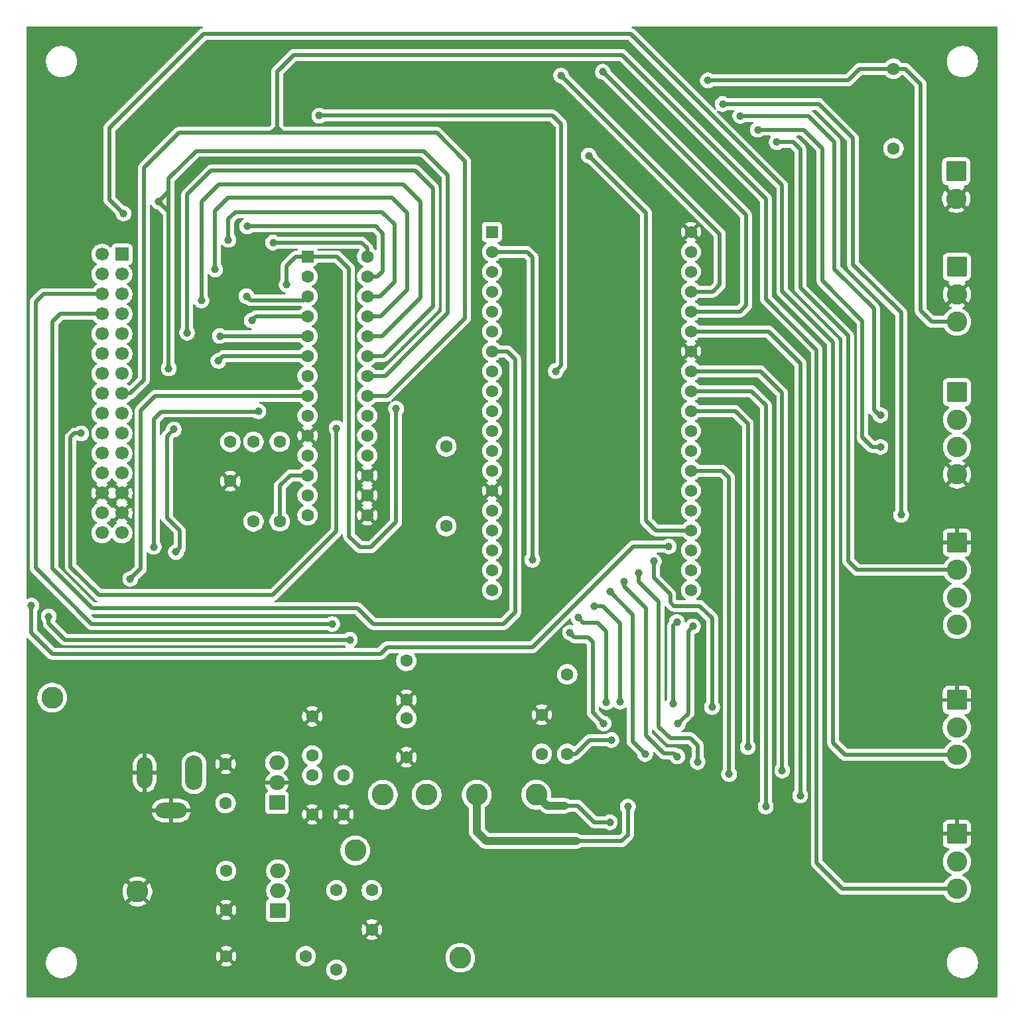
<source format=gbl>
G04 #@! TF.GenerationSoftware,KiCad,Pcbnew,9.0.5*
G04 #@! TF.CreationDate,2025-10-27T23:16:19-07:00*
G04 #@! TF.ProjectId,zotbins_2025_wrover_pcb,7a6f7462-696e-4735-9f32-3032355f7772,rev?*
G04 #@! TF.SameCoordinates,Original*
G04 #@! TF.FileFunction,Copper,L2,Bot*
G04 #@! TF.FilePolarity,Positive*
%FSLAX46Y46*%
G04 Gerber Fmt 4.6, Leading zero omitted, Abs format (unit mm)*
G04 Created by KiCad (PCBNEW 9.0.5) date 2025-10-27 23:16:19*
%MOMM*%
%LPD*%
G01*
G04 APERTURE LIST*
G04 Aperture macros list*
%AMRoundRect*
0 Rectangle with rounded corners*
0 $1 Rounding radius*
0 $2 $3 $4 $5 $6 $7 $8 $9 X,Y pos of 4 corners*
0 Add a 4 corners polygon primitive as box body*
4,1,4,$2,$3,$4,$5,$6,$7,$8,$9,$2,$3,0*
0 Add four circle primitives for the rounded corners*
1,1,$1+$1,$2,$3*
1,1,$1+$1,$4,$5*
1,1,$1+$1,$6,$7*
1,1,$1+$1,$8,$9*
0 Add four rect primitives between the rounded corners*
20,1,$1+$1,$2,$3,$4,$5,0*
20,1,$1+$1,$4,$5,$6,$7,0*
20,1,$1+$1,$6,$7,$8,$9,0*
20,1,$1+$1,$8,$9,$2,$3,0*%
G04 Aperture macros list end*
G04 #@! TA.AperFunction,ComponentPad*
%ADD10C,1.600000*%
G04 #@! TD*
G04 #@! TA.AperFunction,ComponentPad*
%ADD11C,2.800000*%
G04 #@! TD*
G04 #@! TA.AperFunction,ComponentPad*
%ADD12R,1.560000X1.560000*%
G04 #@! TD*
G04 #@! TA.AperFunction,ComponentPad*
%ADD13C,1.560000*%
G04 #@! TD*
G04 #@! TA.AperFunction,ComponentPad*
%ADD14RoundRect,0.250000X-1.050000X1.050000X-1.050000X-1.050000X1.050000X-1.050000X1.050000X1.050000X0*%
G04 #@! TD*
G04 #@! TA.AperFunction,ComponentPad*
%ADD15C,2.600000*%
G04 #@! TD*
G04 #@! TA.AperFunction,ComponentPad*
%ADD16O,2.200000X4.400000*%
G04 #@! TD*
G04 #@! TA.AperFunction,ComponentPad*
%ADD17O,2.000000X4.000000*%
G04 #@! TD*
G04 #@! TA.AperFunction,ComponentPad*
%ADD18O,4.000000X2.000000*%
G04 #@! TD*
G04 #@! TA.AperFunction,ComponentPad*
%ADD19RoundRect,0.250000X-0.550000X-0.550000X0.550000X-0.550000X0.550000X0.550000X-0.550000X0.550000X0*%
G04 #@! TD*
G04 #@! TA.AperFunction,ComponentPad*
%ADD20R,1.700000X1.700000*%
G04 #@! TD*
G04 #@! TA.AperFunction,ComponentPad*
%ADD21C,1.700000*%
G04 #@! TD*
G04 #@! TA.AperFunction,ComponentPad*
%ADD22R,2.000000X1.905000*%
G04 #@! TD*
G04 #@! TA.AperFunction,ComponentPad*
%ADD23O,2.000000X1.905000*%
G04 #@! TD*
G04 #@! TA.AperFunction,ViaPad*
%ADD24C,1.000000*%
G04 #@! TD*
G04 #@! TA.AperFunction,Conductor*
%ADD25C,0.500000*%
G04 #@! TD*
G04 #@! TA.AperFunction,Conductor*
%ADD26C,1.000000*%
G04 #@! TD*
G04 APERTURE END LIST*
D10*
X142000000Y-126200000D03*
X142000000Y-131200000D03*
D11*
X158600000Y-136000000D03*
X148900000Y-156800000D03*
D10*
X129180000Y-156600000D03*
X119020000Y-156600000D03*
D12*
X152950000Y-64140000D03*
D13*
X152950000Y-66680000D03*
X152950000Y-69220000D03*
X152950000Y-71760000D03*
X152950000Y-74300000D03*
X152950000Y-76840000D03*
X152950000Y-79380000D03*
X152950000Y-81920000D03*
X152950000Y-84460000D03*
X152950000Y-87000000D03*
X152950000Y-89540000D03*
X152950000Y-92080000D03*
X152950000Y-94620000D03*
X152950000Y-97160000D03*
X152950000Y-99700000D03*
X152950000Y-102240000D03*
X152950000Y-104780000D03*
X152950000Y-107320000D03*
X152950000Y-109860000D03*
X178350000Y-64140000D03*
X178350000Y-66680000D03*
X178350000Y-69220000D03*
X178350000Y-71760000D03*
X178350000Y-74300000D03*
X178350000Y-76840000D03*
X178350000Y-79380000D03*
X178350000Y-81920000D03*
X178350000Y-84460000D03*
X178350000Y-87000000D03*
X178350000Y-89540000D03*
X178350000Y-92080000D03*
X178350000Y-94620000D03*
X178350000Y-97160000D03*
X178350000Y-99700000D03*
X178350000Y-102240000D03*
X178350000Y-104780000D03*
X178350000Y-107320000D03*
X178350000Y-109860000D03*
D10*
X119550000Y-90950000D03*
X119550000Y-95950000D03*
D14*
X212300000Y-68600000D03*
D15*
X212300000Y-72100000D03*
X212300000Y-75600000D03*
D10*
X125850000Y-90920000D03*
X125850000Y-101080000D03*
D14*
X212200000Y-56400000D03*
D15*
X212200000Y-59900000D03*
D10*
X159300000Y-130770000D03*
X159300000Y-125770000D03*
X204200000Y-43320000D03*
X204200000Y-53480000D03*
D14*
X212300000Y-141000000D03*
D15*
X212300000Y-144500000D03*
X212300000Y-148000000D03*
D16*
X114900000Y-133200000D03*
D17*
X108600000Y-133200000D03*
D18*
X112000000Y-138000000D03*
D10*
X133100000Y-148200000D03*
X133100000Y-158360000D03*
D11*
X144600000Y-136000000D03*
X135500000Y-143100000D03*
D19*
X129400000Y-67275000D03*
D10*
X129400000Y-69815000D03*
X129400000Y-72355000D03*
X129400000Y-74895000D03*
X129400000Y-77435000D03*
X129400000Y-79975000D03*
X129400000Y-82515000D03*
X129400000Y-85055000D03*
X129400000Y-87595000D03*
X129400000Y-90135000D03*
X129400000Y-92675000D03*
X129400000Y-95215000D03*
X129400000Y-97755000D03*
X129400000Y-100295000D03*
X137020000Y-100295000D03*
X137020000Y-97755000D03*
X137020000Y-95215000D03*
X137020000Y-92675000D03*
X137020000Y-90135000D03*
X137020000Y-87595000D03*
X137020000Y-85055000D03*
X137020000Y-82515000D03*
X137020000Y-79975000D03*
X137020000Y-77435000D03*
X137020000Y-74895000D03*
X137020000Y-72355000D03*
X137020000Y-69815000D03*
X137020000Y-67275000D03*
D14*
X212282500Y-123900000D03*
D15*
X212282500Y-127400000D03*
X212282500Y-130900000D03*
D20*
X105700000Y-67000000D03*
D21*
X103160000Y-67000000D03*
X105700000Y-69540000D03*
X103160000Y-69540000D03*
X105700000Y-72080000D03*
X103160000Y-72080000D03*
X105700000Y-74620000D03*
X103160000Y-74620000D03*
X105700000Y-77160000D03*
X103160000Y-77160000D03*
X105700000Y-79700000D03*
X103160000Y-79700000D03*
X105700000Y-82240000D03*
X103160000Y-82240000D03*
X105700000Y-84780000D03*
X103160000Y-84780000D03*
X105700000Y-87320000D03*
X103160000Y-87320000D03*
X105700000Y-89860000D03*
X103160000Y-89860000D03*
X105700000Y-92400000D03*
X103160000Y-92400000D03*
X105700000Y-94940000D03*
X103160000Y-94940000D03*
X105700000Y-97480000D03*
X103160000Y-97480000D03*
X105700000Y-100020000D03*
X103160000Y-100020000D03*
X105700000Y-102560000D03*
X103160000Y-102560000D03*
D22*
X125600000Y-150780000D03*
D23*
X125600000Y-148240000D03*
X125600000Y-145700000D03*
D22*
X125500000Y-137000000D03*
D23*
X125500000Y-134460000D03*
X125500000Y-131920000D03*
D10*
X134000000Y-133500000D03*
X134000000Y-138500000D03*
X130000000Y-131000000D03*
X130000000Y-126000000D03*
D11*
X96800000Y-123600000D03*
D10*
X162550000Y-120620000D03*
X162550000Y-130780000D03*
D14*
X212300000Y-84600000D03*
D15*
X212300000Y-88100000D03*
X212300000Y-91600000D03*
X212300000Y-95100000D03*
D10*
X147100000Y-91540000D03*
X147100000Y-101700000D03*
X118936469Y-137068383D03*
X118936469Y-132068383D03*
X119000000Y-145700000D03*
X119000000Y-150700000D03*
D14*
X212300000Y-103800000D03*
D15*
X212300000Y-107300000D03*
X212300000Y-110800000D03*
X212300000Y-114300000D03*
D10*
X122500000Y-90940000D03*
X122500000Y-101100000D03*
X130000000Y-133500000D03*
X130000000Y-138500000D03*
D11*
X107679146Y-148352057D03*
X139000000Y-136000000D03*
D10*
X142000000Y-118900000D03*
X142000000Y-123900000D03*
X137600000Y-148200000D03*
X137600000Y-153200000D03*
D11*
X151000000Y-136000000D03*
D24*
X111210000Y-108300000D03*
X168200000Y-137500000D03*
X172000000Y-132800000D03*
X113650000Y-108010000D03*
X133800000Y-128400000D03*
X163000000Y-134400000D03*
X113500000Y-97000000D03*
X137500000Y-121500000D03*
X182050000Y-136850000D03*
X113900000Y-99700000D03*
X168200000Y-129000000D03*
X170300000Y-137500000D03*
X106760000Y-108450000D03*
X190000000Y-132900000D03*
X166000000Y-111900000D03*
X169300000Y-124100000D03*
X183200000Y-133350000D03*
X167550000Y-124200000D03*
X164000000Y-113400000D03*
X187900000Y-137500000D03*
X176550000Y-113950000D03*
X176100000Y-124400000D03*
X185600000Y-129900000D03*
X176600000Y-131100000D03*
X169800000Y-108800000D03*
X192300000Y-136100000D03*
X179200000Y-131800000D03*
X171700000Y-107700000D03*
X178600000Y-114500000D03*
X176675000Y-126925000D03*
X168000000Y-110100000D03*
X172500000Y-130800000D03*
X167200000Y-126900000D03*
X162900000Y-115300000D03*
X181050000Y-124800000D03*
X173600000Y-106200000D03*
X117600000Y-68925000D03*
X186877417Y-51098622D03*
X202536752Y-91600000D03*
X184646565Y-49330411D03*
X202536752Y-87537672D03*
X115850000Y-72900000D03*
X205177816Y-100271773D03*
X182405062Y-47809818D03*
X114025000Y-77025000D03*
X123121499Y-87038483D03*
X126727789Y-70880056D03*
X189291237Y-52694359D03*
X140700000Y-86700000D03*
X109756100Y-104359514D03*
X161080000Y-81920000D03*
X130900000Y-49300000D03*
X121602292Y-72352824D03*
X112330595Y-89355345D03*
X112600000Y-105000000D03*
X100500000Y-89860000D03*
X133100000Y-89200000D03*
X119300000Y-65150000D03*
X94150000Y-111850000D03*
X175500000Y-104300000D03*
X134800000Y-116200000D03*
X96350000Y-113250000D03*
X124996233Y-65503639D03*
X167092129Y-43691617D03*
X118215000Y-77435000D03*
X161754344Y-44178760D03*
X158100000Y-106000000D03*
X132550000Y-114200000D03*
X122281560Y-75439661D03*
X118000000Y-80600000D03*
X121700000Y-63450000D03*
X168000000Y-139500000D03*
X180500000Y-44800000D03*
X105900000Y-61800000D03*
X111675000Y-81575000D03*
X110400000Y-60300000D03*
X165300000Y-54400000D03*
D25*
X117500000Y-99990000D02*
X117500000Y-105510000D01*
X114400000Y-99700000D02*
X115800000Y-101100000D01*
X115800000Y-101100000D02*
X115800000Y-104800000D01*
X114510000Y-97000000D02*
X117500000Y-99990000D01*
X111755000Y-106800000D02*
X111210000Y-107345000D01*
X115800000Y-104800000D02*
X113800000Y-106800000D01*
X113800000Y-106800000D02*
X111755000Y-106800000D01*
X113500000Y-97000000D02*
X114510000Y-97000000D01*
X115000000Y-108010000D02*
X113650000Y-108010000D01*
X113900000Y-99700000D02*
X114400000Y-99700000D01*
X111210000Y-107345000D02*
X111210000Y-108300000D01*
X117500000Y-105510000D02*
X115000000Y-108010000D01*
X168200000Y-129000000D02*
X165400000Y-129000000D01*
X163620000Y-130780000D02*
X162550000Y-130780000D01*
X165400000Y-129000000D02*
X163620000Y-130780000D01*
D26*
X163700000Y-141900000D02*
X152200000Y-141900000D01*
D25*
X170300000Y-141100000D02*
X169500000Y-141900000D01*
D26*
X152200000Y-141900000D02*
X151000000Y-140700000D01*
X151000000Y-140700000D02*
X151000000Y-136000000D01*
D25*
X170300000Y-137500000D02*
X170300000Y-141100000D01*
X169500000Y-141900000D02*
X163700000Y-141900000D01*
X108099053Y-107100947D02*
X108099053Y-86942886D01*
X106760000Y-108440000D02*
X108099053Y-107100947D01*
X109986939Y-85055000D02*
X129400000Y-85055000D01*
X108099053Y-86942886D02*
X109986939Y-85055000D01*
X106760000Y-108450000D02*
X106760000Y-108440000D01*
X190000000Y-132900000D02*
X190000000Y-84700000D01*
X190000000Y-84700000D02*
X187220000Y-81920000D01*
X187220000Y-81920000D02*
X178350000Y-81920000D01*
X167100000Y-111900000D02*
X166000000Y-111900000D01*
X169300000Y-124100000D02*
X169300000Y-114100000D01*
X169300000Y-114100000D02*
X167100000Y-111900000D01*
X183200000Y-133350000D02*
X183200000Y-95500000D01*
X183200000Y-95500000D02*
X182320000Y-94620000D01*
X182320000Y-94620000D02*
X178350000Y-94620000D01*
X167550000Y-115150000D02*
X166400000Y-114000000D01*
X167550000Y-124200000D02*
X167550000Y-115150000D01*
X164600000Y-114000000D02*
X164000000Y-113400000D01*
X166400000Y-114000000D02*
X164600000Y-114000000D01*
X186060000Y-84460000D02*
X178350000Y-84460000D01*
X187900000Y-86300000D02*
X186060000Y-84460000D01*
X187900000Y-137500000D02*
X187900000Y-86300000D01*
X176100000Y-124400000D02*
X176100000Y-114400000D01*
X176100000Y-114400000D02*
X176550000Y-113950000D01*
X185600000Y-129900000D02*
X185600000Y-88600000D01*
X184000000Y-87000000D02*
X178350000Y-87000000D01*
X185600000Y-88600000D02*
X184000000Y-87000000D01*
X172600000Y-128400000D02*
X172600000Y-112200000D01*
X176200000Y-130700000D02*
X174900000Y-130700000D01*
X172600000Y-112200000D02*
X169800000Y-109400000D01*
X174900000Y-130700000D02*
X172600000Y-128400000D01*
X169800000Y-109400000D02*
X169800000Y-108800000D01*
X176600000Y-131100000D02*
X176200000Y-130700000D01*
X192300000Y-136100000D02*
X192300000Y-80900000D01*
X188240000Y-76840000D02*
X178350000Y-76840000D01*
X192300000Y-80900000D02*
X188240000Y-76840000D01*
X175700000Y-128800000D02*
X174200000Y-127300000D01*
X174200000Y-111300000D02*
X171700000Y-108800000D01*
X178300000Y-128800000D02*
X175700000Y-128800000D01*
X179200000Y-129700000D02*
X178300000Y-128800000D01*
X171700000Y-108800000D02*
X171700000Y-107700000D01*
X174200000Y-127300000D02*
X174200000Y-111300000D01*
X179200000Y-131800000D02*
X179200000Y-129700000D01*
X178000000Y-115100000D02*
X178600000Y-114500000D01*
X178000000Y-125600000D02*
X178000000Y-115100000D01*
X176675000Y-126925000D02*
X178000000Y-125600000D01*
X172500000Y-130800000D02*
X170900000Y-129200000D01*
X170900000Y-113000000D02*
X168000000Y-110100000D01*
X170900000Y-129200000D02*
X170900000Y-113000000D01*
X165200000Y-115900000D02*
X163500000Y-115900000D01*
X163500000Y-115900000D02*
X162900000Y-115300000D01*
X165800000Y-116500000D02*
X165200000Y-115900000D01*
X167200000Y-126900000D02*
X165800000Y-125500000D01*
X165800000Y-125500000D02*
X165800000Y-116500000D01*
X176200000Y-111900000D02*
X175700000Y-111400000D01*
X181050000Y-124800000D02*
X181050000Y-113450000D01*
X175700000Y-111400000D02*
X175700000Y-110400000D01*
X181050000Y-113450000D02*
X179500000Y-111900000D01*
X179500000Y-111900000D02*
X176200000Y-111900000D01*
X175700000Y-110400000D02*
X173600000Y-108300000D01*
X173600000Y-108300000D02*
X173600000Y-106200000D01*
X200236480Y-75479517D02*
X195139457Y-70382494D01*
X201470742Y-91600000D02*
X200236480Y-90365738D01*
X142100000Y-61700000D02*
X142100000Y-71495000D01*
X192732633Y-51098622D02*
X186877417Y-51098622D01*
X140200000Y-59800000D02*
X142100000Y-61700000D01*
X195139457Y-53505446D02*
X192732633Y-51098622D01*
X138700000Y-74895000D02*
X137090000Y-74895000D01*
X200236480Y-90365738D02*
X200236480Y-75479517D01*
X142100000Y-71495000D02*
X138700000Y-74895000D01*
X117600000Y-61500000D02*
X119300000Y-59800000D01*
X202536752Y-91600000D02*
X201470742Y-91600000D01*
X117600000Y-68925000D02*
X117600000Y-61500000D01*
X195139457Y-70382494D02*
X195139457Y-53505446D01*
X119300000Y-59800000D02*
X140200000Y-59800000D01*
X193315375Y-49330411D02*
X184646565Y-49330411D01*
X143800000Y-60300000D02*
X143800000Y-72550000D01*
X115850000Y-60300000D02*
X118050000Y-58100000D01*
X141600000Y-58100000D02*
X143800000Y-60300000D01*
X196679286Y-52694322D02*
X193315375Y-49330411D01*
X196679286Y-68874695D02*
X196679286Y-52694322D01*
X118050000Y-58100000D02*
X141600000Y-58100000D01*
X138915000Y-77435000D02*
X137095000Y-77435000D01*
X202536752Y-87537672D02*
X202438796Y-87537672D01*
X202438796Y-87537672D02*
X201734785Y-86833661D01*
X201734785Y-86833661D02*
X201734785Y-73930194D01*
X115850000Y-72900000D02*
X115850000Y-60300000D01*
X143800000Y-72550000D02*
X138915000Y-77435000D01*
X201734785Y-73930194D02*
X196679286Y-68874695D01*
X145400000Y-73675000D02*
X139100000Y-79975000D01*
X145400000Y-58550000D02*
X145400000Y-73675000D01*
X139100000Y-79975000D02*
X137095000Y-79975000D01*
X182405062Y-47809818D02*
X194675487Y-47809818D01*
X194675487Y-47809818D02*
X199040940Y-52175271D01*
X114025000Y-59375000D02*
X117100000Y-56300000D01*
X199040940Y-52175271D02*
X199040940Y-68308050D01*
X143150000Y-56300000D02*
X145400000Y-58550000D01*
X114025000Y-77025000D02*
X114025000Y-59375000D01*
X117100000Y-56300000D02*
X143150000Y-56300000D01*
X199040940Y-68308050D02*
X205177816Y-74444926D01*
X205177816Y-74444926D02*
X205177816Y-100271773D01*
X126727789Y-70880056D02*
X126727789Y-68483554D01*
X198400000Y-77400000D02*
X198400000Y-106150000D01*
X136100000Y-104400000D02*
X134700000Y-103000000D01*
X137500000Y-104400000D02*
X136100000Y-104400000D01*
X134700000Y-68800000D02*
X133175000Y-67275000D01*
X109756100Y-88073291D02*
X109756100Y-104359514D01*
X192300000Y-53600000D02*
X192300000Y-71300000D01*
X126727789Y-68483554D02*
X127936343Y-67275000D01*
X192300000Y-71300000D02*
X198400000Y-77400000D01*
X120864053Y-87075686D02*
X110753705Y-87075686D01*
X133175000Y-67275000D02*
X129400000Y-67275000D01*
X140700000Y-86700000D02*
X140700000Y-101200000D01*
X199550000Y-107300000D02*
X212300000Y-107300000D01*
X191394359Y-52694359D02*
X192300000Y-53600000D01*
X134700000Y-103000000D02*
X134700000Y-68800000D01*
X127936343Y-67275000D02*
X129400000Y-67275000D01*
X110753705Y-87075686D02*
X109756100Y-88073291D01*
X140700000Y-101200000D02*
X137500000Y-104400000D01*
X198400000Y-106150000D02*
X199550000Y-107300000D01*
X120864053Y-87075686D02*
X123084296Y-87075686D01*
X189291237Y-52694359D02*
X191394359Y-52694359D01*
X123084296Y-87075686D02*
X123121499Y-87038483D01*
X160700000Y-49300000D02*
X161800000Y-50400000D01*
X161800000Y-81200000D02*
X161080000Y-81920000D01*
X130900000Y-49300000D02*
X160700000Y-49300000D01*
X161800000Y-50400000D02*
X161800000Y-81200000D01*
X112600000Y-105000000D02*
X113100000Y-104500000D01*
X113100000Y-102300000D02*
X111447402Y-100647402D01*
X122102751Y-72853283D02*
X128901717Y-72853283D01*
X111447402Y-90238538D02*
X112330595Y-89355345D01*
X111447402Y-100647402D02*
X111447402Y-90238538D01*
X128901717Y-72853283D02*
X129400000Y-72355000D01*
X113100000Y-104500000D02*
X113100000Y-102300000D01*
X121602292Y-72352824D02*
X122102751Y-72853283D01*
X133100000Y-102350000D02*
X133100000Y-89200000D01*
X102760000Y-110510000D02*
X124940000Y-110510000D01*
X100500000Y-89860000D02*
X99640000Y-89860000D01*
X99150000Y-106900000D02*
X102760000Y-110510000D01*
X99640000Y-89860000D02*
X99150000Y-90350000D01*
X124940000Y-110510000D02*
X133100000Y-102350000D01*
X99150000Y-90350000D02*
X99150000Y-106900000D01*
X138640000Y-72355000D02*
X137090000Y-72355000D01*
X119300000Y-62500000D02*
X120200000Y-61600000D01*
X138945000Y-61600000D02*
X140500000Y-63155000D01*
X119300000Y-65150000D02*
X119300000Y-62500000D01*
X120200000Y-61600000D02*
X138945000Y-61600000D01*
X140500000Y-63155000D02*
X140500000Y-70495000D01*
X140500000Y-70495000D02*
X138640000Y-72355000D01*
X139550000Y-117150000D02*
X138700000Y-118000000D01*
X138700000Y-118000000D02*
X96800000Y-118000000D01*
X175500000Y-104300000D02*
X171000000Y-104300000D01*
X96800000Y-118000000D02*
X94150000Y-115350000D01*
X94150000Y-115350000D02*
X94150000Y-111850000D01*
X158150000Y-117150000D02*
X139550000Y-117150000D01*
X171000000Y-104300000D02*
X158150000Y-117150000D01*
X96350000Y-114150000D02*
X98400000Y-116200000D01*
X96350000Y-113250000D02*
X96350000Y-114150000D01*
X98400000Y-116200000D02*
X134800000Y-116200000D01*
X124996233Y-65503639D02*
X124999872Y-65500000D01*
X124999872Y-65500000D02*
X136300000Y-65500000D01*
X137020000Y-66220000D02*
X137020000Y-67275000D01*
X136300000Y-65500000D02*
X137020000Y-66220000D01*
X167092129Y-43691617D02*
X167092129Y-43692129D01*
X184600000Y-74300000D02*
X178350000Y-74300000D01*
X167092129Y-43692129D02*
X185400000Y-62000000D01*
X185400000Y-62000000D02*
X185400000Y-73500000D01*
X185400000Y-73500000D02*
X184600000Y-74300000D01*
X118215000Y-77435000D02*
X129400000Y-77435000D01*
X161778760Y-44178760D02*
X182000000Y-64400000D01*
X182000000Y-70900000D02*
X181140000Y-71760000D01*
X182000000Y-64400000D02*
X182000000Y-70900000D01*
X161754344Y-44178760D02*
X161778760Y-44178760D01*
X181140000Y-71760000D02*
X178350000Y-71760000D01*
X94700000Y-107050000D02*
X94700000Y-73070000D01*
X158100000Y-67360000D02*
X157420000Y-66680000D01*
X132550000Y-114200000D02*
X101850000Y-114200000D01*
X94700000Y-73070000D02*
X95690000Y-72080000D01*
X157420000Y-66680000D02*
X152950000Y-66680000D01*
X158100000Y-106000000D02*
X158100000Y-67360000D01*
X101850000Y-114200000D02*
X94700000Y-107050000D01*
X95690000Y-72080000D02*
X103160000Y-72080000D01*
X129400000Y-74895000D02*
X122826221Y-74895000D01*
X122826221Y-74895000D02*
X122281560Y-75439661D01*
X101900000Y-112200000D02*
X96800000Y-107100000D01*
X97820000Y-74620000D02*
X103160000Y-74620000D01*
X155900000Y-112700000D02*
X154400000Y-114200000D01*
X96800000Y-107100000D02*
X96800000Y-75640000D01*
X155900000Y-80400000D02*
X155900000Y-112700000D01*
X137800000Y-114200000D02*
X135800000Y-112200000D01*
X96800000Y-75640000D02*
X97820000Y-74620000D01*
X154400000Y-114200000D02*
X137800000Y-114200000D01*
X152950000Y-79380000D02*
X154880000Y-79380000D01*
X135800000Y-112200000D02*
X101900000Y-112200000D01*
X154880000Y-79380000D02*
X155900000Y-80400000D01*
X118625000Y-79975000D02*
X129400000Y-79975000D01*
X118000000Y-80600000D02*
X118625000Y-79975000D01*
X138150000Y-63450000D02*
X139000000Y-64300000D01*
X138355000Y-69815000D02*
X137090000Y-69815000D01*
X121700000Y-63450000D02*
X138150000Y-63450000D01*
X139000000Y-64300000D02*
X139000000Y-69170000D01*
X139000000Y-69170000D02*
X138355000Y-69815000D01*
X127185000Y-95215000D02*
X125850000Y-96550000D01*
X125850000Y-96550000D02*
X125850000Y-101080000D01*
X129400000Y-95215000D02*
X127185000Y-95215000D01*
X169545893Y-41545893D02*
X187900000Y-59900000D01*
X125500000Y-43685482D02*
X127639589Y-41545893D01*
X108500000Y-56000000D02*
X108500000Y-83050000D01*
X187900000Y-72700000D02*
X194400000Y-79200000D01*
X113000000Y-51500000D02*
X108500000Y-56000000D01*
X194400000Y-79200000D02*
X194400000Y-144700000D01*
X125500000Y-50800000D02*
X124800000Y-51500000D01*
X139595000Y-85055000D02*
X149500000Y-75150000D01*
X124800000Y-51500000D02*
X113000000Y-51500000D01*
X126200000Y-51500000D02*
X124800000Y-51500000D01*
X187900000Y-59900000D02*
X187900000Y-72700000D01*
X149500000Y-75150000D02*
X149500000Y-55100000D01*
X194400000Y-144700000D02*
X197700000Y-148000000D01*
X137070000Y-85055000D02*
X139595000Y-85055000D01*
X197700000Y-148000000D02*
X212300000Y-148000000D01*
X132300000Y-51500000D02*
X126200000Y-51500000D01*
X106770000Y-84780000D02*
X105700000Y-84780000D01*
X145900000Y-51500000D02*
X132300000Y-51500000D01*
X125500000Y-51500000D02*
X125500000Y-50800000D01*
X125500000Y-50800000D02*
X126200000Y-51500000D01*
X127639589Y-41545893D02*
X169545893Y-41545893D01*
X125500000Y-50800000D02*
X125500000Y-43685482D01*
X149500000Y-55100000D02*
X145900000Y-51500000D01*
X108500000Y-83050000D02*
X106770000Y-84780000D01*
X168000000Y-139500000D02*
X166000000Y-139500000D01*
X163900000Y-137400000D02*
X162200001Y-137400000D01*
D26*
X160000000Y-137400000D02*
X158600000Y-136000000D01*
D25*
X166000000Y-139500000D02*
X163900000Y-137400000D01*
D26*
X162200001Y-137400000D02*
X160000000Y-137400000D01*
D25*
X199880000Y-43320000D02*
X204200000Y-43320000D01*
X180500000Y-44800000D02*
X198400000Y-44800000D01*
X209100000Y-75600000D02*
X212300000Y-75600000D01*
X207667503Y-45267503D02*
X207667503Y-74167503D01*
X205720000Y-43320000D02*
X207667503Y-45267503D01*
X207667503Y-74167503D02*
X209100000Y-75600000D01*
X198400000Y-44800000D02*
X199880000Y-43320000D01*
X204200000Y-43320000D02*
X205720000Y-43320000D01*
X144200000Y-53800000D02*
X147300000Y-56900000D01*
X111675000Y-61575000D02*
X111675000Y-59000000D01*
X104100000Y-50900000D02*
X116122000Y-38878000D01*
X139310000Y-82515000D02*
X137095000Y-82515000D01*
X111675000Y-59000000D02*
X111675000Y-57325000D01*
X111675000Y-57325000D02*
X115200000Y-53800000D01*
X190000000Y-71700000D02*
X196500000Y-78200000D01*
X105900000Y-61800000D02*
X104100000Y-60000000D01*
X147300000Y-74525000D02*
X139310000Y-82515000D01*
X116122000Y-38878000D02*
X170678000Y-38878000D01*
X196500000Y-129400000D02*
X198000000Y-130900000D01*
X198000000Y-130900000D02*
X212282500Y-130900000D01*
X190000000Y-58200000D02*
X190000000Y-71700000D01*
X147300000Y-56900000D02*
X147300000Y-74525000D01*
X111675000Y-81575000D02*
X111675000Y-61575000D01*
X104100000Y-60000000D02*
X104100000Y-50900000D01*
X110400000Y-60300000D02*
X110400000Y-60275000D01*
X110400000Y-60300000D02*
X111675000Y-61575000D01*
X196500000Y-78200000D02*
X196500000Y-129400000D01*
X115200000Y-53800000D02*
X144200000Y-53800000D01*
X170678000Y-38878000D02*
X190000000Y-58200000D01*
X110400000Y-60275000D02*
X111675000Y-59000000D01*
X173840000Y-102240000D02*
X178350000Y-102240000D01*
X165300000Y-54400000D02*
X172600000Y-61700000D01*
X172600000Y-101000000D02*
X173840000Y-102240000D01*
X172600000Y-61700000D02*
X172600000Y-101000000D01*
G04 #@! TA.AperFunction,Conductor*
G36*
X143904809Y-54570185D02*
G01*
X143925451Y-54586819D01*
X146513181Y-57174549D01*
X146546666Y-57235872D01*
X146549500Y-57262230D01*
X146549500Y-74162770D01*
X146529815Y-74229809D01*
X146513181Y-74250451D01*
X139035451Y-81728181D01*
X138974128Y-81761666D01*
X138947770Y-81764500D01*
X138145418Y-81764500D01*
X138078379Y-81744815D01*
X138045100Y-81713385D01*
X138011971Y-81667787D01*
X138011967Y-81667782D01*
X137867213Y-81523028D01*
X137701614Y-81402715D01*
X137651412Y-81377136D01*
X137608917Y-81355483D01*
X137558123Y-81307511D01*
X137541328Y-81239690D01*
X137563865Y-81173555D01*
X137608917Y-81134516D01*
X137701610Y-81087287D01*
X137775824Y-81033368D01*
X137867213Y-80966971D01*
X137867215Y-80966968D01*
X137867219Y-80966966D01*
X138011966Y-80822219D01*
X138025057Y-80804201D01*
X138045100Y-80776615D01*
X138100429Y-80733949D01*
X138145418Y-80725500D01*
X139173920Y-80725500D01*
X139271462Y-80706096D01*
X139318913Y-80696658D01*
X139455495Y-80640084D01*
X139545729Y-80579792D01*
X139545731Y-80579791D01*
X139578409Y-80557957D01*
X139578410Y-80557955D01*
X139578416Y-80557952D01*
X145982951Y-74153416D01*
X146065084Y-74030495D01*
X146121658Y-73893913D01*
X146127996Y-73862049D01*
X146128011Y-73861976D01*
X146128011Y-73861975D01*
X146150500Y-73748920D01*
X146150500Y-58476079D01*
X146139128Y-58418912D01*
X146121659Y-58331088D01*
X146067567Y-58200500D01*
X146065084Y-58194505D01*
X146065082Y-58194502D01*
X146065080Y-58194498D01*
X145982954Y-58071588D01*
X145982953Y-58071587D01*
X145982951Y-58071584D01*
X145878416Y-57967049D01*
X145346279Y-57434912D01*
X143628421Y-55717052D01*
X143628414Y-55717046D01*
X143554729Y-55667812D01*
X143554729Y-55667813D01*
X143505491Y-55634913D01*
X143368917Y-55578343D01*
X143368907Y-55578340D01*
X143223920Y-55549500D01*
X143223918Y-55549500D01*
X117026082Y-55549500D01*
X117026076Y-55549500D01*
X116997242Y-55555234D01*
X116997243Y-55555235D01*
X116881093Y-55578339D01*
X116881083Y-55578342D01*
X116801081Y-55611479D01*
X116801082Y-55611480D01*
X116744502Y-55634917D01*
X116695269Y-55667813D01*
X116621588Y-55717044D01*
X116621580Y-55717050D01*
X113442050Y-58896581D01*
X113442048Y-58896584D01*
X113422339Y-58926082D01*
X113359914Y-59019507D01*
X113303343Y-59156082D01*
X113303340Y-59156092D01*
X113274500Y-59301079D01*
X113274500Y-76310389D01*
X113254815Y-76377428D01*
X113249763Y-76384370D01*
X113138371Y-76551079D01*
X113138364Y-76551092D01*
X113062950Y-76733160D01*
X113062947Y-76733170D01*
X113024500Y-76926456D01*
X113024500Y-76926459D01*
X113024500Y-77123541D01*
X113024500Y-77123543D01*
X113024499Y-77123543D01*
X113062947Y-77316829D01*
X113062950Y-77316839D01*
X113138364Y-77498907D01*
X113138371Y-77498920D01*
X113247860Y-77662781D01*
X113247863Y-77662785D01*
X113387214Y-77802136D01*
X113387218Y-77802139D01*
X113551079Y-77911628D01*
X113551092Y-77911635D01*
X113733160Y-77987049D01*
X113733165Y-77987051D01*
X113733169Y-77987051D01*
X113733170Y-77987052D01*
X113926456Y-78025500D01*
X113926459Y-78025500D01*
X114123543Y-78025500D01*
X114254175Y-77999515D01*
X114316835Y-77987051D01*
X114498914Y-77911632D01*
X114662782Y-77802139D01*
X114802139Y-77662782D01*
X114911632Y-77498914D01*
X114987051Y-77316835D01*
X115021596Y-77143170D01*
X115025500Y-77123543D01*
X115025500Y-76926456D01*
X114987052Y-76733170D01*
X114987051Y-76733169D01*
X114987051Y-76733165D01*
X114972630Y-76698349D01*
X114911635Y-76551092D01*
X114911628Y-76551079D01*
X114798755Y-76382153D01*
X114800278Y-76381135D01*
X114776331Y-76324723D01*
X114775500Y-76310389D01*
X114775500Y-73501523D01*
X114795185Y-73434484D01*
X114847989Y-73388729D01*
X114917147Y-73378785D01*
X114980703Y-73407810D01*
X115002602Y-73432632D01*
X115072860Y-73537782D01*
X115212214Y-73677136D01*
X115212218Y-73677139D01*
X115376079Y-73786628D01*
X115376092Y-73786635D01*
X115557984Y-73861976D01*
X115558165Y-73862051D01*
X115558169Y-73862051D01*
X115558170Y-73862052D01*
X115751456Y-73900500D01*
X115751459Y-73900500D01*
X115948543Y-73900500D01*
X116078582Y-73874632D01*
X116141835Y-73862051D01*
X116323914Y-73786632D01*
X116487782Y-73677139D01*
X116627139Y-73537782D01*
X116736632Y-73373914D01*
X116742255Y-73360340D01*
X116792302Y-73239514D01*
X116812051Y-73191835D01*
X116827670Y-73113314D01*
X116850500Y-72998543D01*
X116850500Y-72801456D01*
X116812052Y-72608170D01*
X116812051Y-72608169D01*
X116812051Y-72608165D01*
X116806263Y-72594191D01*
X116736635Y-72426092D01*
X116736628Y-72426079D01*
X116623755Y-72257153D01*
X116625278Y-72256135D01*
X116601331Y-72199723D01*
X116600500Y-72185389D01*
X116600500Y-69638391D01*
X116620185Y-69571352D01*
X116672989Y-69525597D01*
X116742147Y-69515653D01*
X116805703Y-69544678D01*
X116820357Y-69559730D01*
X116822859Y-69562779D01*
X116822860Y-69562781D01*
X116822868Y-69562790D01*
X116962214Y-69702136D01*
X116962218Y-69702139D01*
X117126079Y-69811628D01*
X117126092Y-69811635D01*
X117233787Y-69856243D01*
X117308165Y-69887051D01*
X117308169Y-69887051D01*
X117308170Y-69887052D01*
X117501456Y-69925500D01*
X117501459Y-69925500D01*
X117698543Y-69925500D01*
X117828582Y-69899632D01*
X117891835Y-69887051D01*
X118073914Y-69811632D01*
X118237782Y-69702139D01*
X118377139Y-69562782D01*
X118486632Y-69398914D01*
X118562051Y-69216835D01*
X118600500Y-69023541D01*
X118600500Y-68826459D01*
X118600500Y-68826456D01*
X118562052Y-68633170D01*
X118562051Y-68633169D01*
X118562051Y-68633165D01*
X118538165Y-68575499D01*
X118486635Y-68451092D01*
X118486628Y-68451079D01*
X118373755Y-68282153D01*
X118375278Y-68281135D01*
X118351331Y-68224723D01*
X118350500Y-68210389D01*
X118350500Y-65914784D01*
X118370185Y-65847745D01*
X118422989Y-65801990D01*
X118492147Y-65792046D01*
X118555703Y-65821071D01*
X118562181Y-65827103D01*
X118662214Y-65927136D01*
X118662218Y-65927139D01*
X118826079Y-66036628D01*
X118826092Y-66036635D01*
X119008160Y-66112049D01*
X119008165Y-66112051D01*
X119008169Y-66112051D01*
X119008170Y-66112052D01*
X119201456Y-66150500D01*
X119201459Y-66150500D01*
X119398543Y-66150500D01*
X119550827Y-66120208D01*
X119591835Y-66112051D01*
X119773914Y-66036632D01*
X119937782Y-65927139D01*
X120077139Y-65787782D01*
X120186632Y-65623914D01*
X120262051Y-65441835D01*
X120277575Y-65363793D01*
X120300500Y-65248543D01*
X120300500Y-65051456D01*
X120262052Y-64858170D01*
X120262051Y-64858169D01*
X120262051Y-64858165D01*
X120228988Y-64778343D01*
X120186635Y-64676092D01*
X120186628Y-64676079D01*
X120073755Y-64507153D01*
X120075278Y-64506135D01*
X120051331Y-64449723D01*
X120050500Y-64435389D01*
X120050500Y-62862229D01*
X120070185Y-62795190D01*
X120086819Y-62774548D01*
X120474548Y-62386819D01*
X120535871Y-62353334D01*
X120562229Y-62350500D01*
X121135891Y-62350500D01*
X121202930Y-62370185D01*
X121248685Y-62422989D01*
X121258629Y-62492147D01*
X121229604Y-62555703D01*
X121204782Y-62577602D01*
X121062218Y-62672860D01*
X121062214Y-62672863D01*
X120922863Y-62812214D01*
X120922860Y-62812218D01*
X120813371Y-62976079D01*
X120813364Y-62976092D01*
X120737950Y-63158160D01*
X120737947Y-63158170D01*
X120699500Y-63351456D01*
X120699500Y-63351459D01*
X120699500Y-63548541D01*
X120699500Y-63548543D01*
X120699499Y-63548543D01*
X120737947Y-63741829D01*
X120737950Y-63741839D01*
X120813364Y-63923907D01*
X120813371Y-63923920D01*
X120922860Y-64087781D01*
X120922863Y-64087785D01*
X121062214Y-64227136D01*
X121062218Y-64227139D01*
X121226079Y-64336628D01*
X121226092Y-64336635D01*
X121408160Y-64412049D01*
X121408165Y-64412051D01*
X121408169Y-64412051D01*
X121408170Y-64412052D01*
X121601456Y-64450500D01*
X121601459Y-64450500D01*
X121798543Y-64450500D01*
X121928582Y-64424632D01*
X121991835Y-64412051D01*
X122173914Y-64336632D01*
X122189708Y-64326079D01*
X122342847Y-64223755D01*
X122343867Y-64225282D01*
X122400255Y-64201334D01*
X122414610Y-64200500D01*
X137787770Y-64200500D01*
X137854809Y-64220185D01*
X137875451Y-64236819D01*
X138213181Y-64574548D01*
X138246666Y-64635871D01*
X138249500Y-64662229D01*
X138249500Y-66373085D01*
X138229815Y-66440124D01*
X138177011Y-66485879D01*
X138107853Y-66495823D01*
X138044297Y-66466798D01*
X138025182Y-66445970D01*
X138011971Y-66427787D01*
X138011967Y-66427782D01*
X137867217Y-66283032D01*
X137867212Y-66283028D01*
X137821615Y-66249900D01*
X137778949Y-66194571D01*
X137770500Y-66149582D01*
X137770500Y-66146079D01*
X137741659Y-66001092D01*
X137741658Y-66001091D01*
X137741658Y-66001087D01*
X137741656Y-66001082D01*
X137685087Y-65864511D01*
X137685085Y-65864507D01*
X137685084Y-65864505D01*
X137649845Y-65811766D01*
X137602952Y-65741584D01*
X137199641Y-65338273D01*
X136778421Y-64917052D01*
X136778418Y-64917049D01*
X136701802Y-64865857D01*
X136680469Y-64851603D01*
X136655495Y-64834916D01*
X136655492Y-64834914D01*
X136655491Y-64834914D01*
X136518917Y-64778343D01*
X136518907Y-64778340D01*
X136373920Y-64749500D01*
X136373918Y-64749500D01*
X125706052Y-64749500D01*
X125639013Y-64729815D01*
X125637161Y-64728602D01*
X125470153Y-64617010D01*
X125470140Y-64617003D01*
X125288072Y-64541589D01*
X125288062Y-64541586D01*
X125094776Y-64503139D01*
X125094774Y-64503139D01*
X124897692Y-64503139D01*
X124897690Y-64503139D01*
X124704403Y-64541586D01*
X124704393Y-64541589D01*
X124522325Y-64617003D01*
X124522312Y-64617010D01*
X124358451Y-64726499D01*
X124358447Y-64726502D01*
X124219096Y-64865853D01*
X124219094Y-64865856D01*
X124109604Y-65029718D01*
X124109597Y-65029731D01*
X124034183Y-65211799D01*
X124034180Y-65211809D01*
X123995733Y-65405095D01*
X123995733Y-65405098D01*
X123995733Y-65602180D01*
X123995733Y-65602182D01*
X123995732Y-65602182D01*
X124034180Y-65795468D01*
X124034183Y-65795478D01*
X124109597Y-65977546D01*
X124109604Y-65977559D01*
X124219093Y-66141420D01*
X124219096Y-66141424D01*
X124358447Y-66280775D01*
X124358451Y-66280778D01*
X124522312Y-66390267D01*
X124522325Y-66390274D01*
X124680096Y-66455624D01*
X124704398Y-66465690D01*
X124704402Y-66465690D01*
X124704403Y-66465691D01*
X124897689Y-66504139D01*
X124897692Y-66504139D01*
X125094776Y-66504139D01*
X125224815Y-66478271D01*
X125288068Y-66465690D01*
X125470147Y-66390271D01*
X125634015Y-66280778D01*
X125634025Y-66280767D01*
X125636611Y-66278647D01*
X125638240Y-66277954D01*
X125639080Y-66277394D01*
X125639186Y-66277553D01*
X125700921Y-66251334D01*
X125715277Y-66250500D01*
X128044883Y-66250500D01*
X128072208Y-66258523D01*
X128100243Y-66263544D01*
X128105300Y-66268240D01*
X128111922Y-66270185D01*
X128130570Y-66291706D01*
X128151442Y-66311088D01*
X128153157Y-66317773D01*
X128157677Y-66322989D01*
X128161729Y-66351175D01*
X128168810Y-66378764D01*
X128167083Y-66388406D01*
X128167621Y-66392147D01*
X128162588Y-66413506D01*
X128153972Y-66439506D01*
X128114199Y-66496950D01*
X128049683Y-66523772D01*
X128036267Y-66524500D01*
X127862423Y-66524500D01*
X127717435Y-66553340D01*
X127717425Y-66553343D01*
X127580854Y-66609912D01*
X127580841Y-66609919D01*
X127457927Y-66692048D01*
X127457923Y-66692051D01*
X126144838Y-68005136D01*
X126144836Y-68005139D01*
X126128154Y-68030104D01*
X126128155Y-68030105D01*
X126062703Y-68128062D01*
X126006132Y-68264636D01*
X126006129Y-68264646D01*
X125977289Y-68409633D01*
X125977289Y-70165445D01*
X125957604Y-70232484D01*
X125952552Y-70239426D01*
X125841160Y-70406135D01*
X125841153Y-70406148D01*
X125765739Y-70588216D01*
X125765736Y-70588226D01*
X125727289Y-70781512D01*
X125727289Y-70781515D01*
X125727289Y-70978597D01*
X125727289Y-70978599D01*
X125727288Y-70978599D01*
X125765736Y-71171885D01*
X125765739Y-71171895D01*
X125841153Y-71353962D01*
X125841160Y-71353976D01*
X125950649Y-71517837D01*
X125950652Y-71517841D01*
X126090003Y-71657192D01*
X126090007Y-71657195D01*
X126253868Y-71766684D01*
X126253881Y-71766691D01*
X126435949Y-71842105D01*
X126435954Y-71842107D01*
X126435958Y-71842107D01*
X126435959Y-71842108D01*
X126511658Y-71857166D01*
X126573568Y-71889551D01*
X126608143Y-71950267D01*
X126604403Y-72020036D01*
X126563536Y-72076708D01*
X126498518Y-72102289D01*
X126487466Y-72102783D01*
X122664509Y-72102783D01*
X122597470Y-72083098D01*
X122551715Y-72030294D01*
X122549948Y-72026235D01*
X122488927Y-71878916D01*
X122488920Y-71878903D01*
X122379431Y-71715042D01*
X122379428Y-71715038D01*
X122240077Y-71575687D01*
X122240073Y-71575684D01*
X122076212Y-71466195D01*
X122076199Y-71466188D01*
X121894131Y-71390774D01*
X121894121Y-71390771D01*
X121700835Y-71352324D01*
X121700833Y-71352324D01*
X121503751Y-71352324D01*
X121503749Y-71352324D01*
X121310462Y-71390771D01*
X121310452Y-71390774D01*
X121128384Y-71466188D01*
X121128371Y-71466195D01*
X120964510Y-71575684D01*
X120964506Y-71575687D01*
X120825155Y-71715038D01*
X120825152Y-71715042D01*
X120715663Y-71878903D01*
X120715656Y-71878916D01*
X120640242Y-72060984D01*
X120640239Y-72060994D01*
X120601792Y-72254280D01*
X120601792Y-72254283D01*
X120601792Y-72451365D01*
X120601792Y-72451367D01*
X120601791Y-72451367D01*
X120640239Y-72644653D01*
X120640242Y-72644663D01*
X120715656Y-72826731D01*
X120715663Y-72826744D01*
X120825152Y-72990605D01*
X120825155Y-72990609D01*
X120964506Y-73129960D01*
X120964510Y-73129963D01*
X121128371Y-73239452D01*
X121128384Y-73239459D01*
X121305375Y-73312770D01*
X121310457Y-73314875D01*
X121310461Y-73314875D01*
X121310462Y-73314876D01*
X121509726Y-73354513D01*
X121509367Y-73356315D01*
X121519339Y-73360340D01*
X121538555Y-73362726D01*
X121557996Y-73375947D01*
X121566168Y-73379247D01*
X121568610Y-73381230D01*
X121572927Y-73384827D01*
X121624335Y-73436235D01*
X121670809Y-73467287D01*
X121747256Y-73518367D01*
X121747257Y-73518367D01*
X121747258Y-73518368D01*
X121881368Y-73573918D01*
X121883838Y-73574941D01*
X121883842Y-73574941D01*
X121883843Y-73574942D01*
X122028830Y-73603783D01*
X128583032Y-73603783D01*
X128650071Y-73623468D01*
X128695826Y-73676272D01*
X128705770Y-73745430D01*
X128676745Y-73808986D01*
X128655917Y-73828101D01*
X128552786Y-73903028D01*
X128408032Y-74047782D01*
X128408028Y-74047787D01*
X128374900Y-74093385D01*
X128319571Y-74136051D01*
X128274582Y-74144500D01*
X122752301Y-74144500D01*
X122607313Y-74173340D01*
X122607303Y-74173343D01*
X122470730Y-74229913D01*
X122470728Y-74229914D01*
X122459302Y-74237549D01*
X122453508Y-74241421D01*
X122347802Y-74312050D01*
X122256180Y-74403672D01*
X122194856Y-74437156D01*
X122186380Y-74438491D01*
X121989730Y-74477608D01*
X121989720Y-74477611D01*
X121807652Y-74553025D01*
X121807639Y-74553032D01*
X121643778Y-74662521D01*
X121643774Y-74662524D01*
X121504423Y-74801875D01*
X121504420Y-74801879D01*
X121394931Y-74965740D01*
X121394924Y-74965753D01*
X121319510Y-75147821D01*
X121319507Y-75147831D01*
X121281060Y-75341117D01*
X121281060Y-75341120D01*
X121281060Y-75538202D01*
X121281060Y-75538204D01*
X121281059Y-75538204D01*
X121319507Y-75731490D01*
X121319510Y-75731500D01*
X121394924Y-75913568D01*
X121394931Y-75913581D01*
X121504420Y-76077442D01*
X121504423Y-76077446D01*
X121643774Y-76216797D01*
X121643778Y-76216800D01*
X121807639Y-76326289D01*
X121807652Y-76326296D01*
X121989720Y-76401710D01*
X121989725Y-76401712D01*
X121989729Y-76401712D01*
X121989730Y-76401713D01*
X122176592Y-76438883D01*
X122238502Y-76471268D01*
X122273077Y-76531984D01*
X122269337Y-76601753D01*
X122228470Y-76658425D01*
X122163452Y-76684006D01*
X122152400Y-76684500D01*
X118929610Y-76684500D01*
X118862571Y-76664815D01*
X118855641Y-76659771D01*
X118688920Y-76548371D01*
X118688907Y-76548364D01*
X118506839Y-76472950D01*
X118506829Y-76472947D01*
X118313543Y-76434500D01*
X118313541Y-76434500D01*
X118116459Y-76434500D01*
X118116457Y-76434500D01*
X117923170Y-76472947D01*
X117923160Y-76472950D01*
X117741092Y-76548364D01*
X117741079Y-76548371D01*
X117577218Y-76657860D01*
X117577214Y-76657863D01*
X117437863Y-76797214D01*
X117437860Y-76797218D01*
X117328371Y-76961079D01*
X117328364Y-76961092D01*
X117252950Y-77143160D01*
X117252947Y-77143170D01*
X117214500Y-77336456D01*
X117214500Y-77336459D01*
X117214500Y-77533541D01*
X117214500Y-77533543D01*
X117214499Y-77533543D01*
X117252947Y-77726829D01*
X117252950Y-77726839D01*
X117328364Y-77908907D01*
X117328371Y-77908920D01*
X117437860Y-78072781D01*
X117437863Y-78072785D01*
X117577214Y-78212136D01*
X117577218Y-78212139D01*
X117741079Y-78321628D01*
X117741092Y-78321635D01*
X117851800Y-78367491D01*
X117923165Y-78397051D01*
X117923169Y-78397051D01*
X117923170Y-78397052D01*
X118116456Y-78435500D01*
X118116459Y-78435500D01*
X118313543Y-78435500D01*
X118443582Y-78409632D01*
X118506835Y-78397051D01*
X118688914Y-78321632D01*
X118698768Y-78315048D01*
X118857847Y-78208755D01*
X118858867Y-78210282D01*
X118915255Y-78186334D01*
X118929610Y-78185500D01*
X128274582Y-78185500D01*
X128341621Y-78205185D01*
X128374900Y-78236615D01*
X128408028Y-78282212D01*
X128408032Y-78282217D01*
X128552786Y-78426971D01*
X128702677Y-78535871D01*
X128718390Y-78547287D01*
X128809840Y-78593883D01*
X128811080Y-78594515D01*
X128861876Y-78642490D01*
X128878671Y-78710311D01*
X128856134Y-78776446D01*
X128811080Y-78815485D01*
X128718386Y-78862715D01*
X128552786Y-78983028D01*
X128408032Y-79127782D01*
X128408028Y-79127787D01*
X128374900Y-79173385D01*
X128319571Y-79216051D01*
X128274582Y-79224500D01*
X118551080Y-79224500D01*
X118406092Y-79253340D01*
X118406082Y-79253343D01*
X118269511Y-79309912D01*
X118269498Y-79309919D01*
X118146584Y-79392048D01*
X118146580Y-79392051D01*
X117974622Y-79564010D01*
X117913299Y-79597495D01*
X117904811Y-79598832D01*
X117708170Y-79637947D01*
X117708160Y-79637950D01*
X117526092Y-79713364D01*
X117526079Y-79713371D01*
X117362218Y-79822860D01*
X117362214Y-79822863D01*
X117222863Y-79962214D01*
X117222860Y-79962218D01*
X117113371Y-80126079D01*
X117113364Y-80126092D01*
X117037950Y-80308160D01*
X117037947Y-80308170D01*
X116999500Y-80501456D01*
X116999500Y-80501459D01*
X116999500Y-80698541D01*
X116999500Y-80698543D01*
X116999499Y-80698543D01*
X117037947Y-80891829D01*
X117037950Y-80891839D01*
X117113364Y-81073907D01*
X117113371Y-81073920D01*
X117222860Y-81237781D01*
X117222863Y-81237785D01*
X117362214Y-81377136D01*
X117362218Y-81377139D01*
X117526079Y-81486628D01*
X117526092Y-81486635D01*
X117692337Y-81555495D01*
X117708165Y-81562051D01*
X117708169Y-81562051D01*
X117708170Y-81562052D01*
X117901456Y-81600500D01*
X117901459Y-81600500D01*
X118098543Y-81600500D01*
X118228582Y-81574632D01*
X118291835Y-81562051D01*
X118473914Y-81486632D01*
X118637782Y-81377139D01*
X118777139Y-81237782D01*
X118886632Y-81073914D01*
X118962051Y-80891835D01*
X118975284Y-80825309D01*
X119007668Y-80763398D01*
X119068384Y-80728824D01*
X119096901Y-80725500D01*
X128274582Y-80725500D01*
X128341621Y-80745185D01*
X128374900Y-80776615D01*
X128408028Y-80822212D01*
X128408032Y-80822217D01*
X128552786Y-80966971D01*
X128644180Y-81033371D01*
X128718390Y-81087287D01*
X128809840Y-81133883D01*
X128811080Y-81134515D01*
X128861876Y-81182490D01*
X128878671Y-81250311D01*
X128856134Y-81316446D01*
X128811080Y-81355485D01*
X128718386Y-81402715D01*
X128552786Y-81523028D01*
X128408028Y-81667786D01*
X128287715Y-81833386D01*
X128194781Y-82015776D01*
X128131522Y-82210465D01*
X128099500Y-82412648D01*
X128099500Y-82617351D01*
X128131522Y-82819534D01*
X128194781Y-83014223D01*
X128258691Y-83139653D01*
X128287051Y-83195311D01*
X128287715Y-83196613D01*
X128408028Y-83362213D01*
X128552786Y-83506971D01*
X128696164Y-83611139D01*
X128718390Y-83627287D01*
X128809840Y-83673883D01*
X128811080Y-83674515D01*
X128861876Y-83722490D01*
X128878671Y-83790311D01*
X128856134Y-83856446D01*
X128811080Y-83895485D01*
X128718386Y-83942715D01*
X128552786Y-84063028D01*
X128408032Y-84207782D01*
X128408028Y-84207787D01*
X128374900Y-84253385D01*
X128319571Y-84296051D01*
X128274582Y-84304500D01*
X109913019Y-84304500D01*
X109768031Y-84333340D01*
X109768025Y-84333342D01*
X109631447Y-84389914D01*
X109631435Y-84389921D01*
X109582208Y-84422813D01*
X109508527Y-84472044D01*
X109508519Y-84472050D01*
X107516105Y-86464464D01*
X107516099Y-86464471D01*
X107467523Y-86537171D01*
X107467524Y-86537172D01*
X107433967Y-86587394D01*
X107377396Y-86723968D01*
X107377393Y-86723978D01*
X107348553Y-86868965D01*
X107348553Y-106738717D01*
X107328868Y-106805756D01*
X107312234Y-106826398D01*
X106722601Y-107416030D01*
X106661278Y-107449515D01*
X106659112Y-107449966D01*
X106468170Y-107487947D01*
X106468160Y-107487950D01*
X106286092Y-107563364D01*
X106286079Y-107563371D01*
X106122218Y-107672860D01*
X106122214Y-107672863D01*
X105982863Y-107812214D01*
X105982860Y-107812218D01*
X105873371Y-107976079D01*
X105873364Y-107976092D01*
X105797950Y-108158160D01*
X105797947Y-108158170D01*
X105759500Y-108351456D01*
X105759500Y-108351459D01*
X105759500Y-108548541D01*
X105759500Y-108548543D01*
X105759499Y-108548543D01*
X105797947Y-108741829D01*
X105797950Y-108741839D01*
X105873364Y-108923907D01*
X105873371Y-108923920D01*
X105982860Y-109087781D01*
X105982863Y-109087785D01*
X106122214Y-109227136D01*
X106122218Y-109227139D01*
X106286079Y-109336628D01*
X106286092Y-109336635D01*
X106407978Y-109387121D01*
X106468165Y-109412051D01*
X106468169Y-109412051D01*
X106468170Y-109412052D01*
X106661456Y-109450500D01*
X106661459Y-109450500D01*
X106858543Y-109450500D01*
X107026482Y-109417094D01*
X107051835Y-109412051D01*
X107233914Y-109336632D01*
X107397782Y-109227139D01*
X107537139Y-109087782D01*
X107646632Y-108923914D01*
X107722051Y-108741835D01*
X107752253Y-108590000D01*
X107760500Y-108548543D01*
X107761097Y-108542481D01*
X107763298Y-108542697D01*
X107780185Y-108485191D01*
X107796819Y-108464549D01*
X108682001Y-107579367D01*
X108682005Y-107579363D01*
X108746424Y-107482951D01*
X108764137Y-107456442D01*
X108820711Y-107319860D01*
X108849553Y-107174865D01*
X108849553Y-105167251D01*
X108869238Y-105100212D01*
X108922042Y-105054457D01*
X108991200Y-105044513D01*
X109054756Y-105073538D01*
X109061234Y-105079570D01*
X109118314Y-105136650D01*
X109118318Y-105136653D01*
X109282179Y-105246142D01*
X109282192Y-105246149D01*
X109456491Y-105318345D01*
X109464265Y-105321565D01*
X109464269Y-105321565D01*
X109464270Y-105321566D01*
X109657556Y-105360014D01*
X109657559Y-105360014D01*
X109854643Y-105360014D01*
X109984682Y-105334146D01*
X110047935Y-105321565D01*
X110230014Y-105246146D01*
X110393882Y-105136653D01*
X110533239Y-104997296D01*
X110642732Y-104833428D01*
X110718151Y-104651349D01*
X110733553Y-104573918D01*
X110756600Y-104458057D01*
X110756600Y-104260970D01*
X110718152Y-104067684D01*
X110718151Y-104067683D01*
X110718151Y-104067679D01*
X110705837Y-104037949D01*
X110642735Y-103885606D01*
X110642728Y-103885593D01*
X110529855Y-103716667D01*
X110531378Y-103715649D01*
X110507431Y-103659237D01*
X110506600Y-103644903D01*
X110506600Y-100960644D01*
X110508972Y-100952563D01*
X110507690Y-100944239D01*
X110518670Y-100919537D01*
X110526285Y-100893605D01*
X110532649Y-100888090D01*
X110536071Y-100880393D01*
X110558664Y-100865548D01*
X110579089Y-100847850D01*
X110587424Y-100846651D01*
X110594464Y-100842026D01*
X110621492Y-100841752D01*
X110648247Y-100837906D01*
X110655908Y-100841405D01*
X110664330Y-100841320D01*
X110687213Y-100855701D01*
X110711803Y-100866931D01*
X110717894Y-100874983D01*
X110723487Y-100878498D01*
X110737390Y-100900753D01*
X110742868Y-100907994D01*
X110744066Y-100910550D01*
X110782318Y-101002897D01*
X110794080Y-101020500D01*
X110799275Y-101028276D01*
X110799279Y-101028283D01*
X110864448Y-101125816D01*
X110864454Y-101125823D01*
X112313181Y-102574548D01*
X112346666Y-102635871D01*
X112349500Y-102662229D01*
X112349500Y-103937973D01*
X112329815Y-104005012D01*
X112277011Y-104050767D01*
X112272952Y-104052534D01*
X112126092Y-104113364D01*
X112126079Y-104113371D01*
X111962218Y-104222860D01*
X111962214Y-104222863D01*
X111822863Y-104362214D01*
X111822860Y-104362218D01*
X111713371Y-104526079D01*
X111713364Y-104526092D01*
X111637950Y-104708160D01*
X111637947Y-104708170D01*
X111599500Y-104901456D01*
X111599500Y-104901459D01*
X111599500Y-105098541D01*
X111599500Y-105098543D01*
X111599499Y-105098543D01*
X111637947Y-105291829D01*
X111637950Y-105291839D01*
X111713364Y-105473907D01*
X111713371Y-105473920D01*
X111822860Y-105637781D01*
X111822863Y-105637785D01*
X111962214Y-105777136D01*
X111962218Y-105777139D01*
X112126079Y-105886628D01*
X112126092Y-105886635D01*
X112263156Y-105943408D01*
X112308165Y-105962051D01*
X112308169Y-105962051D01*
X112308170Y-105962052D01*
X112501456Y-106000500D01*
X112501459Y-106000500D01*
X112698543Y-106000500D01*
X112828582Y-105974632D01*
X112891835Y-105962051D01*
X113073914Y-105886632D01*
X113237782Y-105777139D01*
X113377139Y-105637782D01*
X113486632Y-105473914D01*
X113562051Y-105291835D01*
X113580418Y-105199500D01*
X113601689Y-105092566D01*
X113603491Y-105092924D01*
X113607028Y-105084162D01*
X113608867Y-105066195D01*
X113622666Y-105045427D01*
X113626423Y-105036124D01*
X113626721Y-105035749D01*
X113631059Y-105030308D01*
X113682952Y-104978416D01*
X113734372Y-104901459D01*
X113765084Y-104855495D01*
X113774225Y-104833428D01*
X113821656Y-104718917D01*
X113821658Y-104718913D01*
X113835099Y-104651343D01*
X113850500Y-104573920D01*
X113850500Y-102226080D01*
X113838565Y-102166083D01*
X113838565Y-102166082D01*
X113821659Y-102081088D01*
X113785795Y-101994505D01*
X113765084Y-101944505D01*
X113703397Y-101852184D01*
X113703394Y-101852179D01*
X113682954Y-101821587D01*
X113682952Y-101821585D01*
X112941825Y-101080457D01*
X112859016Y-100997648D01*
X121199500Y-100997648D01*
X121199500Y-101202351D01*
X121231522Y-101404534D01*
X121294781Y-101599223D01*
X121358691Y-101724653D01*
X121377522Y-101761610D01*
X121387715Y-101781613D01*
X121508028Y-101947213D01*
X121652786Y-102091971D01*
X121790858Y-102192284D01*
X121818390Y-102212287D01*
X121934607Y-102271503D01*
X122000776Y-102305218D01*
X122000778Y-102305218D01*
X122000781Y-102305220D01*
X122105137Y-102339127D01*
X122195465Y-102368477D01*
X122271375Y-102380500D01*
X122397648Y-102400500D01*
X122397649Y-102400500D01*
X122602351Y-102400500D01*
X122602352Y-102400500D01*
X122804534Y-102368477D01*
X122999219Y-102305220D01*
X123181610Y-102212287D01*
X123282176Y-102139222D01*
X123347213Y-102091971D01*
X123347215Y-102091968D01*
X123347219Y-102091966D01*
X123491966Y-101947219D01*
X123491968Y-101947215D01*
X123491971Y-101947213D01*
X123561012Y-101852184D01*
X123612287Y-101781610D01*
X123705220Y-101599219D01*
X123768477Y-101404534D01*
X123800500Y-101202352D01*
X123800500Y-100997648D01*
X123776584Y-100846651D01*
X123768477Y-100795465D01*
X123728830Y-100673445D01*
X123705220Y-100600781D01*
X123705218Y-100600778D01*
X123705218Y-100600776D01*
X123651210Y-100494781D01*
X123612287Y-100418390D01*
X123577950Y-100371129D01*
X123491971Y-100252786D01*
X123347213Y-100108028D01*
X123181613Y-99987715D01*
X123181612Y-99987714D01*
X123181610Y-99987713D01*
X123115786Y-99954174D01*
X122999223Y-99894781D01*
X122804534Y-99831522D01*
X122610452Y-99800783D01*
X122602352Y-99799500D01*
X122397648Y-99799500D01*
X122389548Y-99800783D01*
X122195465Y-99831522D01*
X122000776Y-99894781D01*
X121818386Y-99987715D01*
X121652786Y-100108028D01*
X121508028Y-100252786D01*
X121387715Y-100418386D01*
X121294781Y-100600776D01*
X121231522Y-100795465D01*
X121199500Y-100997648D01*
X112859016Y-100997648D01*
X112234221Y-100372853D01*
X112200736Y-100311530D01*
X112197902Y-100285172D01*
X112197902Y-95847682D01*
X118250000Y-95847682D01*
X118250000Y-96052317D01*
X118282009Y-96254417D01*
X118345244Y-96449031D01*
X118438141Y-96631350D01*
X118438147Y-96631359D01*
X118470523Y-96675921D01*
X118470524Y-96675922D01*
X119150000Y-95996446D01*
X119150000Y-96002661D01*
X119177259Y-96104394D01*
X119229920Y-96195606D01*
X119304394Y-96270080D01*
X119395606Y-96322741D01*
X119497339Y-96350000D01*
X119503553Y-96350000D01*
X118824076Y-97029474D01*
X118868650Y-97061859D01*
X119050968Y-97154755D01*
X119245582Y-97217990D01*
X119447683Y-97250000D01*
X119652317Y-97250000D01*
X119854417Y-97217990D01*
X120049031Y-97154755D01*
X120231349Y-97061859D01*
X120275921Y-97029474D01*
X119596447Y-96350000D01*
X119602661Y-96350000D01*
X119704394Y-96322741D01*
X119795606Y-96270080D01*
X119870080Y-96195606D01*
X119922741Y-96104394D01*
X119950000Y-96002661D01*
X119950000Y-95996447D01*
X120629474Y-96675921D01*
X120661859Y-96631349D01*
X120754755Y-96449031D01*
X120817990Y-96254417D01*
X120850000Y-96052317D01*
X120850000Y-95847682D01*
X120817990Y-95645582D01*
X120754755Y-95450968D01*
X120661859Y-95268650D01*
X120629474Y-95224077D01*
X120629474Y-95224076D01*
X119950000Y-95903551D01*
X119950000Y-95897339D01*
X119922741Y-95795606D01*
X119870080Y-95704394D01*
X119795606Y-95629920D01*
X119704394Y-95577259D01*
X119602661Y-95550000D01*
X119596446Y-95550000D01*
X120275922Y-94870524D01*
X120275921Y-94870523D01*
X120231359Y-94838147D01*
X120231350Y-94838141D01*
X120049031Y-94745244D01*
X119854417Y-94682009D01*
X119652317Y-94650000D01*
X119447683Y-94650000D01*
X119245582Y-94682009D01*
X119050968Y-94745244D01*
X118868644Y-94838143D01*
X118824077Y-94870523D01*
X118824077Y-94870524D01*
X119503554Y-95550000D01*
X119497339Y-95550000D01*
X119395606Y-95577259D01*
X119304394Y-95629920D01*
X119229920Y-95704394D01*
X119177259Y-95795606D01*
X119150000Y-95897339D01*
X119150000Y-95903553D01*
X118470524Y-95224077D01*
X118470523Y-95224077D01*
X118438143Y-95268644D01*
X118345244Y-95450968D01*
X118282009Y-95645582D01*
X118250000Y-95847682D01*
X112197902Y-95847682D01*
X112197902Y-90847648D01*
X118249500Y-90847648D01*
X118249500Y-91052351D01*
X118281522Y-91254534D01*
X118344781Y-91449223D01*
X118380953Y-91520213D01*
X118432619Y-91621613D01*
X118437715Y-91631613D01*
X118558028Y-91797213D01*
X118702786Y-91941971D01*
X118827094Y-92032284D01*
X118868390Y-92062287D01*
X118984607Y-92121503D01*
X119050776Y-92155218D01*
X119050778Y-92155218D01*
X119050781Y-92155220D01*
X119153136Y-92188477D01*
X119245465Y-92218477D01*
X119346557Y-92234488D01*
X119447648Y-92250500D01*
X119447649Y-92250500D01*
X119652351Y-92250500D01*
X119652352Y-92250500D01*
X119854534Y-92218477D01*
X120049219Y-92155220D01*
X120231610Y-92062287D01*
X120345940Y-91979222D01*
X120397213Y-91941971D01*
X120397215Y-91941968D01*
X120397219Y-91941966D01*
X120541966Y-91797219D01*
X120541968Y-91797215D01*
X120541971Y-91797213D01*
X120599507Y-91718020D01*
X120662287Y-91631610D01*
X120755220Y-91449219D01*
X120818477Y-91254534D01*
X120850500Y-91052352D01*
X120850500Y-90847648D01*
X120848916Y-90837648D01*
X121199500Y-90837648D01*
X121199500Y-91042351D01*
X121231522Y-91244534D01*
X121294781Y-91439223D01*
X121357703Y-91562713D01*
X121377522Y-91601610D01*
X121387715Y-91621613D01*
X121508028Y-91787213D01*
X121652786Y-91931971D01*
X121790858Y-92032284D01*
X121818390Y-92052287D01*
X121934607Y-92111503D01*
X122000776Y-92145218D01*
X122000778Y-92145218D01*
X122000781Y-92145220D01*
X122094823Y-92175776D01*
X122195465Y-92208477D01*
X122271375Y-92220500D01*
X122397648Y-92240500D01*
X122397649Y-92240500D01*
X122602351Y-92240500D01*
X122602352Y-92240500D01*
X122804534Y-92208477D01*
X122999219Y-92145220D01*
X123181610Y-92052287D01*
X123282176Y-91979222D01*
X123347213Y-91931971D01*
X123347215Y-91931968D01*
X123347219Y-91931966D01*
X123491966Y-91787219D01*
X123491968Y-91787215D01*
X123491971Y-91787213D01*
X123567660Y-91683034D01*
X123612287Y-91621610D01*
X123705220Y-91439219D01*
X123768477Y-91244534D01*
X123800500Y-91042352D01*
X123800500Y-90837648D01*
X123797332Y-90817648D01*
X124549500Y-90817648D01*
X124549500Y-91022351D01*
X124581522Y-91224534D01*
X124644781Y-91419223D01*
X124737715Y-91601613D01*
X124858028Y-91767213D01*
X125002786Y-91911971D01*
X125114852Y-91993390D01*
X125168390Y-92032287D01*
X125284607Y-92091503D01*
X125350776Y-92125218D01*
X125350778Y-92125218D01*
X125350781Y-92125220D01*
X125455137Y-92159127D01*
X125545465Y-92188477D01*
X125646557Y-92204488D01*
X125747648Y-92220500D01*
X125747649Y-92220500D01*
X125952351Y-92220500D01*
X125952352Y-92220500D01*
X126154534Y-92188477D01*
X126349219Y-92125220D01*
X126531610Y-92032287D01*
X126642103Y-91952010D01*
X126697213Y-91911971D01*
X126697215Y-91911968D01*
X126697219Y-91911966D01*
X126841966Y-91767219D01*
X126841968Y-91767215D01*
X126841971Y-91767213D01*
X126932687Y-91642351D01*
X126962287Y-91601610D01*
X127055220Y-91419219D01*
X127118477Y-91224534D01*
X127150500Y-91022352D01*
X127150500Y-90817648D01*
X127139388Y-90747490D01*
X127118477Y-90615465D01*
X127066364Y-90455080D01*
X127055220Y-90420781D01*
X127055218Y-90420778D01*
X127055218Y-90420776D01*
X126962287Y-90238390D01*
X126862251Y-90100701D01*
X126862250Y-90100698D01*
X126841971Y-90072787D01*
X126841967Y-90072782D01*
X126697213Y-89928028D01*
X126531613Y-89807715D01*
X126531612Y-89807714D01*
X126531610Y-89807713D01*
X126438206Y-89760121D01*
X126349223Y-89714781D01*
X126154534Y-89651522D01*
X125979995Y-89623878D01*
X125952352Y-89619500D01*
X125747648Y-89619500D01*
X125723329Y-89623351D01*
X125545465Y-89651522D01*
X125350776Y-89714781D01*
X125168386Y-89807715D01*
X125002786Y-89928028D01*
X124858028Y-90072786D01*
X124737715Y-90238386D01*
X124644781Y-90420776D01*
X124581522Y-90615465D01*
X124549500Y-90817648D01*
X123797332Y-90817648D01*
X123770061Y-90645465D01*
X123768477Y-90635465D01*
X123727145Y-90508259D01*
X123705220Y-90440781D01*
X123705218Y-90440778D01*
X123705218Y-90440776D01*
X123651210Y-90334781D01*
X123612287Y-90258390D01*
X123560900Y-90187661D01*
X123491971Y-90092786D01*
X123347213Y-89948028D01*
X123181613Y-89827715D01*
X123181612Y-89827714D01*
X123181610Y-89827713D01*
X123101171Y-89786727D01*
X122999223Y-89734781D01*
X122804534Y-89671522D01*
X122610452Y-89640783D01*
X122602352Y-89639500D01*
X122397648Y-89639500D01*
X122389548Y-89640783D01*
X122195465Y-89671522D01*
X122000776Y-89734781D01*
X121818386Y-89827715D01*
X121652786Y-89948028D01*
X121508028Y-90092786D01*
X121387715Y-90258386D01*
X121294781Y-90440776D01*
X121231522Y-90635465D01*
X121199500Y-90837648D01*
X120848916Y-90837648D01*
X120824503Y-90683514D01*
X120818477Y-90645465D01*
X120773727Y-90507741D01*
X120755220Y-90450781D01*
X120755218Y-90450778D01*
X120755218Y-90450776D01*
X120716195Y-90374190D01*
X120662287Y-90268390D01*
X120643094Y-90241973D01*
X120541971Y-90102786D01*
X120397213Y-89958028D01*
X120231613Y-89837715D01*
X120231612Y-89837714D01*
X120231610Y-89837713D01*
X120172732Y-89807713D01*
X120049223Y-89744781D01*
X119854534Y-89681522D01*
X119679995Y-89653878D01*
X119652352Y-89649500D01*
X119447648Y-89649500D01*
X119423329Y-89653351D01*
X119245465Y-89681522D01*
X119050776Y-89744781D01*
X118868386Y-89837715D01*
X118702786Y-89958028D01*
X118558028Y-90102786D01*
X118437715Y-90268386D01*
X118344781Y-90450776D01*
X118281522Y-90645465D01*
X118249500Y-90847648D01*
X112197902Y-90847648D01*
X112197902Y-90600767D01*
X112217587Y-90533728D01*
X112234221Y-90513086D01*
X112292227Y-90455080D01*
X112355974Y-90391333D01*
X112417296Y-90357849D01*
X112425776Y-90356513D01*
X112429134Y-90355845D01*
X112429136Y-90355845D01*
X112622430Y-90317396D01*
X112804509Y-90241977D01*
X112968377Y-90132484D01*
X113107734Y-89993127D01*
X113217227Y-89829259D01*
X113292646Y-89647180D01*
X113323546Y-89491839D01*
X113331095Y-89453888D01*
X113331095Y-89256801D01*
X113292647Y-89063515D01*
X113292646Y-89063514D01*
X113292646Y-89063510D01*
X113275748Y-89022715D01*
X113217230Y-88881437D01*
X113217223Y-88881424D01*
X113107734Y-88717563D01*
X113107731Y-88717559D01*
X112968380Y-88578208D01*
X112968376Y-88578205D01*
X112804515Y-88468716D01*
X112804502Y-88468709D01*
X112622434Y-88393295D01*
X112622424Y-88393292D01*
X112429138Y-88354845D01*
X112429136Y-88354845D01*
X112232054Y-88354845D01*
X112232052Y-88354845D01*
X112038765Y-88393292D01*
X112038755Y-88393295D01*
X111856687Y-88468709D01*
X111856674Y-88468716D01*
X111692813Y-88578205D01*
X111692809Y-88578208D01*
X111553458Y-88717559D01*
X111553455Y-88717563D01*
X111443966Y-88881424D01*
X111443959Y-88881437D01*
X111368545Y-89063505D01*
X111368542Y-89063515D01*
X111328906Y-89262779D01*
X111327109Y-89262421D01*
X111304150Y-89319247D01*
X111294605Y-89329966D01*
X110864450Y-89760121D01*
X110835558Y-89803363D01*
X110832055Y-89808606D01*
X110782318Y-89883043D01*
X110742915Y-89978169D01*
X110740164Y-89983361D01*
X110719707Y-90004333D01*
X110701320Y-90027151D01*
X110695592Y-90029057D01*
X110691378Y-90033378D01*
X110662827Y-90039962D01*
X110635026Y-90049216D01*
X110629178Y-90047723D01*
X110623296Y-90049080D01*
X110595717Y-90039183D01*
X110567327Y-90031937D01*
X110563213Y-90027518D01*
X110557532Y-90025480D01*
X110539682Y-90002244D01*
X110519716Y-89980800D01*
X110518164Y-89974235D01*
X110514967Y-89970073D01*
X110513744Y-89955530D01*
X110506600Y-89925295D01*
X110506600Y-88435520D01*
X110526285Y-88368481D01*
X110542919Y-88347839D01*
X111028253Y-87862505D01*
X111089576Y-87829020D01*
X111115934Y-87826186D01*
X120790135Y-87826186D01*
X122461912Y-87826186D01*
X122528951Y-87845871D01*
X122530803Y-87847084D01*
X122647585Y-87925115D01*
X122647586Y-87925115D01*
X122647587Y-87925116D01*
X122826861Y-87999373D01*
X122829664Y-88000534D01*
X122829668Y-88000534D01*
X122829669Y-88000535D01*
X123022955Y-88038983D01*
X123022958Y-88038983D01*
X123220042Y-88038983D01*
X123357808Y-88011579D01*
X123413334Y-88000534D01*
X123595413Y-87925115D01*
X123759281Y-87815622D01*
X123898638Y-87676265D01*
X124008131Y-87512397D01*
X124083550Y-87330318D01*
X124100355Y-87245837D01*
X124121999Y-87137026D01*
X124121999Y-86939939D01*
X124083551Y-86746653D01*
X124083550Y-86746652D01*
X124083550Y-86746648D01*
X124064289Y-86700147D01*
X124008134Y-86564575D01*
X124008127Y-86564562D01*
X123898638Y-86400701D01*
X123898635Y-86400697D01*
X123759284Y-86261346D01*
X123759280Y-86261343D01*
X123595419Y-86151854D01*
X123595406Y-86151847D01*
X123413338Y-86076433D01*
X123413326Y-86076430D01*
X123286071Y-86051117D01*
X123224160Y-86018732D01*
X123189585Y-85958016D01*
X123193325Y-85888247D01*
X123234192Y-85831575D01*
X123299210Y-85805994D01*
X123310262Y-85805500D01*
X128274582Y-85805500D01*
X128341621Y-85825185D01*
X128374900Y-85856615D01*
X128408028Y-85902212D01*
X128408032Y-85902217D01*
X128552786Y-86046971D01*
X128655296Y-86121447D01*
X128718390Y-86167287D01*
X128809840Y-86213883D01*
X128811080Y-86214515D01*
X128861876Y-86262490D01*
X128878671Y-86330311D01*
X128856134Y-86396446D01*
X128811080Y-86435485D01*
X128718386Y-86482715D01*
X128552786Y-86603028D01*
X128408028Y-86747786D01*
X128287715Y-86913386D01*
X128194781Y-87095776D01*
X128131522Y-87290465D01*
X128099500Y-87492648D01*
X128099500Y-87697351D01*
X128131522Y-87899534D01*
X128194781Y-88094223D01*
X128257852Y-88218004D01*
X128287051Y-88275311D01*
X128287715Y-88276613D01*
X128408028Y-88442213D01*
X128552786Y-88586971D01*
X128718385Y-88707284D01*
X128718387Y-88707285D01*
X128718390Y-88707287D01*
X128811080Y-88754515D01*
X128811630Y-88754795D01*
X128862426Y-88802770D01*
X128879221Y-88870591D01*
X128856684Y-88936725D01*
X128811630Y-88975765D01*
X128718644Y-89023143D01*
X128674077Y-89055523D01*
X128674077Y-89055524D01*
X129353554Y-89735000D01*
X129347339Y-89735000D01*
X129245606Y-89762259D01*
X129154394Y-89814920D01*
X129079920Y-89889394D01*
X129027259Y-89980606D01*
X129000000Y-90082339D01*
X129000000Y-90088553D01*
X128320524Y-89409077D01*
X128320523Y-89409077D01*
X128288143Y-89453644D01*
X128195246Y-89635966D01*
X128132011Y-89830579D01*
X128132010Y-89830581D01*
X128100000Y-90032682D01*
X128100000Y-90237317D01*
X128132009Y-90439417D01*
X128195244Y-90634031D01*
X128288141Y-90816350D01*
X128288147Y-90816359D01*
X128320523Y-90860921D01*
X128320524Y-90860922D01*
X129000000Y-90181446D01*
X129000000Y-90187661D01*
X129027259Y-90289394D01*
X129079920Y-90380606D01*
X129154394Y-90455080D01*
X129245606Y-90507741D01*
X129347339Y-90535000D01*
X129353553Y-90535000D01*
X128674076Y-91214474D01*
X128718652Y-91246861D01*
X128811628Y-91294234D01*
X128862425Y-91342208D01*
X128879220Y-91410029D01*
X128856683Y-91476164D01*
X128811630Y-91515203D01*
X128718388Y-91562713D01*
X128552786Y-91683028D01*
X128408028Y-91827786D01*
X128287715Y-91993386D01*
X128194781Y-92175776D01*
X128131522Y-92370465D01*
X128099500Y-92572648D01*
X128099500Y-92777351D01*
X128131522Y-92979534D01*
X128194781Y-93174223D01*
X128258691Y-93299653D01*
X128287051Y-93355311D01*
X128287715Y-93356613D01*
X128408028Y-93522213D01*
X128552786Y-93666971D01*
X128655296Y-93741447D01*
X128718390Y-93787287D01*
X128809840Y-93833883D01*
X128811080Y-93834515D01*
X128861876Y-93882490D01*
X128878671Y-93950311D01*
X128856134Y-94016446D01*
X128811080Y-94055485D01*
X128718386Y-94102715D01*
X128552786Y-94223028D01*
X128408032Y-94367782D01*
X128408028Y-94367787D01*
X128374900Y-94413385D01*
X128319571Y-94456051D01*
X128274582Y-94464500D01*
X127111080Y-94464500D01*
X126966092Y-94493340D01*
X126966082Y-94493343D01*
X126829511Y-94549912D01*
X126829498Y-94549919D01*
X126718996Y-94623754D01*
X126718997Y-94623755D01*
X126706580Y-94632051D01*
X126706578Y-94632053D01*
X125267052Y-96071578D01*
X125267049Y-96071581D01*
X125237704Y-96115499D01*
X125237705Y-96115500D01*
X125184913Y-96194508D01*
X125128343Y-96331082D01*
X125128340Y-96331092D01*
X125099500Y-96476079D01*
X125099500Y-99954582D01*
X125079815Y-100021621D01*
X125048385Y-100054900D01*
X125002787Y-100088028D01*
X125002782Y-100088032D01*
X124858028Y-100232786D01*
X124737715Y-100398386D01*
X124644781Y-100580776D01*
X124581522Y-100775465D01*
X124549500Y-100977648D01*
X124549500Y-101182351D01*
X124581522Y-101384534D01*
X124644781Y-101579223D01*
X124737715Y-101761613D01*
X124858028Y-101927213D01*
X125002786Y-102071971D01*
X125132323Y-102166083D01*
X125168390Y-102192287D01*
X125284607Y-102251503D01*
X125350776Y-102285218D01*
X125350778Y-102285218D01*
X125350781Y-102285220D01*
X125412329Y-102305218D01*
X125545465Y-102348477D01*
X125646557Y-102364488D01*
X125747648Y-102380500D01*
X125747649Y-102380500D01*
X125952351Y-102380500D01*
X125952352Y-102380500D01*
X126154534Y-102348477D01*
X126349219Y-102285220D01*
X126531610Y-102192287D01*
X126660906Y-102098349D01*
X126697213Y-102071971D01*
X126697215Y-102071968D01*
X126697219Y-102071966D01*
X126841966Y-101927219D01*
X126841968Y-101927215D01*
X126841971Y-101927213D01*
X126896485Y-101852179D01*
X126962287Y-101761610D01*
X127055220Y-101579219D01*
X127118477Y-101384534D01*
X127150500Y-101182352D01*
X127150500Y-100977648D01*
X127131185Y-100855701D01*
X127118477Y-100775465D01*
X127082301Y-100664128D01*
X127055220Y-100580781D01*
X127055218Y-100580778D01*
X127055218Y-100580776D01*
X127006888Y-100485925D01*
X126962287Y-100398390D01*
X126944243Y-100373554D01*
X126841971Y-100232786D01*
X126697217Y-100088032D01*
X126697212Y-100088028D01*
X126651615Y-100054900D01*
X126608949Y-99999571D01*
X126600500Y-99954582D01*
X126600500Y-96912229D01*
X126620185Y-96845190D01*
X126636819Y-96824548D01*
X127459548Y-96001819D01*
X127520871Y-95968334D01*
X127547229Y-95965500D01*
X128274582Y-95965500D01*
X128341621Y-95985185D01*
X128374900Y-96016615D01*
X128408028Y-96062212D01*
X128408032Y-96062217D01*
X128552786Y-96206971D01*
X128707749Y-96319556D01*
X128718390Y-96327287D01*
X128791870Y-96364727D01*
X128811080Y-96374515D01*
X128861876Y-96422490D01*
X128878671Y-96490311D01*
X128856134Y-96556446D01*
X128811080Y-96595485D01*
X128718386Y-96642715D01*
X128552786Y-96763028D01*
X128408028Y-96907786D01*
X128287715Y-97073386D01*
X128194781Y-97255776D01*
X128131522Y-97450465D01*
X128099500Y-97652648D01*
X128099500Y-97857351D01*
X128131522Y-98059534D01*
X128194781Y-98254223D01*
X128258691Y-98379653D01*
X128287585Y-98436359D01*
X128287715Y-98436613D01*
X128408028Y-98602213D01*
X128552786Y-98746971D01*
X128655296Y-98821447D01*
X128718390Y-98867287D01*
X128791870Y-98904727D01*
X128811080Y-98914515D01*
X128861876Y-98962490D01*
X128878671Y-99030311D01*
X128856134Y-99096446D01*
X128811080Y-99135485D01*
X128718386Y-99182715D01*
X128552786Y-99303028D01*
X128408028Y-99447786D01*
X128287715Y-99613386D01*
X128194781Y-99795776D01*
X128131522Y-99990465D01*
X128102576Y-100173229D01*
X128099500Y-100192648D01*
X128099500Y-100397352D01*
X128099840Y-100399500D01*
X128131522Y-100599534D01*
X128194781Y-100794223D01*
X128252751Y-100907994D01*
X128287585Y-100976359D01*
X128287715Y-100976613D01*
X128408028Y-101142213D01*
X128552786Y-101286971D01*
X128673226Y-101374474D01*
X128718390Y-101407287D01*
X128808462Y-101453181D01*
X128900776Y-101500218D01*
X128900778Y-101500218D01*
X128900781Y-101500220D01*
X128992096Y-101529890D01*
X129095465Y-101563477D01*
X129194855Y-101579219D01*
X129297648Y-101595500D01*
X129297649Y-101595500D01*
X129502351Y-101595500D01*
X129502352Y-101595500D01*
X129704534Y-101563477D01*
X129899219Y-101500220D01*
X130081610Y-101407287D01*
X130174590Y-101339732D01*
X130247213Y-101286971D01*
X130247215Y-101286968D01*
X130247219Y-101286966D01*
X130391966Y-101142219D01*
X130391968Y-101142215D01*
X130391971Y-101142213D01*
X130465181Y-101041446D01*
X130512287Y-100976610D01*
X130605220Y-100794219D01*
X130668477Y-100599534D01*
X130700500Y-100397352D01*
X130700500Y-100192648D01*
X130678683Y-100054900D01*
X130668477Y-99990465D01*
X130606845Y-99800783D01*
X130605220Y-99795781D01*
X130605218Y-99795778D01*
X130605218Y-99795776D01*
X130539320Y-99666446D01*
X130512287Y-99613390D01*
X130501989Y-99599216D01*
X130391971Y-99447786D01*
X130247213Y-99303028D01*
X130081614Y-99182715D01*
X130075006Y-99179348D01*
X129988917Y-99135483D01*
X129938123Y-99087511D01*
X129921328Y-99019690D01*
X129943865Y-98953555D01*
X129988917Y-98914516D01*
X130081610Y-98867287D01*
X130144704Y-98821447D01*
X130247213Y-98746971D01*
X130247215Y-98746968D01*
X130247219Y-98746966D01*
X130391966Y-98602219D01*
X130391968Y-98602215D01*
X130391971Y-98602213D01*
X130465385Y-98501165D01*
X130512287Y-98436610D01*
X130605220Y-98254219D01*
X130668477Y-98059534D01*
X130700500Y-97857352D01*
X130700500Y-97652648D01*
X130678469Y-97513553D01*
X130668477Y-97450465D01*
X130606845Y-97260783D01*
X130605220Y-97255781D01*
X130605218Y-97255778D01*
X130605218Y-97255776D01*
X130558388Y-97163869D01*
X130512287Y-97073390D01*
X130503909Y-97061859D01*
X130391971Y-96907786D01*
X130247213Y-96763028D01*
X130081614Y-96642715D01*
X130075006Y-96639348D01*
X129988917Y-96595483D01*
X129938123Y-96547511D01*
X129921328Y-96479690D01*
X129943865Y-96413555D01*
X129988917Y-96374516D01*
X130081610Y-96327287D01*
X130126774Y-96294474D01*
X130247213Y-96206971D01*
X130247215Y-96206968D01*
X130247219Y-96206966D01*
X130391966Y-96062219D01*
X130391968Y-96062215D01*
X130391971Y-96062213D01*
X130462236Y-95965500D01*
X130512287Y-95896610D01*
X130605220Y-95714219D01*
X130668477Y-95519534D01*
X130700500Y-95317352D01*
X130700500Y-95112648D01*
X130688357Y-95035981D01*
X130668477Y-94910465D01*
X130615716Y-94748085D01*
X130605220Y-94715781D01*
X130605218Y-94715778D01*
X130605218Y-94715776D01*
X130543736Y-94595112D01*
X130512287Y-94533390D01*
X130501989Y-94519216D01*
X130391971Y-94367786D01*
X130247213Y-94223028D01*
X130081614Y-94102715D01*
X130072003Y-94097818D01*
X129988917Y-94055483D01*
X129938123Y-94007511D01*
X129921328Y-93939690D01*
X129943865Y-93873555D01*
X129988917Y-93834516D01*
X130081610Y-93787287D01*
X130157002Y-93732512D01*
X130247213Y-93666971D01*
X130247215Y-93666968D01*
X130247219Y-93666966D01*
X130391966Y-93522219D01*
X130391968Y-93522215D01*
X130391971Y-93522213D01*
X130470923Y-93413543D01*
X130512287Y-93356610D01*
X130605220Y-93174219D01*
X130668477Y-92979534D01*
X130700500Y-92777352D01*
X130700500Y-92572648D01*
X130672845Y-92398045D01*
X130668477Y-92370465D01*
X130619093Y-92218477D01*
X130605220Y-92175781D01*
X130605218Y-92175778D01*
X130605218Y-92175776D01*
X130553316Y-92073914D01*
X130512287Y-91993390D01*
X130482223Y-91952010D01*
X130391971Y-91827786D01*
X130247213Y-91683028D01*
X130081611Y-91562713D01*
X129988369Y-91515203D01*
X129937574Y-91467229D01*
X129920779Y-91399407D01*
X129943317Y-91333273D01*
X129988371Y-91294234D01*
X130081346Y-91246861D01*
X130081347Y-91246861D01*
X130125921Y-91214474D01*
X129446447Y-90535000D01*
X129452661Y-90535000D01*
X129554394Y-90507741D01*
X129645606Y-90455080D01*
X129720080Y-90380606D01*
X129772741Y-90289394D01*
X129800000Y-90187661D01*
X129800000Y-90181448D01*
X130479474Y-90860922D01*
X130479474Y-90860921D01*
X130511859Y-90816349D01*
X130604755Y-90634031D01*
X130667990Y-90439417D01*
X130700000Y-90237317D01*
X130700000Y-90032682D01*
X130667989Y-89830581D01*
X130667989Y-89830579D01*
X130604754Y-89635966D01*
X130511859Y-89453650D01*
X130479474Y-89409077D01*
X130479474Y-89409076D01*
X129800000Y-90088551D01*
X129800000Y-90082339D01*
X129772741Y-89980606D01*
X129720080Y-89889394D01*
X129645606Y-89814920D01*
X129554394Y-89762259D01*
X129452661Y-89735000D01*
X129446446Y-89735000D01*
X130125922Y-89055524D01*
X130125921Y-89055523D01*
X130081359Y-89023147D01*
X130081350Y-89023141D01*
X129988369Y-88975765D01*
X129937573Y-88927790D01*
X129920778Y-88859969D01*
X129943315Y-88793835D01*
X129988370Y-88754795D01*
X129988920Y-88754515D01*
X130081610Y-88707287D01*
X130157002Y-88652512D01*
X130247213Y-88586971D01*
X130247215Y-88586968D01*
X130247219Y-88586966D01*
X130391966Y-88442219D01*
X130391968Y-88442215D01*
X130391971Y-88442213D01*
X130458891Y-88350104D01*
X130512287Y-88276610D01*
X130605220Y-88094219D01*
X130668477Y-87899534D01*
X130700500Y-87697352D01*
X130700500Y-87492648D01*
X130679317Y-87358905D01*
X130668477Y-87290465D01*
X130618621Y-87137026D01*
X130605220Y-87095781D01*
X130605218Y-87095778D01*
X130605218Y-87095776D01*
X130552259Y-86991839D01*
X130512287Y-86913390D01*
X130472298Y-86858349D01*
X130391971Y-86747786D01*
X130247213Y-86603028D01*
X130081614Y-86482715D01*
X130028262Y-86455531D01*
X129988917Y-86435483D01*
X129938123Y-86387511D01*
X129921328Y-86319690D01*
X129943865Y-86253555D01*
X129988917Y-86214516D01*
X130081610Y-86167287D01*
X130148544Y-86118657D01*
X130247213Y-86046971D01*
X130247215Y-86046968D01*
X130247219Y-86046966D01*
X130391966Y-85902219D01*
X130391968Y-85902215D01*
X130391971Y-85902213D01*
X130456517Y-85813371D01*
X130512287Y-85736610D01*
X130605220Y-85554219D01*
X130668477Y-85359534D01*
X130700500Y-85157352D01*
X130700500Y-84952648D01*
X130669964Y-84759852D01*
X130668477Y-84750465D01*
X130628062Y-84626081D01*
X130605220Y-84555781D01*
X130605218Y-84555778D01*
X130605218Y-84555776D01*
X130537469Y-84422813D01*
X130512287Y-84373390D01*
X130460177Y-84301666D01*
X130391971Y-84207786D01*
X130247213Y-84063028D01*
X130081614Y-83942715D01*
X130075006Y-83939348D01*
X129988917Y-83895483D01*
X129938123Y-83847511D01*
X129921328Y-83779690D01*
X129943865Y-83713555D01*
X129988917Y-83674516D01*
X130081610Y-83627287D01*
X130169343Y-83563546D01*
X130247213Y-83506971D01*
X130247215Y-83506968D01*
X130247219Y-83506966D01*
X130391966Y-83362219D01*
X130391968Y-83362215D01*
X130391971Y-83362213D01*
X130465181Y-83261446D01*
X130512287Y-83196610D01*
X130605220Y-83014219D01*
X130668477Y-82819534D01*
X130700500Y-82617352D01*
X130700500Y-82412648D01*
X130669964Y-82219852D01*
X130668477Y-82210465D01*
X130639127Y-82120137D01*
X130605220Y-82015781D01*
X130605218Y-82015778D01*
X130605218Y-82015776D01*
X130558331Y-81923757D01*
X130512287Y-81833390D01*
X130460177Y-81761666D01*
X130391971Y-81667786D01*
X130247213Y-81523028D01*
X130081614Y-81402715D01*
X130031412Y-81377136D01*
X129988917Y-81355483D01*
X129938123Y-81307511D01*
X129921328Y-81239690D01*
X129943865Y-81173555D01*
X129988917Y-81134516D01*
X130081610Y-81087287D01*
X130155824Y-81033368D01*
X130247213Y-80966971D01*
X130247215Y-80966968D01*
X130247219Y-80966966D01*
X130391966Y-80822219D01*
X130391968Y-80822215D01*
X130391971Y-80822213D01*
X130465385Y-80721165D01*
X130512287Y-80656610D01*
X130605220Y-80474219D01*
X130668477Y-80279534D01*
X130700500Y-80077352D01*
X130700500Y-79872648D01*
X130675272Y-79713368D01*
X130668477Y-79670465D01*
X130606845Y-79480783D01*
X130605220Y-79475781D01*
X130605218Y-79475778D01*
X130605218Y-79475776D01*
X130558331Y-79383757D01*
X130512287Y-79293390D01*
X130504556Y-79282749D01*
X130391971Y-79127786D01*
X130247213Y-78983028D01*
X130081614Y-78862715D01*
X130075006Y-78859348D01*
X129988917Y-78815483D01*
X129938123Y-78767511D01*
X129921328Y-78699690D01*
X129943865Y-78633555D01*
X129988917Y-78594516D01*
X130081610Y-78547287D01*
X130157002Y-78492512D01*
X130247213Y-78426971D01*
X130247215Y-78426968D01*
X130247219Y-78426966D01*
X130391966Y-78282219D01*
X130391968Y-78282215D01*
X130391971Y-78282213D01*
X130462236Y-78185500D01*
X130512287Y-78116610D01*
X130605220Y-77934219D01*
X130668477Y-77739534D01*
X130700500Y-77537352D01*
X130700500Y-77332648D01*
X130670489Y-77143170D01*
X130668477Y-77130465D01*
X130624549Y-76995270D01*
X130605220Y-76935781D01*
X130605218Y-76935778D01*
X130605218Y-76935776D01*
X130558331Y-76843757D01*
X130512287Y-76753390D01*
X130501989Y-76739216D01*
X130391971Y-76587786D01*
X130247213Y-76443028D01*
X130081614Y-76322715D01*
X130057423Y-76310389D01*
X129988917Y-76275483D01*
X129938123Y-76227511D01*
X129921328Y-76159690D01*
X129943865Y-76093555D01*
X129988917Y-76054516D01*
X130081610Y-76007287D01*
X130157002Y-75952512D01*
X130247213Y-75886971D01*
X130247215Y-75886968D01*
X130247219Y-75886966D01*
X130391966Y-75742219D01*
X130391968Y-75742215D01*
X130391971Y-75742213D01*
X130465181Y-75641446D01*
X130512287Y-75576610D01*
X130605220Y-75394219D01*
X130668477Y-75199534D01*
X130700500Y-74997352D01*
X130700500Y-74792648D01*
X130669964Y-74599852D01*
X130668477Y-74590465D01*
X130619097Y-74438491D01*
X130605220Y-74395781D01*
X130605218Y-74395778D01*
X130605218Y-74395776D01*
X130539126Y-74266065D01*
X130512287Y-74213390D01*
X130501989Y-74199216D01*
X130391971Y-74047786D01*
X130247213Y-73903028D01*
X130081614Y-73782715D01*
X130074339Y-73779008D01*
X129988917Y-73735483D01*
X129938123Y-73687511D01*
X129921328Y-73619690D01*
X129943865Y-73553555D01*
X129988917Y-73514516D01*
X130081610Y-73467287D01*
X130189737Y-73388729D01*
X130247213Y-73346971D01*
X130247215Y-73346968D01*
X130247219Y-73346966D01*
X130391966Y-73202219D01*
X130391968Y-73202215D01*
X130391971Y-73202213D01*
X130464654Y-73102172D01*
X130512287Y-73036610D01*
X130605220Y-72854219D01*
X130668477Y-72659534D01*
X130700500Y-72457352D01*
X130700500Y-72252648D01*
X130698359Y-72239132D01*
X130668477Y-72050465D01*
X130618801Y-71897580D01*
X130605220Y-71855781D01*
X130605218Y-71855778D01*
X130605218Y-71855776D01*
X130565803Y-71778421D01*
X130512287Y-71673390D01*
X130499286Y-71655495D01*
X130391971Y-71507786D01*
X130247213Y-71363028D01*
X130081614Y-71242715D01*
X130037918Y-71220451D01*
X129988917Y-71195483D01*
X129938123Y-71147511D01*
X129921328Y-71079690D01*
X129943865Y-71013555D01*
X129988917Y-70974516D01*
X130081610Y-70927287D01*
X130187306Y-70850495D01*
X130247213Y-70806971D01*
X130247215Y-70806968D01*
X130247219Y-70806966D01*
X130391966Y-70662219D01*
X130391968Y-70662215D01*
X130391971Y-70662213D01*
X130458891Y-70570104D01*
X130512287Y-70496610D01*
X130605220Y-70314219D01*
X130668477Y-70119534D01*
X130700500Y-69917352D01*
X130700500Y-69712648D01*
X130692171Y-69660064D01*
X130668477Y-69510465D01*
X130639127Y-69420137D01*
X130605220Y-69315781D01*
X130605218Y-69315778D01*
X130605218Y-69315776D01*
X130526981Y-69162229D01*
X130512287Y-69133390D01*
X130472298Y-69078349D01*
X130391971Y-68967786D01*
X130247219Y-68823034D01*
X130186257Y-68778743D01*
X130153547Y-68754978D01*
X130110882Y-68699649D01*
X130104903Y-68630036D01*
X130137508Y-68568240D01*
X130187426Y-68536955D01*
X130269334Y-68509814D01*
X130418656Y-68417712D01*
X130542712Y-68293656D01*
X130634814Y-68144334D01*
X130646028Y-68110494D01*
X130685801Y-68053050D01*
X130750317Y-68026228D01*
X130763733Y-68025500D01*
X132812770Y-68025500D01*
X132879809Y-68045185D01*
X132900451Y-68061819D01*
X133913181Y-69074548D01*
X133946666Y-69135871D01*
X133949500Y-69162229D01*
X133949500Y-88335216D01*
X133929815Y-88402255D01*
X133877011Y-88448010D01*
X133807853Y-88457954D01*
X133744297Y-88428929D01*
X133737819Y-88422897D01*
X133737785Y-88422863D01*
X133737781Y-88422860D01*
X133573920Y-88313371D01*
X133573907Y-88313364D01*
X133391839Y-88237950D01*
X133391829Y-88237947D01*
X133198543Y-88199500D01*
X133198541Y-88199500D01*
X133001459Y-88199500D01*
X133001457Y-88199500D01*
X132808170Y-88237947D01*
X132808160Y-88237950D01*
X132626092Y-88313364D01*
X132626079Y-88313371D01*
X132462218Y-88422860D01*
X132462214Y-88422863D01*
X132322863Y-88562214D01*
X132322860Y-88562218D01*
X132213371Y-88726079D01*
X132213364Y-88726092D01*
X132137950Y-88908160D01*
X132137947Y-88908170D01*
X132099500Y-89101456D01*
X132099500Y-89101459D01*
X132099500Y-89298541D01*
X132099500Y-89298543D01*
X132099499Y-89298543D01*
X132137947Y-89491829D01*
X132137950Y-89491839D01*
X132213364Y-89673907D01*
X132213371Y-89673920D01*
X132326245Y-89842847D01*
X132324717Y-89843867D01*
X132348666Y-89900255D01*
X132349500Y-89914610D01*
X132349500Y-101987770D01*
X132329815Y-102054809D01*
X132313181Y-102075451D01*
X124665451Y-109723181D01*
X124604128Y-109756666D01*
X124577770Y-109759500D01*
X103122230Y-109759500D01*
X103055191Y-109739815D01*
X103034549Y-109723181D01*
X99936819Y-106625451D01*
X99903334Y-106564128D01*
X99900500Y-106537770D01*
X99900500Y-90880191D01*
X99920185Y-90813152D01*
X99972989Y-90767397D01*
X100042147Y-90757453D01*
X100071948Y-90765628D01*
X100208165Y-90822051D01*
X100208169Y-90822051D01*
X100208170Y-90822052D01*
X100401456Y-90860500D01*
X100401459Y-90860500D01*
X100598543Y-90860500D01*
X100746695Y-90831030D01*
X100791835Y-90822051D01*
X100973914Y-90746632D01*
X101137782Y-90637139D01*
X101277139Y-90497782D01*
X101386632Y-90333914D01*
X101462051Y-90151835D01*
X101481339Y-90054870D01*
X101500500Y-89958543D01*
X101500500Y-89761456D01*
X101462052Y-89568170D01*
X101462051Y-89568169D01*
X101462051Y-89568165D01*
X101430436Y-89491839D01*
X101386635Y-89386092D01*
X101386628Y-89386079D01*
X101277139Y-89222218D01*
X101277136Y-89222214D01*
X101137785Y-89082863D01*
X101137781Y-89082860D01*
X100973920Y-88973371D01*
X100973907Y-88973364D01*
X100791839Y-88897950D01*
X100791829Y-88897947D01*
X100598543Y-88859500D01*
X100598541Y-88859500D01*
X100401459Y-88859500D01*
X100401457Y-88859500D01*
X100208170Y-88897947D01*
X100208160Y-88897950D01*
X100026092Y-88973364D01*
X100026079Y-88973371D01*
X99857153Y-89086245D01*
X99856132Y-89084717D01*
X99799745Y-89108666D01*
X99785390Y-89109500D01*
X99566076Y-89109500D01*
X99537242Y-89115234D01*
X99537243Y-89115235D01*
X99421092Y-89138339D01*
X99421086Y-89138341D01*
X99392504Y-89150180D01*
X99392492Y-89150186D01*
X99387669Y-89152184D01*
X99284505Y-89194916D01*
X99216809Y-89240149D01*
X99211044Y-89244000D01*
X99211040Y-89244003D01*
X99161582Y-89277049D01*
X98567048Y-89871583D01*
X98555148Y-89889394D01*
X98525399Y-89933918D01*
X98508945Y-89958543D01*
X98484916Y-89994504D01*
X98484912Y-89994511D01*
X98428343Y-90131082D01*
X98428340Y-90131092D01*
X98399500Y-90276079D01*
X98399500Y-90276082D01*
X98399500Y-106973918D01*
X98399500Y-106973920D01*
X98399499Y-106973920D01*
X98428340Y-107118907D01*
X98428343Y-107118917D01*
X98484912Y-107255488D01*
X98484915Y-107255494D01*
X98484916Y-107255495D01*
X98493879Y-107268909D01*
X98493880Y-107268912D01*
X98567046Y-107378414D01*
X98567052Y-107378421D01*
X102281581Y-111092950D01*
X102281584Y-111092952D01*
X102334550Y-111128342D01*
X102404505Y-111175084D01*
X102412366Y-111178340D01*
X102491066Y-111210939D01*
X102545470Y-111254780D01*
X102567535Y-111321074D01*
X102550256Y-111388773D01*
X102499119Y-111436384D01*
X102443614Y-111449500D01*
X102262229Y-111449500D01*
X102195190Y-111429815D01*
X102174548Y-111413181D01*
X97586819Y-106825451D01*
X97553334Y-106764128D01*
X97550500Y-106737770D01*
X97550500Y-76002230D01*
X97570185Y-75935191D01*
X97586819Y-75914549D01*
X98094549Y-75406819D01*
X98155872Y-75373334D01*
X98182230Y-75370500D01*
X101972779Y-75370500D01*
X102039818Y-75390185D01*
X102073097Y-75421615D01*
X102129892Y-75499788D01*
X102280213Y-75650109D01*
X102452182Y-75775050D01*
X102460946Y-75779516D01*
X102511742Y-75827491D01*
X102528536Y-75895312D01*
X102505998Y-75961447D01*
X102460946Y-76000484D01*
X102452182Y-76004949D01*
X102280213Y-76129890D01*
X102280209Y-76129894D01*
X102129896Y-76280208D01*
X102129890Y-76280213D01*
X102004951Y-76452179D01*
X101908444Y-76641585D01*
X101908443Y-76641587D01*
X101908443Y-76641588D01*
X101894500Y-76684500D01*
X101842753Y-76843760D01*
X101818756Y-76995271D01*
X101809500Y-77053713D01*
X101809500Y-77266287D01*
X101842754Y-77476243D01*
X101907071Y-77674190D01*
X101908444Y-77678414D01*
X102004951Y-77867820D01*
X102129890Y-78039786D01*
X102280213Y-78190109D01*
X102452182Y-78315050D01*
X102460946Y-78319516D01*
X102511742Y-78367491D01*
X102528536Y-78435312D01*
X102505998Y-78501447D01*
X102460946Y-78540484D01*
X102452182Y-78544949D01*
X102280213Y-78669890D01*
X102129890Y-78820213D01*
X102004951Y-78992179D01*
X101908444Y-79181585D01*
X101842753Y-79383760D01*
X101811559Y-79580712D01*
X101809500Y-79593713D01*
X101809500Y-79806287D01*
X101818730Y-79864563D01*
X101834196Y-79962214D01*
X101842754Y-80016243D01*
X101907071Y-80214190D01*
X101908444Y-80218414D01*
X102004951Y-80407820D01*
X102129890Y-80579786D01*
X102280213Y-80730109D01*
X102452182Y-80855050D01*
X102460946Y-80859516D01*
X102511742Y-80907491D01*
X102528536Y-80975312D01*
X102505998Y-81041447D01*
X102460946Y-81080484D01*
X102452182Y-81084949D01*
X102280213Y-81209890D01*
X102129890Y-81360213D01*
X102004951Y-81532179D01*
X101908444Y-81721585D01*
X101842753Y-81923760D01*
X101827741Y-82018543D01*
X101809500Y-82133713D01*
X101809500Y-82346287D01*
X101842754Y-82556243D01*
X101907272Y-82754809D01*
X101908444Y-82758414D01*
X102004951Y-82947820D01*
X102129890Y-83119786D01*
X102280213Y-83270109D01*
X102452182Y-83395050D01*
X102460946Y-83399516D01*
X102511742Y-83447491D01*
X102528536Y-83515312D01*
X102505998Y-83581447D01*
X102460946Y-83620484D01*
X102452182Y-83624949D01*
X102280213Y-83749890D01*
X102129890Y-83900213D01*
X102004951Y-84072179D01*
X101908444Y-84261585D01*
X101842753Y-84463760D01*
X101827387Y-84560778D01*
X101809500Y-84673713D01*
X101809500Y-84886287D01*
X101842754Y-85096243D01*
X101907071Y-85294190D01*
X101908444Y-85298414D01*
X102004951Y-85487820D01*
X102129890Y-85659786D01*
X102280213Y-85810109D01*
X102452182Y-85935050D01*
X102460946Y-85939516D01*
X102511742Y-85987491D01*
X102528536Y-86055312D01*
X102505998Y-86121447D01*
X102460946Y-86160484D01*
X102452182Y-86164949D01*
X102280213Y-86289890D01*
X102129890Y-86440213D01*
X102004951Y-86612179D01*
X101908444Y-86801585D01*
X101842753Y-87003760D01*
X101809500Y-87213713D01*
X101809500Y-87426286D01*
X101842749Y-87636215D01*
X101842754Y-87636243D01*
X101907071Y-87834190D01*
X101908444Y-87838414D01*
X102004951Y-88027820D01*
X102129890Y-88199786D01*
X102280213Y-88350109D01*
X102452180Y-88475049D01*
X102460946Y-88479516D01*
X102511742Y-88527491D01*
X102528536Y-88595312D01*
X102505998Y-88661447D01*
X102460946Y-88700484D01*
X102452182Y-88704949D01*
X102280213Y-88829890D01*
X102129890Y-88980213D01*
X102004951Y-89152179D01*
X101908444Y-89341585D01*
X101842753Y-89543760D01*
X101825685Y-89651523D01*
X101809500Y-89753713D01*
X101809500Y-89966287D01*
X101811944Y-89981716D01*
X101838888Y-90151839D01*
X101842754Y-90176243D01*
X101907071Y-90374190D01*
X101908444Y-90378414D01*
X102004951Y-90567820D01*
X102129890Y-90739786D01*
X102280213Y-90890109D01*
X102452182Y-91015050D01*
X102460946Y-91019516D01*
X102511742Y-91067491D01*
X102528536Y-91135312D01*
X102505998Y-91201447D01*
X102460946Y-91240484D01*
X102452182Y-91244949D01*
X102280213Y-91369890D01*
X102129890Y-91520213D01*
X102004951Y-91692179D01*
X101908444Y-91881585D01*
X101908443Y-91881587D01*
X101908443Y-91881588D01*
X101890000Y-91938349D01*
X101842753Y-92083760D01*
X101818359Y-92237781D01*
X101809500Y-92293713D01*
X101809500Y-92506287D01*
X101842754Y-92716243D01*
X101907071Y-92914190D01*
X101908444Y-92918414D01*
X102004951Y-93107820D01*
X102129890Y-93279786D01*
X102280213Y-93430109D01*
X102452182Y-93555050D01*
X102460946Y-93559516D01*
X102511742Y-93607491D01*
X102528536Y-93675312D01*
X102505998Y-93741447D01*
X102460946Y-93780484D01*
X102452182Y-93784949D01*
X102280213Y-93909890D01*
X102129890Y-94060213D01*
X102004951Y-94232179D01*
X101908444Y-94421585D01*
X101842753Y-94623760D01*
X101809500Y-94833713D01*
X101809500Y-95046286D01*
X101836221Y-95215000D01*
X101842754Y-95256243D01*
X101907071Y-95454190D01*
X101908444Y-95458414D01*
X102004951Y-95647820D01*
X102129890Y-95819786D01*
X102280213Y-95970109D01*
X102452179Y-96095048D01*
X102452181Y-96095049D01*
X102452184Y-96095051D01*
X102461493Y-96099794D01*
X102512290Y-96147766D01*
X102529087Y-96215587D01*
X102506552Y-96281722D01*
X102461505Y-96320760D01*
X102452446Y-96325376D01*
X102452440Y-96325380D01*
X102398282Y-96364727D01*
X102398282Y-96364728D01*
X103030591Y-96997037D01*
X102967007Y-97014075D01*
X102852993Y-97079901D01*
X102759901Y-97172993D01*
X102694075Y-97287007D01*
X102677037Y-97350591D01*
X102044728Y-96718282D01*
X102044727Y-96718282D01*
X102005380Y-96772439D01*
X101908904Y-96961782D01*
X101843242Y-97163869D01*
X101843242Y-97163872D01*
X101810000Y-97373753D01*
X101810000Y-97586246D01*
X101843242Y-97796127D01*
X101843242Y-97796130D01*
X101908904Y-97998217D01*
X102005375Y-98187550D01*
X102044728Y-98241716D01*
X102677037Y-97609408D01*
X102694075Y-97672993D01*
X102759901Y-97787007D01*
X102852993Y-97880099D01*
X102967007Y-97945925D01*
X103030590Y-97962962D01*
X102398282Y-98595269D01*
X102398282Y-98595270D01*
X102452452Y-98634626D01*
X102452451Y-98634626D01*
X102461495Y-98639234D01*
X102512292Y-98687208D01*
X102529087Y-98755029D01*
X102506550Y-98821164D01*
X102461499Y-98860202D01*
X102452182Y-98864949D01*
X102280213Y-98989890D01*
X102129890Y-99140213D01*
X102004951Y-99312179D01*
X101908444Y-99501585D01*
X101842753Y-99703760D01*
X101809500Y-99913713D01*
X101809500Y-100126286D01*
X101842735Y-100336127D01*
X101842754Y-100336243D01*
X101907071Y-100534190D01*
X101908444Y-100538414D01*
X102004951Y-100727820D01*
X102129890Y-100899786D01*
X102280213Y-101050109D01*
X102452182Y-101175050D01*
X102460946Y-101179516D01*
X102511742Y-101227491D01*
X102528536Y-101295312D01*
X102505998Y-101361447D01*
X102460946Y-101400484D01*
X102452182Y-101404949D01*
X102280213Y-101529890D01*
X102129890Y-101680213D01*
X102004951Y-101852179D01*
X101908444Y-102041585D01*
X101908443Y-102041587D01*
X101908443Y-102041588D01*
X101890000Y-102098349D01*
X101842753Y-102243760D01*
X101817928Y-102400500D01*
X101809500Y-102453713D01*
X101809500Y-102666287D01*
X101818732Y-102724574D01*
X101836739Y-102838270D01*
X101842754Y-102876243D01*
X101907071Y-103074190D01*
X101908444Y-103078414D01*
X102004951Y-103267820D01*
X102129890Y-103439786D01*
X102280213Y-103590109D01*
X102452179Y-103715048D01*
X102452181Y-103715049D01*
X102452184Y-103715051D01*
X102641588Y-103811557D01*
X102843757Y-103877246D01*
X103053713Y-103910500D01*
X103053714Y-103910500D01*
X103266286Y-103910500D01*
X103266287Y-103910500D01*
X103476243Y-103877246D01*
X103678412Y-103811557D01*
X103867816Y-103715051D01*
X103895286Y-103695093D01*
X104039786Y-103590109D01*
X104039788Y-103590106D01*
X104039792Y-103590104D01*
X104190104Y-103439792D01*
X104190106Y-103439788D01*
X104190109Y-103439786D01*
X104315048Y-103267820D01*
X104315047Y-103267820D01*
X104315051Y-103267816D01*
X104319514Y-103259054D01*
X104367488Y-103208259D01*
X104435308Y-103191463D01*
X104501444Y-103213999D01*
X104540486Y-103259056D01*
X104544951Y-103267820D01*
X104669890Y-103439786D01*
X104820213Y-103590109D01*
X104992179Y-103715048D01*
X104992181Y-103715049D01*
X104992184Y-103715051D01*
X105181588Y-103811557D01*
X105383757Y-103877246D01*
X105593713Y-103910500D01*
X105593714Y-103910500D01*
X105806286Y-103910500D01*
X105806287Y-103910500D01*
X106016243Y-103877246D01*
X106218412Y-103811557D01*
X106407816Y-103715051D01*
X106435286Y-103695093D01*
X106579786Y-103590109D01*
X106579788Y-103590106D01*
X106579792Y-103590104D01*
X106730104Y-103439792D01*
X106730106Y-103439788D01*
X106730109Y-103439786D01*
X106855048Y-103267820D01*
X106855047Y-103267820D01*
X106855051Y-103267816D01*
X106951557Y-103078412D01*
X107017246Y-102876243D01*
X107050500Y-102666287D01*
X107050500Y-102453713D01*
X107017246Y-102243757D01*
X106951557Y-102041588D01*
X106855051Y-101852184D01*
X106855049Y-101852181D01*
X106855048Y-101852179D01*
X106730109Y-101680213D01*
X106579786Y-101529890D01*
X106407817Y-101404949D01*
X106398504Y-101400204D01*
X106347707Y-101352230D01*
X106330912Y-101284409D01*
X106353449Y-101218274D01*
X106398507Y-101179232D01*
X106407555Y-101174622D01*
X106461716Y-101135270D01*
X106461717Y-101135270D01*
X105829408Y-100502962D01*
X105892993Y-100485925D01*
X106007007Y-100420099D01*
X106100099Y-100327007D01*
X106165925Y-100212993D01*
X106182962Y-100149408D01*
X106815270Y-100781717D01*
X106815270Y-100781716D01*
X106854622Y-100727554D01*
X106951095Y-100538217D01*
X107016757Y-100336130D01*
X107016757Y-100336127D01*
X107050000Y-100126246D01*
X107050000Y-99913753D01*
X107016757Y-99703872D01*
X107016757Y-99703869D01*
X106951095Y-99501782D01*
X106854624Y-99312449D01*
X106815270Y-99258282D01*
X106815269Y-99258282D01*
X106182962Y-99890590D01*
X106165925Y-99827007D01*
X106100099Y-99712993D01*
X106007007Y-99619901D01*
X105892993Y-99554075D01*
X105829409Y-99537037D01*
X106461716Y-98904728D01*
X106407550Y-98865375D01*
X106397954Y-98860486D01*
X106347157Y-98812512D01*
X106330361Y-98744692D01*
X106352897Y-98678556D01*
X106397954Y-98639514D01*
X106407554Y-98634622D01*
X106461716Y-98595270D01*
X106461717Y-98595270D01*
X105829408Y-97962962D01*
X105892993Y-97945925D01*
X106007007Y-97880099D01*
X106100099Y-97787007D01*
X106165925Y-97672993D01*
X106182962Y-97609408D01*
X106815270Y-98241717D01*
X106815270Y-98241716D01*
X106854622Y-98187554D01*
X106951095Y-97998217D01*
X107016757Y-97796130D01*
X107016757Y-97796127D01*
X107050000Y-97586246D01*
X107050000Y-97373753D01*
X107016757Y-97163872D01*
X107016757Y-97163869D01*
X106951095Y-96961782D01*
X106854624Y-96772449D01*
X106815270Y-96718282D01*
X106815269Y-96718282D01*
X106182962Y-97350590D01*
X106165925Y-97287007D01*
X106100099Y-97172993D01*
X106007007Y-97079901D01*
X105892993Y-97014075D01*
X105829409Y-96997037D01*
X106461716Y-96364728D01*
X106407547Y-96325373D01*
X106407547Y-96325372D01*
X106398500Y-96320763D01*
X106347706Y-96272788D01*
X106330912Y-96204966D01*
X106353451Y-96138832D01*
X106398508Y-96099793D01*
X106407816Y-96095051D01*
X106559035Y-95985185D01*
X106579786Y-95970109D01*
X106579788Y-95970106D01*
X106579792Y-95970104D01*
X106730104Y-95819792D01*
X106730106Y-95819788D01*
X106730109Y-95819786D01*
X106855048Y-95647820D01*
X106855047Y-95647820D01*
X106855051Y-95647816D01*
X106951557Y-95458412D01*
X107017246Y-95256243D01*
X107050500Y-95046287D01*
X107050500Y-94833713D01*
X107017246Y-94623757D01*
X106951557Y-94421588D01*
X106855051Y-94232184D01*
X106855049Y-94232181D01*
X106855048Y-94232179D01*
X106730109Y-94060213D01*
X106579786Y-93909890D01*
X106407820Y-93784951D01*
X106407115Y-93784591D01*
X106399054Y-93780485D01*
X106348259Y-93732512D01*
X106331463Y-93664692D01*
X106353999Y-93598556D01*
X106399054Y-93559515D01*
X106407816Y-93555051D01*
X106429789Y-93539086D01*
X106579786Y-93430109D01*
X106579788Y-93430106D01*
X106579792Y-93430104D01*
X106730104Y-93279792D01*
X106730106Y-93279788D01*
X106730109Y-93279786D01*
X106855048Y-93107820D01*
X106855047Y-93107820D01*
X106855051Y-93107816D01*
X106951557Y-92918412D01*
X107017246Y-92716243D01*
X107050500Y-92506287D01*
X107050500Y-92293713D01*
X107017246Y-92083757D01*
X106951557Y-91881588D01*
X106855051Y-91692184D01*
X106855049Y-91692181D01*
X106855048Y-91692179D01*
X106730109Y-91520213D01*
X106579786Y-91369890D01*
X106407820Y-91244951D01*
X106407002Y-91244534D01*
X106399054Y-91240485D01*
X106348259Y-91192512D01*
X106331463Y-91124692D01*
X106353999Y-91058556D01*
X106399054Y-91019515D01*
X106407816Y-91015051D01*
X106429789Y-90999086D01*
X106579786Y-90890109D01*
X106579788Y-90890106D01*
X106579792Y-90890104D01*
X106730104Y-90739792D01*
X106730106Y-90739788D01*
X106730109Y-90739786D01*
X106855048Y-90567820D01*
X106855047Y-90567820D01*
X106855051Y-90567816D01*
X106951557Y-90378412D01*
X107017246Y-90176243D01*
X107050500Y-89966287D01*
X107050500Y-89753713D01*
X107017246Y-89543757D01*
X106951557Y-89341588D01*
X106855051Y-89152184D01*
X106855049Y-89152181D01*
X106855048Y-89152179D01*
X106730109Y-88980213D01*
X106579786Y-88829890D01*
X106407820Y-88704951D01*
X106407115Y-88704591D01*
X106399054Y-88700485D01*
X106348259Y-88652512D01*
X106331463Y-88584692D01*
X106353999Y-88518556D01*
X106399054Y-88479515D01*
X106407816Y-88475051D01*
X106445035Y-88448010D01*
X106579786Y-88350109D01*
X106579788Y-88350106D01*
X106579792Y-88350104D01*
X106730104Y-88199792D01*
X106730106Y-88199788D01*
X106730109Y-88199786D01*
X106855048Y-88027820D01*
X106855047Y-88027820D01*
X106855051Y-88027816D01*
X106951557Y-87838412D01*
X107017246Y-87636243D01*
X107050500Y-87426287D01*
X107050500Y-87213713D01*
X107017246Y-87003757D01*
X106951557Y-86801588D01*
X106855051Y-86612184D01*
X106855049Y-86612181D01*
X106855048Y-86612179D01*
X106730109Y-86440213D01*
X106579786Y-86289890D01*
X106407820Y-86164951D01*
X106407115Y-86164591D01*
X106399054Y-86160485D01*
X106348259Y-86112512D01*
X106331463Y-86044692D01*
X106353999Y-85978556D01*
X106399054Y-85939515D01*
X106407816Y-85935051D01*
X106429789Y-85919086D01*
X106579786Y-85810109D01*
X106579788Y-85810106D01*
X106579792Y-85810104D01*
X106730104Y-85659792D01*
X106792154Y-85574385D01*
X106847483Y-85531720D01*
X106868281Y-85525654D01*
X106900971Y-85519150D01*
X106988913Y-85501658D01*
X107125495Y-85445084D01*
X107177263Y-85410494D01*
X107177263Y-85410493D01*
X107177265Y-85410493D01*
X107212839Y-85386723D01*
X107248416Y-85362952D01*
X109082951Y-83528416D01*
X109165084Y-83405495D01*
X109169411Y-83395050D01*
X109219835Y-83273314D01*
X109221658Y-83268913D01*
X109228074Y-83236658D01*
X109229266Y-83230667D01*
X109229266Y-83230666D01*
X109250500Y-83123920D01*
X109250500Y-60762684D01*
X109270185Y-60695645D01*
X109322989Y-60649890D01*
X109392147Y-60639946D01*
X109455703Y-60668971D01*
X109489061Y-60715232D01*
X109513364Y-60773907D01*
X109513371Y-60773920D01*
X109622860Y-60937781D01*
X109622863Y-60937785D01*
X109762214Y-61077136D01*
X109762218Y-61077139D01*
X109926079Y-61186628D01*
X109926092Y-61186635D01*
X110010468Y-61221584D01*
X110108165Y-61262051D01*
X110108169Y-61262051D01*
X110108170Y-61262052D01*
X110307434Y-61301689D01*
X110307075Y-61303491D01*
X110363876Y-61326423D01*
X110374621Y-61335989D01*
X110888181Y-61849548D01*
X110921666Y-61910871D01*
X110924500Y-61937229D01*
X110924500Y-80860389D01*
X110904815Y-80927428D01*
X110899763Y-80934370D01*
X110788371Y-81101079D01*
X110788364Y-81101092D01*
X110712950Y-81283160D01*
X110712947Y-81283170D01*
X110674500Y-81476456D01*
X110674500Y-81476459D01*
X110674500Y-81673541D01*
X110674500Y-81673543D01*
X110674499Y-81673543D01*
X110712947Y-81866829D01*
X110712950Y-81866839D01*
X110788364Y-82048907D01*
X110788371Y-82048920D01*
X110897860Y-82212781D01*
X110897863Y-82212785D01*
X111037214Y-82352136D01*
X111037218Y-82352139D01*
X111201079Y-82461628D01*
X111201092Y-82461635D01*
X111383160Y-82537049D01*
X111383165Y-82537051D01*
X111383169Y-82537051D01*
X111383170Y-82537052D01*
X111576456Y-82575500D01*
X111576459Y-82575500D01*
X111773543Y-82575500D01*
X111903582Y-82549632D01*
X111966835Y-82537051D01*
X112148914Y-82461632D01*
X112312782Y-82352139D01*
X112452139Y-82212782D01*
X112561632Y-82048914D01*
X112637051Y-81866835D01*
X112661323Y-81744815D01*
X112675500Y-81673543D01*
X112675500Y-81476456D01*
X112637052Y-81283170D01*
X112637051Y-81283169D01*
X112637051Y-81283165D01*
X112618253Y-81237782D01*
X112561635Y-81101092D01*
X112561628Y-81101079D01*
X112448755Y-80932153D01*
X112450278Y-80931135D01*
X112426331Y-80874723D01*
X112425500Y-80860389D01*
X112425500Y-57687230D01*
X112445185Y-57620191D01*
X112461819Y-57599549D01*
X115474549Y-54586819D01*
X115535872Y-54553334D01*
X115562230Y-54550500D01*
X143837770Y-54550500D01*
X143904809Y-54570185D01*
G37*
G04 #@! TD.AperFunction*
G04 #@! TA.AperFunction,Conductor*
G36*
X135980512Y-66270185D02*
G01*
X136026267Y-66322989D01*
X136036211Y-66392147D01*
X136013791Y-66447385D01*
X135907715Y-66593386D01*
X135814781Y-66775776D01*
X135751522Y-66970465D01*
X135719500Y-67172648D01*
X135719500Y-67377351D01*
X135751522Y-67579534D01*
X135814781Y-67774223D01*
X135872789Y-67888068D01*
X135907051Y-67955311D01*
X135907715Y-67956613D01*
X136028028Y-68122213D01*
X136172786Y-68266971D01*
X136300454Y-68359725D01*
X136338390Y-68387287D01*
X136429840Y-68433883D01*
X136431080Y-68434515D01*
X136481876Y-68482490D01*
X136498671Y-68550311D01*
X136476134Y-68616446D01*
X136431080Y-68655485D01*
X136338386Y-68702715D01*
X136172786Y-68823028D01*
X136028028Y-68967786D01*
X135907715Y-69133386D01*
X135814781Y-69315776D01*
X135751522Y-69510465D01*
X135719500Y-69712648D01*
X135719500Y-69917351D01*
X135751522Y-70119534D01*
X135814781Y-70314223D01*
X135876618Y-70435583D01*
X135907051Y-70495311D01*
X135907715Y-70496613D01*
X136028028Y-70662213D01*
X136172786Y-70806971D01*
X136320625Y-70914380D01*
X136338390Y-70927287D01*
X136428462Y-70973181D01*
X136431080Y-70974515D01*
X136481876Y-71022490D01*
X136498671Y-71090311D01*
X136476134Y-71156446D01*
X136431080Y-71195485D01*
X136338386Y-71242715D01*
X136172786Y-71363028D01*
X136028028Y-71507786D01*
X135907715Y-71673386D01*
X135814781Y-71855776D01*
X135751522Y-72050465D01*
X135719500Y-72252648D01*
X135719500Y-72457351D01*
X135751522Y-72659534D01*
X135814781Y-72854223D01*
X135878013Y-72978321D01*
X135907051Y-73035311D01*
X135907715Y-73036613D01*
X136028028Y-73202213D01*
X136172786Y-73346971D01*
X136317045Y-73451779D01*
X136338390Y-73467287D01*
X136405582Y-73501523D01*
X136431080Y-73514515D01*
X136481876Y-73562490D01*
X136498671Y-73630311D01*
X136476134Y-73696446D01*
X136431080Y-73735485D01*
X136338386Y-73782715D01*
X136172786Y-73903028D01*
X136028028Y-74047786D01*
X135907715Y-74213386D01*
X135814781Y-74395776D01*
X135751522Y-74590465D01*
X135727220Y-74743907D01*
X135719500Y-74792648D01*
X135719500Y-74997352D01*
X135720461Y-75003419D01*
X135751522Y-75199534D01*
X135814781Y-75394223D01*
X135878691Y-75519653D01*
X135907051Y-75575311D01*
X135907715Y-75576613D01*
X136028028Y-75742213D01*
X136172786Y-75886971D01*
X136275296Y-75961447D01*
X136338390Y-76007287D01*
X136429840Y-76053883D01*
X136431080Y-76054515D01*
X136481876Y-76102490D01*
X136498671Y-76170311D01*
X136476134Y-76236446D01*
X136431080Y-76275485D01*
X136338386Y-76322715D01*
X136172786Y-76443028D01*
X136028028Y-76587786D01*
X135907715Y-76753386D01*
X135814781Y-76935776D01*
X135751522Y-77130465D01*
X135719500Y-77332648D01*
X135719500Y-77537351D01*
X135751522Y-77739534D01*
X135814781Y-77934223D01*
X135872637Y-78047769D01*
X135907193Y-78115590D01*
X135907715Y-78116613D01*
X136028028Y-78282213D01*
X136172786Y-78426971D01*
X136322677Y-78535871D01*
X136338390Y-78547287D01*
X136429840Y-78593883D01*
X136431080Y-78594515D01*
X136481876Y-78642490D01*
X136498671Y-78710311D01*
X136476134Y-78776446D01*
X136431080Y-78815485D01*
X136338386Y-78862715D01*
X136172786Y-78983028D01*
X136028028Y-79127786D01*
X135907715Y-79293386D01*
X135814781Y-79475776D01*
X135751522Y-79670465D01*
X135719500Y-79872648D01*
X135719500Y-80077351D01*
X135751522Y-80279534D01*
X135814781Y-80474223D01*
X135878691Y-80599653D01*
X135907051Y-80655311D01*
X135907715Y-80656613D01*
X136028028Y-80822213D01*
X136172786Y-80966971D01*
X136264180Y-81033371D01*
X136338390Y-81087287D01*
X136429840Y-81133883D01*
X136431080Y-81134515D01*
X136481876Y-81182490D01*
X136498671Y-81250311D01*
X136476134Y-81316446D01*
X136431080Y-81355485D01*
X136338386Y-81402715D01*
X136172786Y-81523028D01*
X136028028Y-81667786D01*
X135907715Y-81833386D01*
X135814781Y-82015776D01*
X135751522Y-82210465D01*
X135719500Y-82412648D01*
X135719500Y-82617351D01*
X135751522Y-82819534D01*
X135814781Y-83014223D01*
X135878691Y-83139653D01*
X135907051Y-83195311D01*
X135907715Y-83196613D01*
X136028028Y-83362213D01*
X136172786Y-83506971D01*
X136316164Y-83611139D01*
X136338390Y-83627287D01*
X136429840Y-83673883D01*
X136431080Y-83674515D01*
X136481876Y-83722490D01*
X136498671Y-83790311D01*
X136476134Y-83856446D01*
X136431080Y-83895485D01*
X136338386Y-83942715D01*
X136172786Y-84063028D01*
X136028028Y-84207786D01*
X135907715Y-84373386D01*
X135814781Y-84555776D01*
X135751522Y-84750465D01*
X135719500Y-84952648D01*
X135719500Y-85157351D01*
X135751522Y-85359534D01*
X135814781Y-85554223D01*
X135878691Y-85679653D01*
X135907051Y-85735311D01*
X135907715Y-85736613D01*
X136028028Y-85902213D01*
X136172786Y-86046971D01*
X136275296Y-86121447D01*
X136338390Y-86167287D01*
X136429840Y-86213883D01*
X136431080Y-86214515D01*
X136481876Y-86262490D01*
X136498671Y-86330311D01*
X136476134Y-86396446D01*
X136431080Y-86435485D01*
X136338386Y-86482715D01*
X136172786Y-86603028D01*
X136028028Y-86747786D01*
X135907715Y-86913386D01*
X135814781Y-87095776D01*
X135751522Y-87290465D01*
X135719500Y-87492648D01*
X135719500Y-87697351D01*
X135751522Y-87899534D01*
X135814781Y-88094223D01*
X135877852Y-88218004D01*
X135907051Y-88275311D01*
X135907715Y-88276613D01*
X136028028Y-88442213D01*
X136172786Y-88586971D01*
X136327749Y-88699556D01*
X136338390Y-88707287D01*
X136429840Y-88753883D01*
X136431080Y-88754515D01*
X136481876Y-88802490D01*
X136498671Y-88870311D01*
X136476134Y-88936446D01*
X136431080Y-88975485D01*
X136338386Y-89022715D01*
X136172786Y-89143028D01*
X136028028Y-89287786D01*
X135907715Y-89453386D01*
X135814781Y-89635776D01*
X135751522Y-89830465D01*
X135720069Y-90029057D01*
X135719500Y-90032648D01*
X135719500Y-90237352D01*
X135719840Y-90239500D01*
X135751522Y-90439534D01*
X135814781Y-90634223D01*
X135877571Y-90757453D01*
X135907585Y-90816359D01*
X135907715Y-90816613D01*
X136028028Y-90982213D01*
X136172786Y-91126971D01*
X136275296Y-91201447D01*
X136338390Y-91247287D01*
X136429840Y-91293883D01*
X136431080Y-91294515D01*
X136481876Y-91342490D01*
X136498671Y-91410311D01*
X136476134Y-91476446D01*
X136431080Y-91515485D01*
X136338386Y-91562715D01*
X136172786Y-91683028D01*
X136028028Y-91827786D01*
X135907715Y-91993386D01*
X135814781Y-92175776D01*
X135751522Y-92370465D01*
X135719500Y-92572648D01*
X135719500Y-92777351D01*
X135751522Y-92979534D01*
X135814781Y-93174223D01*
X135878691Y-93299653D01*
X135907051Y-93355311D01*
X135907715Y-93356613D01*
X136028028Y-93522213D01*
X136172786Y-93666971D01*
X136338385Y-93787284D01*
X136338387Y-93787285D01*
X136338390Y-93787287D01*
X136431080Y-93834515D01*
X136431630Y-93834795D01*
X136482426Y-93882770D01*
X136499221Y-93950591D01*
X136476684Y-94016725D01*
X136431630Y-94055765D01*
X136338644Y-94103143D01*
X136294077Y-94135523D01*
X136294077Y-94135524D01*
X136973554Y-94815000D01*
X136967339Y-94815000D01*
X136865606Y-94842259D01*
X136774394Y-94894920D01*
X136699920Y-94969394D01*
X136647259Y-95060606D01*
X136620000Y-95162339D01*
X136620000Y-95168553D01*
X135940524Y-94489077D01*
X135940523Y-94489077D01*
X135908143Y-94533644D01*
X135815246Y-94715966D01*
X135752009Y-94910582D01*
X135720000Y-95112682D01*
X135720000Y-95317317D01*
X135752009Y-95519417D01*
X135815244Y-95714031D01*
X135908141Y-95896350D01*
X135908147Y-95896359D01*
X135940523Y-95940921D01*
X135940524Y-95940922D01*
X136620000Y-95261446D01*
X136620000Y-95267661D01*
X136647259Y-95369394D01*
X136699920Y-95460606D01*
X136774394Y-95535080D01*
X136865606Y-95587741D01*
X136967339Y-95615000D01*
X136973553Y-95615000D01*
X136294076Y-96294474D01*
X136338650Y-96326859D01*
X136432180Y-96374515D01*
X136482976Y-96422489D01*
X136499771Y-96490310D01*
X136477234Y-96556445D01*
X136432180Y-96595485D01*
X136338644Y-96643143D01*
X136294077Y-96675523D01*
X136294077Y-96675524D01*
X136973554Y-97355000D01*
X136967339Y-97355000D01*
X136865606Y-97382259D01*
X136774394Y-97434920D01*
X136699920Y-97509394D01*
X136647259Y-97600606D01*
X136620000Y-97702339D01*
X136620000Y-97708553D01*
X135940524Y-97029077D01*
X135940523Y-97029077D01*
X135908143Y-97073644D01*
X135815246Y-97255966D01*
X135752009Y-97450582D01*
X135720000Y-97652682D01*
X135720000Y-97857317D01*
X135752009Y-98059417D01*
X135815244Y-98254031D01*
X135908141Y-98436350D01*
X135908147Y-98436359D01*
X135940523Y-98480921D01*
X135940524Y-98480922D01*
X136620000Y-97801446D01*
X136620000Y-97807661D01*
X136647259Y-97909394D01*
X136699920Y-98000606D01*
X136774394Y-98075080D01*
X136865606Y-98127741D01*
X136967339Y-98155000D01*
X136973553Y-98155000D01*
X136294076Y-98834474D01*
X136338650Y-98866859D01*
X136432180Y-98914515D01*
X136482976Y-98962489D01*
X136499771Y-99030310D01*
X136477234Y-99096445D01*
X136432180Y-99135485D01*
X136338644Y-99183143D01*
X136294077Y-99215523D01*
X136294077Y-99215524D01*
X136973554Y-99895000D01*
X136967339Y-99895000D01*
X136865606Y-99922259D01*
X136774394Y-99974920D01*
X136699920Y-100049394D01*
X136647259Y-100140606D01*
X136620000Y-100242339D01*
X136620000Y-100248553D01*
X135940524Y-99569077D01*
X135940523Y-99569077D01*
X135908143Y-99613644D01*
X135815246Y-99795966D01*
X135752011Y-99990579D01*
X135752010Y-99990581D01*
X135720000Y-100192682D01*
X135720000Y-100397317D01*
X135752009Y-100599417D01*
X135815244Y-100794031D01*
X135908141Y-100976350D01*
X135908147Y-100976359D01*
X135940523Y-101020921D01*
X135940524Y-101020922D01*
X136620000Y-100341446D01*
X136620000Y-100347661D01*
X136647259Y-100449394D01*
X136699920Y-100540606D01*
X136774394Y-100615080D01*
X136865606Y-100667741D01*
X136967339Y-100695000D01*
X136973553Y-100695000D01*
X136294076Y-101374474D01*
X136338650Y-101406859D01*
X136520968Y-101499755D01*
X136715582Y-101562990D01*
X136917683Y-101595000D01*
X137122317Y-101595000D01*
X137324417Y-101562990D01*
X137519031Y-101499755D01*
X137701349Y-101406859D01*
X137745921Y-101374474D01*
X137066447Y-100695000D01*
X137072661Y-100695000D01*
X137174394Y-100667741D01*
X137265606Y-100615080D01*
X137340080Y-100540606D01*
X137392741Y-100449394D01*
X137420000Y-100347661D01*
X137420000Y-100341447D01*
X138099474Y-101020921D01*
X138131859Y-100976349D01*
X138224755Y-100794031D01*
X138287990Y-100599417D01*
X138320000Y-100397317D01*
X138320000Y-100192682D01*
X138287989Y-99990581D01*
X138287989Y-99990579D01*
X138224754Y-99795966D01*
X138131859Y-99613650D01*
X138099474Y-99569077D01*
X138099474Y-99569076D01*
X137420000Y-100248551D01*
X137420000Y-100242339D01*
X137392741Y-100140606D01*
X137340080Y-100049394D01*
X137265606Y-99974920D01*
X137174394Y-99922259D01*
X137072661Y-99895000D01*
X137066446Y-99895000D01*
X137745922Y-99215524D01*
X137745921Y-99215523D01*
X137701359Y-99183147D01*
X137701350Y-99183141D01*
X137607819Y-99135485D01*
X137557023Y-99087511D01*
X137540228Y-99019690D01*
X137562765Y-98953555D01*
X137607820Y-98914515D01*
X137701346Y-98866861D01*
X137701347Y-98866861D01*
X137745921Y-98834474D01*
X137066447Y-98155000D01*
X137072661Y-98155000D01*
X137174394Y-98127741D01*
X137265606Y-98075080D01*
X137340080Y-98000606D01*
X137392741Y-97909394D01*
X137420000Y-97807661D01*
X137420000Y-97801447D01*
X138099474Y-98480921D01*
X138131859Y-98436349D01*
X138224755Y-98254031D01*
X138287990Y-98059417D01*
X138320000Y-97857317D01*
X138320000Y-97652682D01*
X138287990Y-97450582D01*
X138224754Y-97255966D01*
X138131859Y-97073650D01*
X138099474Y-97029077D01*
X138099474Y-97029076D01*
X137420000Y-97708551D01*
X137420000Y-97702339D01*
X137392741Y-97600606D01*
X137340080Y-97509394D01*
X137265606Y-97434920D01*
X137174394Y-97382259D01*
X137072661Y-97355000D01*
X137066446Y-97355000D01*
X137745922Y-96675524D01*
X137745921Y-96675523D01*
X137701359Y-96643147D01*
X137701350Y-96643141D01*
X137607819Y-96595485D01*
X137557023Y-96547511D01*
X137540228Y-96479690D01*
X137562765Y-96413555D01*
X137607820Y-96374515D01*
X137701346Y-96326861D01*
X137701347Y-96326861D01*
X137745921Y-96294474D01*
X137066447Y-95615000D01*
X137072661Y-95615000D01*
X137174394Y-95587741D01*
X137265606Y-95535080D01*
X137340080Y-95460606D01*
X137392741Y-95369394D01*
X137420000Y-95267661D01*
X137420000Y-95261447D01*
X138099474Y-95940921D01*
X138131859Y-95896349D01*
X138224755Y-95714031D01*
X138287990Y-95519417D01*
X138320000Y-95317317D01*
X138320000Y-95112682D01*
X138287990Y-94910582D01*
X138224754Y-94715966D01*
X138131859Y-94533650D01*
X138099474Y-94489077D01*
X138099474Y-94489076D01*
X137420000Y-95168551D01*
X137420000Y-95162339D01*
X137392741Y-95060606D01*
X137340080Y-94969394D01*
X137265606Y-94894920D01*
X137174394Y-94842259D01*
X137072661Y-94815000D01*
X137066446Y-94815000D01*
X137745922Y-94135524D01*
X137745921Y-94135523D01*
X137701359Y-94103147D01*
X137701350Y-94103141D01*
X137608369Y-94055765D01*
X137557573Y-94007790D01*
X137540778Y-93939969D01*
X137563315Y-93873835D01*
X137608370Y-93834795D01*
X137608920Y-93834515D01*
X137701610Y-93787287D01*
X137777002Y-93732512D01*
X137867213Y-93666971D01*
X137867215Y-93666968D01*
X137867219Y-93666966D01*
X138011966Y-93522219D01*
X138011968Y-93522215D01*
X138011971Y-93522213D01*
X138090923Y-93413543D01*
X138132287Y-93356610D01*
X138225220Y-93174219D01*
X138288477Y-92979534D01*
X138320500Y-92777352D01*
X138320500Y-92572648D01*
X138292845Y-92398045D01*
X138288477Y-92370465D01*
X138239093Y-92218477D01*
X138225220Y-92175781D01*
X138225218Y-92175778D01*
X138225218Y-92175776D01*
X138173316Y-92073914D01*
X138132287Y-91993390D01*
X138102223Y-91952010D01*
X138011971Y-91827786D01*
X137867213Y-91683028D01*
X137701614Y-91562715D01*
X137695006Y-91559348D01*
X137608917Y-91515483D01*
X137558123Y-91467511D01*
X137541328Y-91399690D01*
X137563865Y-91333555D01*
X137608917Y-91294516D01*
X137701610Y-91247287D01*
X137777002Y-91192512D01*
X137867213Y-91126971D01*
X137867215Y-91126968D01*
X137867219Y-91126966D01*
X138011966Y-90982219D01*
X138011968Y-90982215D01*
X138011971Y-90982213D01*
X138086093Y-90880191D01*
X138132287Y-90816610D01*
X138225220Y-90634219D01*
X138288477Y-90439534D01*
X138320500Y-90237352D01*
X138320500Y-90032648D01*
X138314459Y-89994505D01*
X138288477Y-89830465D01*
X138252027Y-89718284D01*
X138225220Y-89635781D01*
X138225218Y-89635778D01*
X138225218Y-89635776D01*
X138178331Y-89543757D01*
X138132287Y-89453390D01*
X138100092Y-89409077D01*
X138011971Y-89287786D01*
X137867213Y-89143028D01*
X137701614Y-89022715D01*
X137695006Y-89019348D01*
X137608917Y-88975483D01*
X137558123Y-88927511D01*
X137541328Y-88859690D01*
X137563865Y-88793555D01*
X137608917Y-88754516D01*
X137701610Y-88707287D01*
X137739177Y-88679993D01*
X137867213Y-88586971D01*
X137867215Y-88586968D01*
X137867219Y-88586966D01*
X138011966Y-88442219D01*
X138011968Y-88442215D01*
X138011971Y-88442213D01*
X138078891Y-88350104D01*
X138132287Y-88276610D01*
X138225220Y-88094219D01*
X138288477Y-87899534D01*
X138320500Y-87697352D01*
X138320500Y-87492648D01*
X138299317Y-87358905D01*
X138288477Y-87290465D01*
X138238621Y-87137026D01*
X138225220Y-87095781D01*
X138225218Y-87095778D01*
X138225218Y-87095776D01*
X138172259Y-86991839D01*
X138132287Y-86913390D01*
X138092298Y-86858349D01*
X138011971Y-86747786D01*
X137867213Y-86603028D01*
X137701614Y-86482715D01*
X137648262Y-86455531D01*
X137608917Y-86435483D01*
X137558123Y-86387511D01*
X137541328Y-86319690D01*
X137563865Y-86253555D01*
X137608917Y-86214516D01*
X137701610Y-86167287D01*
X137768544Y-86118657D01*
X137867213Y-86046971D01*
X137867215Y-86046968D01*
X137867219Y-86046966D01*
X138011966Y-85902219D01*
X138036362Y-85868641D01*
X138045100Y-85856615D01*
X138100429Y-85813949D01*
X138145418Y-85805500D01*
X139668920Y-85805500D01*
X139766462Y-85786096D01*
X139813913Y-85776658D01*
X139911443Y-85736259D01*
X139980910Y-85728791D01*
X140043390Y-85760066D01*
X140079042Y-85820155D01*
X140076549Y-85889980D01*
X140046576Y-85938502D01*
X139922860Y-86062218D01*
X139813371Y-86226079D01*
X139813364Y-86226092D01*
X139737950Y-86408160D01*
X139737947Y-86408170D01*
X139699500Y-86601456D01*
X139699500Y-86601459D01*
X139699500Y-86798541D01*
X139699500Y-86798543D01*
X139699499Y-86798543D01*
X139737947Y-86991829D01*
X139737950Y-86991839D01*
X139813364Y-87173907D01*
X139813371Y-87173920D01*
X139926245Y-87342847D01*
X139924717Y-87343867D01*
X139948666Y-87400255D01*
X139949500Y-87414610D01*
X139949500Y-100837770D01*
X139929815Y-100904809D01*
X139913181Y-100925451D01*
X137225451Y-103613181D01*
X137164128Y-103646666D01*
X137137770Y-103649500D01*
X136462230Y-103649500D01*
X136395191Y-103629815D01*
X136374549Y-103613181D01*
X135486819Y-102725451D01*
X135453334Y-102664128D01*
X135450500Y-102637770D01*
X135450500Y-68726081D01*
X135444484Y-68695840D01*
X135443431Y-68690546D01*
X135421659Y-68581088D01*
X135388518Y-68501080D01*
X135371556Y-68460131D01*
X135365085Y-68444507D01*
X135358409Y-68434515D01*
X135297990Y-68344091D01*
X135282952Y-68321585D01*
X135282951Y-68321583D01*
X135282949Y-68321581D01*
X133653421Y-66692052D01*
X133653414Y-66692046D01*
X133579729Y-66642812D01*
X133579729Y-66642813D01*
X133530491Y-66609913D01*
X133393917Y-66553343D01*
X133393907Y-66553340D01*
X133248920Y-66524500D01*
X133248918Y-66524500D01*
X130763733Y-66524500D01*
X130740353Y-66517635D01*
X130716131Y-66514999D01*
X130707427Y-66507966D01*
X130696694Y-66504815D01*
X130680739Y-66486401D01*
X130661785Y-66471087D01*
X130654070Y-66455624D01*
X130650939Y-66452011D01*
X130646028Y-66439506D01*
X130637412Y-66413506D01*
X130635009Y-66343677D01*
X130670740Y-66283635D01*
X130733259Y-66252442D01*
X130755117Y-66250500D01*
X135913473Y-66250500D01*
X135980512Y-66270185D01*
G37*
G04 #@! TD.AperFunction*
G04 #@! TA.AperFunction,Conductor*
G36*
X105234075Y-100212993D02*
G01*
X105299901Y-100327007D01*
X105392993Y-100420099D01*
X105507007Y-100485925D01*
X105570590Y-100502962D01*
X104938282Y-101135269D01*
X104938282Y-101135270D01*
X104992452Y-101174626D01*
X104992451Y-101174626D01*
X105001495Y-101179234D01*
X105052292Y-101227208D01*
X105069087Y-101295029D01*
X105046550Y-101361164D01*
X105001499Y-101400202D01*
X104992182Y-101404949D01*
X104820213Y-101529890D01*
X104669890Y-101680213D01*
X104544950Y-101852181D01*
X104540484Y-101860946D01*
X104492509Y-101911742D01*
X104424688Y-101928536D01*
X104358553Y-101905998D01*
X104319516Y-101860946D01*
X104315050Y-101852181D01*
X104190109Y-101680213D01*
X104039786Y-101529890D01*
X103867820Y-101404951D01*
X103867002Y-101404534D01*
X103859054Y-101400485D01*
X103808259Y-101352512D01*
X103791463Y-101284692D01*
X103813999Y-101218556D01*
X103859054Y-101179515D01*
X103867816Y-101175051D01*
X103890733Y-101158401D01*
X104039786Y-101050109D01*
X104039788Y-101050106D01*
X104039792Y-101050104D01*
X104190104Y-100899792D01*
X104190106Y-100899788D01*
X104190109Y-100899786D01*
X104275890Y-100781717D01*
X104315051Y-100727816D01*
X104319793Y-100718508D01*
X104367763Y-100667711D01*
X104435583Y-100650911D01*
X104501719Y-100673445D01*
X104540763Y-100718500D01*
X104545373Y-100727547D01*
X104584728Y-100781716D01*
X105217037Y-100149408D01*
X105234075Y-100212993D01*
G37*
G04 #@! TD.AperFunction*
G04 #@! TA.AperFunction,Conductor*
G36*
X105234075Y-97672993D02*
G01*
X105299901Y-97787007D01*
X105392993Y-97880099D01*
X105507007Y-97945925D01*
X105570590Y-97962962D01*
X104938282Y-98595269D01*
X104938282Y-98595270D01*
X104992452Y-98634626D01*
X105002048Y-98639516D01*
X105052844Y-98687491D01*
X105069638Y-98755312D01*
X105047100Y-98821447D01*
X105002051Y-98860483D01*
X104992440Y-98865380D01*
X104938282Y-98904727D01*
X104938282Y-98904728D01*
X105570591Y-99537037D01*
X105507007Y-99554075D01*
X105392993Y-99619901D01*
X105299901Y-99712993D01*
X105234075Y-99827007D01*
X105217037Y-99890591D01*
X104584728Y-99258282D01*
X104584727Y-99258282D01*
X104545380Y-99312440D01*
X104545376Y-99312446D01*
X104540760Y-99321505D01*
X104492781Y-99372297D01*
X104424959Y-99389087D01*
X104358826Y-99366543D01*
X104319794Y-99321493D01*
X104315051Y-99312184D01*
X104315049Y-99312181D01*
X104315048Y-99312179D01*
X104190109Y-99140213D01*
X104039786Y-98989890D01*
X103867817Y-98864949D01*
X103858504Y-98860204D01*
X103807707Y-98812230D01*
X103790912Y-98744409D01*
X103811754Y-98680742D01*
X103890119Y-98563672D01*
X103289408Y-97962962D01*
X103352993Y-97945925D01*
X103467007Y-97880099D01*
X103560099Y-97787007D01*
X103625925Y-97672993D01*
X103642962Y-97609408D01*
X104275270Y-98241717D01*
X104275270Y-98241716D01*
X104314622Y-98187554D01*
X104319514Y-98177954D01*
X104367488Y-98127157D01*
X104435308Y-98110361D01*
X104501444Y-98132897D01*
X104540486Y-98177954D01*
X104545375Y-98187550D01*
X104584728Y-98241716D01*
X105217037Y-97609408D01*
X105234075Y-97672993D01*
G37*
G04 #@! TD.AperFunction*
G04 #@! TA.AperFunction,Conductor*
G36*
X104501444Y-95593999D02*
G01*
X104540486Y-95639056D01*
X104544951Y-95647820D01*
X104669890Y-95819786D01*
X104820213Y-95970109D01*
X104992179Y-96095048D01*
X104992181Y-96095049D01*
X104992184Y-96095051D01*
X105001493Y-96099794D01*
X105052290Y-96147766D01*
X105069087Y-96215587D01*
X105046552Y-96281722D01*
X105001505Y-96320760D01*
X104992446Y-96325376D01*
X104992440Y-96325380D01*
X104938282Y-96364727D01*
X104938282Y-96364728D01*
X105570591Y-96997037D01*
X105507007Y-97014075D01*
X105392993Y-97079901D01*
X105299901Y-97172993D01*
X105234075Y-97287007D01*
X105217037Y-97350591D01*
X104584728Y-96718282D01*
X104584727Y-96718282D01*
X104545380Y-96772440D01*
X104540483Y-96782051D01*
X104492506Y-96832845D01*
X104424684Y-96849638D01*
X104358550Y-96827098D01*
X104319516Y-96782048D01*
X104314626Y-96772452D01*
X104275270Y-96718282D01*
X104275269Y-96718282D01*
X103642962Y-97350590D01*
X103625925Y-97287007D01*
X103560099Y-97172993D01*
X103467007Y-97079901D01*
X103352993Y-97014075D01*
X103289409Y-96997037D01*
X103921716Y-96364728D01*
X103867547Y-96325373D01*
X103867547Y-96325372D01*
X103858500Y-96320763D01*
X103807706Y-96272788D01*
X103790912Y-96204966D01*
X103813451Y-96138832D01*
X103858508Y-96099793D01*
X103867816Y-96095051D01*
X104019035Y-95985185D01*
X104039786Y-95970109D01*
X104039788Y-95970106D01*
X104039792Y-95970104D01*
X104190104Y-95819792D01*
X104190106Y-95819788D01*
X104190109Y-95819786D01*
X104315048Y-95647820D01*
X104315047Y-95647820D01*
X104315051Y-95647816D01*
X104319514Y-95639054D01*
X104367488Y-95588259D01*
X104435308Y-95571463D01*
X104501444Y-95593999D01*
G37*
G04 #@! TD.AperFunction*
G04 #@! TA.AperFunction,Conductor*
G36*
X115997335Y-37920185D02*
G01*
X116043090Y-37972989D01*
X116053034Y-38042147D01*
X116024009Y-38105703D01*
X115965231Y-38143477D01*
X115954488Y-38146117D01*
X115903092Y-38156340D01*
X115903082Y-38156343D01*
X115766511Y-38212912D01*
X115766498Y-38212919D01*
X115643584Y-38295048D01*
X115643580Y-38295051D01*
X103517045Y-50421586D01*
X103490820Y-50460838D01*
X103490819Y-50460840D01*
X103434914Y-50544507D01*
X103378343Y-50681082D01*
X103378340Y-50681092D01*
X103349500Y-50826079D01*
X103349500Y-50826082D01*
X103349500Y-60073918D01*
X103349500Y-60073920D01*
X103349499Y-60073920D01*
X103378340Y-60218907D01*
X103378343Y-60218917D01*
X103434914Y-60355491D01*
X103434916Y-60355495D01*
X103454175Y-60384319D01*
X103463677Y-60398540D01*
X103517049Y-60478418D01*
X103517052Y-60478421D01*
X104864010Y-61825377D01*
X104897495Y-61886700D01*
X104898831Y-61895183D01*
X104937947Y-62091829D01*
X104937950Y-62091839D01*
X105013364Y-62273907D01*
X105013371Y-62273920D01*
X105122860Y-62437781D01*
X105122863Y-62437785D01*
X105262214Y-62577136D01*
X105262218Y-62577139D01*
X105426079Y-62686628D01*
X105426092Y-62686635D01*
X105604280Y-62760442D01*
X105608165Y-62762051D01*
X105608169Y-62762051D01*
X105608170Y-62762052D01*
X105801456Y-62800500D01*
X105801459Y-62800500D01*
X105998543Y-62800500D01*
X106145172Y-62771333D01*
X106191835Y-62762051D01*
X106373914Y-62686632D01*
X106537782Y-62577139D01*
X106677139Y-62437782D01*
X106786632Y-62273914D01*
X106862051Y-62091835D01*
X106885381Y-61974549D01*
X106900500Y-61898543D01*
X106900500Y-61701456D01*
X106862052Y-61508170D01*
X106862051Y-61508169D01*
X106862051Y-61508165D01*
X106862049Y-61508160D01*
X106786635Y-61326092D01*
X106786628Y-61326079D01*
X106677139Y-61162218D01*
X106677136Y-61162214D01*
X106537785Y-61022863D01*
X106537781Y-61022860D01*
X106373920Y-60913371D01*
X106373907Y-60913364D01*
X106191839Y-60837950D01*
X106191829Y-60837947D01*
X105992566Y-60798311D01*
X105992923Y-60796513D01*
X105936102Y-60773559D01*
X105925377Y-60764010D01*
X104886819Y-59725451D01*
X104853334Y-59664128D01*
X104850500Y-59637770D01*
X104850500Y-51262229D01*
X104870185Y-51195190D01*
X104886819Y-51174548D01*
X116396548Y-39664819D01*
X116457871Y-39631334D01*
X116484229Y-39628500D01*
X170315770Y-39628500D01*
X170382809Y-39648185D01*
X170403451Y-39664819D01*
X189213181Y-58474548D01*
X189246666Y-58535871D01*
X189249500Y-58562229D01*
X189249500Y-71773918D01*
X189249500Y-71773920D01*
X189249499Y-71773920D01*
X189278340Y-71918907D01*
X189278343Y-71918917D01*
X189334913Y-72055490D01*
X189334919Y-72055501D01*
X189349918Y-72077947D01*
X189349919Y-72077951D01*
X189349921Y-72077951D01*
X189407428Y-72164019D01*
X189417051Y-72178420D01*
X189417052Y-72178421D01*
X195713181Y-78474548D01*
X195746666Y-78535871D01*
X195749500Y-78562229D01*
X195749500Y-129473918D01*
X195749500Y-129473920D01*
X195749499Y-129473920D01*
X195778340Y-129618907D01*
X195778343Y-129618917D01*
X195834913Y-129755490D01*
X195834914Y-129755491D01*
X195834916Y-129755495D01*
X195856658Y-129788034D01*
X195890009Y-129837949D01*
X195917051Y-129878420D01*
X195917052Y-129878421D01*
X197056637Y-131018004D01*
X197417048Y-131378415D01*
X197417049Y-131378416D01*
X197476414Y-131437781D01*
X197521585Y-131482952D01*
X197644498Y-131565080D01*
X197644511Y-131565087D01*
X197770356Y-131617213D01*
X197781087Y-131621658D01*
X197781091Y-131621658D01*
X197781092Y-131621659D01*
X197926079Y-131650500D01*
X197926082Y-131650500D01*
X210565172Y-131650500D01*
X210632211Y-131670185D01*
X210672559Y-131712500D01*
X210701121Y-131761971D01*
X210782227Y-131902450D01*
X210782229Y-131902453D01*
X210782230Y-131902454D01*
X210925906Y-132089697D01*
X210925912Y-132089704D01*
X211092795Y-132256587D01*
X211092802Y-132256593D01*
X211202806Y-132341001D01*
X211280050Y-132400273D01*
X211397339Y-132467990D01*
X211484443Y-132518280D01*
X211484448Y-132518282D01*
X211484451Y-132518284D01*
X211702507Y-132608606D01*
X211930486Y-132669693D01*
X212164489Y-132700500D01*
X212164496Y-132700500D01*
X212400504Y-132700500D01*
X212400511Y-132700500D01*
X212634514Y-132669693D01*
X212862493Y-132608606D01*
X213080549Y-132518284D01*
X213284950Y-132400273D01*
X213472199Y-132256592D01*
X213639092Y-132089699D01*
X213782773Y-131902450D01*
X213900784Y-131698049D01*
X213991106Y-131479993D01*
X214052193Y-131252014D01*
X214083000Y-131018011D01*
X214083000Y-130781989D01*
X214052193Y-130547986D01*
X213991106Y-130320007D01*
X213900784Y-130101951D01*
X213900782Y-130101948D01*
X213900780Y-130101943D01*
X213855121Y-130022861D01*
X213782773Y-129897550D01*
X213706624Y-129798311D01*
X213639093Y-129710302D01*
X213639087Y-129710295D01*
X213472204Y-129543412D01*
X213472197Y-129543406D01*
X213284954Y-129399730D01*
X213284953Y-129399729D01*
X213284950Y-129399727D01*
X213189291Y-129344498D01*
X213080556Y-129281719D01*
X213080540Y-129281711D01*
X213039134Y-129264561D01*
X212984730Y-129220721D01*
X212962665Y-129154427D01*
X212979944Y-129086727D01*
X213031081Y-129039116D01*
X213039134Y-129035439D01*
X213080540Y-129018288D01*
X213080543Y-129018286D01*
X213080549Y-129018284D01*
X213284950Y-128900273D01*
X213472199Y-128756592D01*
X213639092Y-128589699D01*
X213782773Y-128402450D01*
X213900784Y-128198049D01*
X213991106Y-127979993D01*
X214052193Y-127752014D01*
X214083000Y-127518011D01*
X214083000Y-127281989D01*
X214052193Y-127047986D01*
X213991106Y-126820007D01*
X213900784Y-126601951D01*
X213900782Y-126601948D01*
X213900780Y-126601943D01*
X213839568Y-126495922D01*
X213782773Y-126397550D01*
X213678926Y-126262214D01*
X213639093Y-126210302D01*
X213639087Y-126210295D01*
X213472204Y-126043412D01*
X213465634Y-126038371D01*
X213367340Y-125962947D01*
X213314196Y-125922168D01*
X213272994Y-125865740D01*
X213268839Y-125795994D01*
X213303051Y-125735074D01*
X213364769Y-125702321D01*
X213379352Y-125700467D01*
X213379337Y-125700320D01*
X213485197Y-125689505D01*
X213651619Y-125634358D01*
X213651624Y-125634356D01*
X213800845Y-125542315D01*
X213924815Y-125418345D01*
X214016856Y-125269124D01*
X214016858Y-125269119D01*
X214072005Y-125102697D01*
X214072006Y-125102690D01*
X214082499Y-124999986D01*
X214082500Y-124999973D01*
X214082500Y-124150000D01*
X212882501Y-124150000D01*
X212907521Y-124089598D01*
X212932500Y-123964019D01*
X212932500Y-123835981D01*
X212907521Y-123710402D01*
X212882501Y-123650000D01*
X214082499Y-123650000D01*
X214082499Y-122800028D01*
X214082498Y-122800013D01*
X214072005Y-122697302D01*
X214016858Y-122530880D01*
X214016856Y-122530875D01*
X213924815Y-122381654D01*
X213800845Y-122257684D01*
X213651624Y-122165643D01*
X213651619Y-122165641D01*
X213485197Y-122110494D01*
X213485190Y-122110493D01*
X213382486Y-122100000D01*
X212532500Y-122100000D01*
X212532500Y-123299998D01*
X212472098Y-123274979D01*
X212346519Y-123250000D01*
X212218481Y-123250000D01*
X212092902Y-123274979D01*
X212032500Y-123299998D01*
X212032500Y-122100000D01*
X211182528Y-122100000D01*
X211182512Y-122100001D01*
X211079802Y-122110494D01*
X210913380Y-122165641D01*
X210913375Y-122165643D01*
X210764154Y-122257684D01*
X210640184Y-122381654D01*
X210548143Y-122530875D01*
X210548141Y-122530880D01*
X210492994Y-122697302D01*
X210492993Y-122697309D01*
X210482500Y-122800013D01*
X210482500Y-123650000D01*
X211682499Y-123650000D01*
X211657479Y-123710402D01*
X211632500Y-123835981D01*
X211632500Y-123964019D01*
X211657479Y-124089598D01*
X211682499Y-124150000D01*
X210482501Y-124150000D01*
X210482501Y-124999986D01*
X210492994Y-125102697D01*
X210548141Y-125269119D01*
X210548143Y-125269124D01*
X210640184Y-125418345D01*
X210764154Y-125542315D01*
X210913375Y-125634356D01*
X210913380Y-125634358D01*
X211079802Y-125689505D01*
X211079809Y-125689506D01*
X211185662Y-125700321D01*
X211185557Y-125701342D01*
X211247534Y-125722994D01*
X211290565Y-125778040D01*
X211297006Y-125847612D01*
X211264810Y-125909622D01*
X211250802Y-125922169D01*
X211092795Y-126043412D01*
X210925912Y-126210295D01*
X210925906Y-126210302D01*
X210782230Y-126397545D01*
X210782227Y-126397549D01*
X210782227Y-126397550D01*
X210774514Y-126410909D01*
X210664219Y-126601943D01*
X210664214Y-126601954D01*
X210573894Y-126820006D01*
X210512806Y-127047989D01*
X210482001Y-127281979D01*
X210482000Y-127281995D01*
X210482000Y-127518004D01*
X210482001Y-127518020D01*
X210508510Y-127719380D01*
X210512807Y-127752014D01*
X210519883Y-127778421D01*
X210573894Y-127979993D01*
X210664214Y-128198045D01*
X210664219Y-128198056D01*
X210782228Y-128402451D01*
X210925906Y-128589697D01*
X210925912Y-128589704D01*
X211092795Y-128756587D01*
X211092802Y-128756593D01*
X211134710Y-128788750D01*
X211280050Y-128900273D01*
X211411418Y-128976118D01*
X211484443Y-129018280D01*
X211484448Y-129018282D01*
X211484451Y-129018284D01*
X211484461Y-129018288D01*
X211525866Y-129035439D01*
X211580269Y-129079280D01*
X211602334Y-129145574D01*
X211585055Y-129213274D01*
X211533917Y-129260884D01*
X211525866Y-129264561D01*
X211484454Y-129281714D01*
X211484443Y-129281719D01*
X211280045Y-129399730D01*
X211092802Y-129543406D01*
X211092795Y-129543412D01*
X210925912Y-129710295D01*
X210925906Y-129710302D01*
X210782230Y-129897545D01*
X210782227Y-129897549D01*
X210782227Y-129897550D01*
X210752234Y-129949500D01*
X210672559Y-130087500D01*
X210621992Y-130135716D01*
X210565172Y-130149500D01*
X198362229Y-130149500D01*
X198295190Y-130129815D01*
X198274548Y-130113181D01*
X197286819Y-129125451D01*
X197253334Y-129064128D01*
X197250500Y-129037770D01*
X197250500Y-78126079D01*
X197221659Y-77981092D01*
X197221658Y-77981091D01*
X197221658Y-77981087D01*
X197202643Y-77935181D01*
X197165087Y-77844511D01*
X197165080Y-77844498D01*
X197082952Y-77721585D01*
X197035550Y-77674183D01*
X196978416Y-77617049D01*
X193884362Y-74522995D01*
X190786819Y-71425451D01*
X190753334Y-71364128D01*
X190750500Y-71337770D01*
X190750500Y-58126079D01*
X190721659Y-57981092D01*
X190721658Y-57981091D01*
X190721658Y-57981087D01*
X190695799Y-57918657D01*
X190665087Y-57844511D01*
X190665080Y-57844498D01*
X190582952Y-57721585D01*
X190548597Y-57687230D01*
X190478416Y-57617049D01*
X186105872Y-53244505D01*
X181696297Y-48834929D01*
X181662812Y-48773606D01*
X181667796Y-48703914D01*
X181709668Y-48647981D01*
X181775132Y-48623564D01*
X181843405Y-48638416D01*
X181852869Y-48644146D01*
X181931141Y-48696446D01*
X181931154Y-48696453D01*
X182068177Y-48753209D01*
X182113227Y-48771869D01*
X182113231Y-48771869D01*
X182113232Y-48771870D01*
X182306518Y-48810318D01*
X182306521Y-48810318D01*
X182503605Y-48810318D01*
X182633644Y-48784450D01*
X182696897Y-48771869D01*
X182878976Y-48696450D01*
X183042844Y-48586957D01*
X183042843Y-48586957D01*
X183047909Y-48583573D01*
X183048929Y-48585100D01*
X183105317Y-48561152D01*
X183119672Y-48560318D01*
X183725845Y-48560318D01*
X183792884Y-48580003D01*
X183838639Y-48632807D01*
X183848583Y-48701965D01*
X183828947Y-48753209D01*
X183759936Y-48856490D01*
X183759929Y-48856503D01*
X183684515Y-49038571D01*
X183684512Y-49038581D01*
X183646065Y-49231867D01*
X183646065Y-49231870D01*
X183646065Y-49428952D01*
X183646065Y-49428954D01*
X183646064Y-49428954D01*
X183684512Y-49622240D01*
X183684515Y-49622250D01*
X183759929Y-49804318D01*
X183759936Y-49804331D01*
X183869425Y-49968192D01*
X183869428Y-49968196D01*
X184008779Y-50107547D01*
X184008783Y-50107550D01*
X184172644Y-50217039D01*
X184172657Y-50217046D01*
X184339404Y-50286114D01*
X184354730Y-50292462D01*
X184354734Y-50292462D01*
X184354735Y-50292463D01*
X184548021Y-50330911D01*
X184548024Y-50330911D01*
X184745108Y-50330911D01*
X184875147Y-50305043D01*
X184938400Y-50292462D01*
X185120479Y-50217043D01*
X185168321Y-50185076D01*
X185289412Y-50104166D01*
X185290432Y-50105693D01*
X185346820Y-50081745D01*
X185361175Y-50080911D01*
X186190903Y-50080911D01*
X186257942Y-50100596D01*
X186303697Y-50153400D01*
X186313641Y-50222558D01*
X186284616Y-50286114D01*
X186259793Y-50308013D01*
X186239639Y-50321479D01*
X186239631Y-50321485D01*
X186100280Y-50460836D01*
X186100279Y-50460838D01*
X185990788Y-50624701D01*
X185990781Y-50624714D01*
X185915367Y-50806782D01*
X185915364Y-50806792D01*
X185876917Y-51000078D01*
X185876917Y-51000081D01*
X185876917Y-51197163D01*
X185876917Y-51197165D01*
X185876916Y-51197165D01*
X185915364Y-51390451D01*
X185915367Y-51390461D01*
X185990781Y-51572529D01*
X185990788Y-51572542D01*
X186100277Y-51736403D01*
X186100280Y-51736407D01*
X186239631Y-51875758D01*
X186239635Y-51875761D01*
X186403496Y-51985250D01*
X186403509Y-51985257D01*
X186562970Y-52051307D01*
X186585582Y-52060673D01*
X186585586Y-52060673D01*
X186585587Y-52060674D01*
X186778873Y-52099122D01*
X186778876Y-52099122D01*
X186975960Y-52099122D01*
X187105999Y-52073254D01*
X187169252Y-52060673D01*
X187351331Y-51985254D01*
X187370118Y-51972701D01*
X187520264Y-51872377D01*
X187521284Y-51873904D01*
X187577672Y-51849956D01*
X187592027Y-51849122D01*
X188422190Y-51849122D01*
X188489229Y-51868807D01*
X188534984Y-51921611D01*
X188544928Y-51990769D01*
X188517281Y-52051307D01*
X188517963Y-52051867D01*
X188514097Y-52056577D01*
X188404608Y-52220438D01*
X188404601Y-52220451D01*
X188329187Y-52402519D01*
X188329184Y-52402529D01*
X188290737Y-52595815D01*
X188290737Y-52595818D01*
X188290737Y-52792900D01*
X188290737Y-52792902D01*
X188290736Y-52792902D01*
X188329184Y-52986188D01*
X188329187Y-52986198D01*
X188404601Y-53168266D01*
X188404608Y-53168279D01*
X188514097Y-53332140D01*
X188514100Y-53332144D01*
X188653451Y-53471495D01*
X188653455Y-53471498D01*
X188817316Y-53580987D01*
X188817329Y-53580994D01*
X188999397Y-53656408D01*
X188999402Y-53656410D01*
X188999406Y-53656410D01*
X188999407Y-53656411D01*
X189192693Y-53694859D01*
X189192696Y-53694859D01*
X189389780Y-53694859D01*
X189519819Y-53668991D01*
X189583072Y-53656410D01*
X189765151Y-53580991D01*
X189929019Y-53471498D01*
X189929018Y-53471498D01*
X189934084Y-53468114D01*
X189935104Y-53469641D01*
X189991492Y-53445693D01*
X190005847Y-53444859D01*
X191032129Y-53444859D01*
X191099168Y-53464544D01*
X191119810Y-53481178D01*
X191513181Y-53874549D01*
X191546666Y-53935872D01*
X191549500Y-53962230D01*
X191549500Y-71373918D01*
X191549500Y-71373920D01*
X191549499Y-71373920D01*
X191578340Y-71518907D01*
X191578343Y-71518917D01*
X191634914Y-71655492D01*
X191666205Y-71702322D01*
X191666206Y-71702325D01*
X191717046Y-71778414D01*
X191717052Y-71778421D01*
X197613181Y-77674549D01*
X197646666Y-77735872D01*
X197649500Y-77762230D01*
X197649500Y-106223918D01*
X197649500Y-106223920D01*
X197649499Y-106223920D01*
X197678340Y-106368907D01*
X197678343Y-106368917D01*
X197734912Y-106505488D01*
X197734921Y-106505504D01*
X197749500Y-106527322D01*
X197749501Y-106527326D01*
X197749502Y-106527326D01*
X197817046Y-106628414D01*
X197817052Y-106628421D01*
X198767996Y-107579363D01*
X199071585Y-107882952D01*
X199095429Y-107898883D01*
X199108342Y-107907512D01*
X199108345Y-107907513D01*
X199112373Y-107910205D01*
X199194505Y-107965084D01*
X199251080Y-107988518D01*
X199331088Y-108021659D01*
X199447241Y-108044763D01*
X199466468Y-108048587D01*
X199476081Y-108050500D01*
X199476082Y-108050500D01*
X199476083Y-108050500D01*
X199623918Y-108050500D01*
X210582672Y-108050500D01*
X210649711Y-108070185D01*
X210690059Y-108112500D01*
X210707531Y-108142762D01*
X210799727Y-108302450D01*
X210799729Y-108302453D01*
X210799730Y-108302454D01*
X210943406Y-108489697D01*
X210943412Y-108489704D01*
X211110295Y-108656587D01*
X211110302Y-108656593D01*
X211168769Y-108701456D01*
X211297550Y-108800273D01*
X211425107Y-108873918D01*
X211501943Y-108918280D01*
X211501948Y-108918282D01*
X211501951Y-108918284D01*
X211520529Y-108925979D01*
X211543366Y-108935439D01*
X211597769Y-108979280D01*
X211619834Y-109045574D01*
X211602555Y-109113274D01*
X211551417Y-109160884D01*
X211543366Y-109164561D01*
X211501954Y-109181714D01*
X211501943Y-109181719D01*
X211297545Y-109299730D01*
X211110302Y-109443406D01*
X211110295Y-109443412D01*
X210943412Y-109610295D01*
X210943406Y-109610302D01*
X210799730Y-109797545D01*
X210681719Y-110001943D01*
X210681714Y-110001954D01*
X210591394Y-110220006D01*
X210530306Y-110447989D01*
X210499501Y-110681979D01*
X210499500Y-110681995D01*
X210499500Y-110918004D01*
X210499501Y-110918020D01*
X210530306Y-111152010D01*
X210591394Y-111379993D01*
X210681714Y-111598045D01*
X210681719Y-111598056D01*
X210747350Y-111711730D01*
X210799727Y-111802450D01*
X210799729Y-111802453D01*
X210799730Y-111802454D01*
X210943406Y-111989697D01*
X210943412Y-111989704D01*
X211110295Y-112156587D01*
X211110302Y-112156593D01*
X211156236Y-112191839D01*
X211297550Y-112300273D01*
X211406827Y-112363364D01*
X211501943Y-112418280D01*
X211501948Y-112418282D01*
X211501951Y-112418284D01*
X211501961Y-112418288D01*
X211543366Y-112435439D01*
X211597769Y-112479280D01*
X211619834Y-112545574D01*
X211602555Y-112613274D01*
X211551417Y-112660884D01*
X211543366Y-112664561D01*
X211501954Y-112681714D01*
X211501943Y-112681719D01*
X211297545Y-112799730D01*
X211110302Y-112943406D01*
X211110295Y-112943412D01*
X210943412Y-113110295D01*
X210943406Y-113110302D01*
X210799730Y-113297545D01*
X210681719Y-113501943D01*
X210681714Y-113501954D01*
X210591394Y-113720006D01*
X210530306Y-113947989D01*
X210499501Y-114181979D01*
X210499500Y-114181995D01*
X210499500Y-114418004D01*
X210499501Y-114418020D01*
X210527200Y-114628421D01*
X210530307Y-114652014D01*
X210568488Y-114794507D01*
X210591394Y-114879993D01*
X210681714Y-115098045D01*
X210681719Y-115098056D01*
X210740289Y-115199500D01*
X210799727Y-115302450D01*
X210799729Y-115302453D01*
X210799730Y-115302454D01*
X210943406Y-115489697D01*
X210943412Y-115489704D01*
X211110295Y-115656587D01*
X211110301Y-115656592D01*
X211297550Y-115800273D01*
X211428918Y-115876118D01*
X211501943Y-115918280D01*
X211501948Y-115918282D01*
X211501951Y-115918284D01*
X211720007Y-116008606D01*
X211947986Y-116069693D01*
X212181989Y-116100500D01*
X212181996Y-116100500D01*
X212418004Y-116100500D01*
X212418011Y-116100500D01*
X212652014Y-116069693D01*
X212879993Y-116008606D01*
X213098049Y-115918284D01*
X213302450Y-115800273D01*
X213489699Y-115656592D01*
X213656592Y-115489699D01*
X213800273Y-115302450D01*
X213918284Y-115098049D01*
X214008606Y-114879993D01*
X214069693Y-114652014D01*
X214100500Y-114418011D01*
X214100500Y-114181989D01*
X214069693Y-113947986D01*
X214008606Y-113720007D01*
X213918284Y-113501951D01*
X213918282Y-113501948D01*
X213918280Y-113501943D01*
X213873693Y-113424717D01*
X213800273Y-113297550D01*
X213707780Y-113177011D01*
X213656593Y-113110302D01*
X213656587Y-113110295D01*
X213489704Y-112943412D01*
X213489697Y-112943406D01*
X213302454Y-112799730D01*
X213302453Y-112799729D01*
X213302450Y-112799727D01*
X213220957Y-112752677D01*
X213098056Y-112681719D01*
X213098040Y-112681711D01*
X213056634Y-112664561D01*
X213002230Y-112620721D01*
X212980165Y-112554427D01*
X212997444Y-112486727D01*
X213048581Y-112439116D01*
X213056634Y-112435439D01*
X213098040Y-112418288D01*
X213098043Y-112418286D01*
X213098049Y-112418284D01*
X213302450Y-112300273D01*
X213489699Y-112156592D01*
X213656592Y-111989699D01*
X213800273Y-111802450D01*
X213918284Y-111598049D01*
X214008606Y-111379993D01*
X214069693Y-111152014D01*
X214100500Y-110918011D01*
X214100500Y-110681989D01*
X214069693Y-110447986D01*
X214008606Y-110220007D01*
X213918284Y-110001951D01*
X213918282Y-110001948D01*
X213918280Y-110001943D01*
X213871884Y-109921584D01*
X213800273Y-109797550D01*
X213656592Y-109610301D01*
X213656587Y-109610295D01*
X213489704Y-109443412D01*
X213489697Y-109443406D01*
X213302454Y-109299730D01*
X213302453Y-109299729D01*
X213302450Y-109299727D01*
X213219764Y-109251988D01*
X213098056Y-109181719D01*
X213098040Y-109181711D01*
X213056634Y-109164561D01*
X213002230Y-109120721D01*
X212980165Y-109054427D01*
X212997444Y-108986727D01*
X213048581Y-108939116D01*
X213056634Y-108935439D01*
X213098040Y-108918288D01*
X213098043Y-108918286D01*
X213098049Y-108918284D01*
X213302450Y-108800273D01*
X213489699Y-108656592D01*
X213656592Y-108489699D01*
X213800273Y-108302450D01*
X213918284Y-108098049D01*
X214008606Y-107879993D01*
X214069693Y-107652014D01*
X214100500Y-107418011D01*
X214100500Y-107181989D01*
X214069693Y-106947986D01*
X214008606Y-106720007D01*
X213918284Y-106501951D01*
X213918282Y-106501948D01*
X213918280Y-106501943D01*
X213876118Y-106428918D01*
X213800273Y-106297550D01*
X213741001Y-106220306D01*
X213656593Y-106110302D01*
X213656587Y-106110295D01*
X213489704Y-105943412D01*
X213484625Y-105939515D01*
X213331696Y-105822168D01*
X213290494Y-105765740D01*
X213286339Y-105695994D01*
X213320551Y-105635074D01*
X213382269Y-105602321D01*
X213396852Y-105600467D01*
X213396837Y-105600320D01*
X213502697Y-105589505D01*
X213669119Y-105534358D01*
X213669124Y-105534356D01*
X213818345Y-105442315D01*
X213942315Y-105318345D01*
X214034356Y-105169124D01*
X214034358Y-105169119D01*
X214089505Y-105002697D01*
X214089506Y-105002690D01*
X214099999Y-104899986D01*
X214100000Y-104899973D01*
X214100000Y-104050000D01*
X212900001Y-104050000D01*
X212925021Y-103989598D01*
X212950000Y-103864019D01*
X212950000Y-103735981D01*
X212925021Y-103610402D01*
X212900001Y-103550000D01*
X214099999Y-103550000D01*
X214099999Y-102700028D01*
X214099998Y-102700013D01*
X214089505Y-102597302D01*
X214034358Y-102430880D01*
X214034356Y-102430875D01*
X213942315Y-102281654D01*
X213818345Y-102157684D01*
X213669124Y-102065643D01*
X213669119Y-102065641D01*
X213502697Y-102010494D01*
X213502690Y-102010493D01*
X213399986Y-102000000D01*
X212550000Y-102000000D01*
X212550000Y-103199998D01*
X212489598Y-103174979D01*
X212364019Y-103150000D01*
X212235981Y-103150000D01*
X212110402Y-103174979D01*
X212050000Y-103199998D01*
X212050000Y-102000000D01*
X211200028Y-102000000D01*
X211200012Y-102000001D01*
X211097302Y-102010494D01*
X210930880Y-102065641D01*
X210930875Y-102065643D01*
X210781654Y-102157684D01*
X210657684Y-102281654D01*
X210565643Y-102430875D01*
X210565641Y-102430880D01*
X210510494Y-102597302D01*
X210510493Y-102597309D01*
X210500000Y-102700013D01*
X210500000Y-103550000D01*
X211699999Y-103550000D01*
X211674979Y-103610402D01*
X211650000Y-103735981D01*
X211650000Y-103864019D01*
X211674979Y-103989598D01*
X211699999Y-104050000D01*
X210500001Y-104050000D01*
X210500001Y-104899986D01*
X210510494Y-105002697D01*
X210565641Y-105169119D01*
X210565643Y-105169124D01*
X210657684Y-105318345D01*
X210781654Y-105442315D01*
X210930875Y-105534356D01*
X210930880Y-105534358D01*
X211097302Y-105589505D01*
X211097309Y-105589506D01*
X211203162Y-105600321D01*
X211203057Y-105601342D01*
X211265034Y-105622994D01*
X211308065Y-105678040D01*
X211314506Y-105747612D01*
X211282310Y-105809622D01*
X211268302Y-105822169D01*
X211110295Y-105943412D01*
X210943412Y-106110295D01*
X210943406Y-106110302D01*
X210799730Y-106297545D01*
X210690059Y-106487500D01*
X210639492Y-106535716D01*
X210582672Y-106549500D01*
X199912229Y-106549500D01*
X199845190Y-106529815D01*
X199824548Y-106513181D01*
X199186819Y-105875451D01*
X199153334Y-105814128D01*
X199150500Y-105787770D01*
X199150500Y-77326079D01*
X199137065Y-77258541D01*
X199121659Y-77181088D01*
X199079581Y-77079505D01*
X199065084Y-77044505D01*
X199065083Y-77044503D01*
X199065082Y-77044501D01*
X199065081Y-77044499D01*
X199032187Y-76995271D01*
X199032185Y-76995268D01*
X198982956Y-76921589D01*
X198982952Y-76921584D01*
X193086819Y-71025451D01*
X193053334Y-70964128D01*
X193050500Y-70937770D01*
X193050500Y-53526079D01*
X193021659Y-53381092D01*
X193021658Y-53381091D01*
X193021658Y-53381087D01*
X192965084Y-53244505D01*
X192901906Y-53149952D01*
X192891860Y-53134916D01*
X192882954Y-53121586D01*
X192882950Y-53121582D01*
X191872780Y-52111411D01*
X191872773Y-52111405D01*
X191820120Y-52076224D01*
X191775314Y-52022612D01*
X191766607Y-51953287D01*
X191796761Y-51890260D01*
X191856204Y-51853540D01*
X191889010Y-51849122D01*
X192370403Y-51849122D01*
X192437442Y-51868807D01*
X192458084Y-51885441D01*
X194352638Y-53779994D01*
X194386123Y-53841317D01*
X194388957Y-53867675D01*
X194388957Y-70456412D01*
X194388957Y-70456414D01*
X194388956Y-70456414D01*
X194417797Y-70601401D01*
X194417800Y-70601411D01*
X194474371Y-70737986D01*
X194497994Y-70773340D01*
X194497995Y-70773343D01*
X194556503Y-70860908D01*
X194556509Y-70860915D01*
X199449661Y-75754066D01*
X199483146Y-75815389D01*
X199485980Y-75841747D01*
X199485980Y-90439656D01*
X199485980Y-90439658D01*
X199485979Y-90439658D01*
X199514820Y-90584645D01*
X199514823Y-90584655D01*
X199571394Y-90721230D01*
X199571395Y-90721232D01*
X199571396Y-90721233D01*
X199588364Y-90746628D01*
X199588366Y-90746630D01*
X199588367Y-90746633D01*
X199653526Y-90844152D01*
X199653532Y-90844159D01*
X200992326Y-92182952D01*
X200992328Y-92182954D01*
X201029790Y-92207984D01*
X201048522Y-92220500D01*
X201115247Y-92265084D01*
X201115248Y-92265084D01*
X201115249Y-92265085D01*
X201251824Y-92321656D01*
X201251829Y-92321658D01*
X201251833Y-92321658D01*
X201251834Y-92321659D01*
X201396821Y-92350500D01*
X201396824Y-92350500D01*
X201396825Y-92350500D01*
X201544659Y-92350500D01*
X201822142Y-92350500D01*
X201889181Y-92370185D01*
X201896110Y-92375228D01*
X202062831Y-92486628D01*
X202062844Y-92486635D01*
X202244912Y-92562049D01*
X202244917Y-92562051D01*
X202244921Y-92562051D01*
X202244922Y-92562052D01*
X202438208Y-92600500D01*
X202438211Y-92600500D01*
X202635295Y-92600500D01*
X202780888Y-92571539D01*
X202828587Y-92562051D01*
X203010666Y-92486632D01*
X203174534Y-92377139D01*
X203313891Y-92237782D01*
X203423384Y-92073914D01*
X203498803Y-91891835D01*
X203521019Y-91780149D01*
X203537252Y-91698543D01*
X203537252Y-91501456D01*
X203498804Y-91308170D01*
X203498803Y-91308169D01*
X203498803Y-91308165D01*
X203493033Y-91294234D01*
X203423387Y-91126092D01*
X203423380Y-91126079D01*
X203313891Y-90962218D01*
X203313888Y-90962214D01*
X203174537Y-90822863D01*
X203174533Y-90822860D01*
X203010672Y-90713371D01*
X203010659Y-90713364D01*
X202828591Y-90637950D01*
X202828581Y-90637947D01*
X202635295Y-90599500D01*
X202635293Y-90599500D01*
X202438211Y-90599500D01*
X202438209Y-90599500D01*
X202244922Y-90637947D01*
X202244912Y-90637950D01*
X202062844Y-90713364D01*
X202062826Y-90713374D01*
X201897261Y-90824001D01*
X201830584Y-90844879D01*
X201763204Y-90826394D01*
X201740690Y-90808580D01*
X201023299Y-90091189D01*
X200989814Y-90029866D01*
X200986980Y-90003508D01*
X200986980Y-87446586D01*
X201006665Y-87379547D01*
X201059469Y-87333792D01*
X201128627Y-87323848D01*
X201192183Y-87352873D01*
X201198661Y-87358905D01*
X201524622Y-87684866D01*
X201558107Y-87746189D01*
X201558558Y-87748355D01*
X201574699Y-87829501D01*
X201574702Y-87829511D01*
X201650116Y-88011579D01*
X201650123Y-88011592D01*
X201759612Y-88175453D01*
X201759615Y-88175457D01*
X201898966Y-88314808D01*
X201898970Y-88314811D01*
X202062831Y-88424300D01*
X202062844Y-88424307D01*
X202244912Y-88499721D01*
X202244917Y-88499723D01*
X202244921Y-88499723D01*
X202244922Y-88499724D01*
X202438208Y-88538172D01*
X202438211Y-88538172D01*
X202635295Y-88538172D01*
X202765334Y-88512304D01*
X202828587Y-88499723D01*
X203010666Y-88424304D01*
X203174534Y-88314811D01*
X203313891Y-88175454D01*
X203423384Y-88011586D01*
X203427962Y-88000535D01*
X203492025Y-87845871D01*
X203498803Y-87829507D01*
X203515376Y-87746189D01*
X203537252Y-87636215D01*
X203537252Y-87439128D01*
X203498804Y-87245842D01*
X203498803Y-87245841D01*
X203498803Y-87245837D01*
X203469009Y-87173907D01*
X203423387Y-87063764D01*
X203423380Y-87063751D01*
X203313891Y-86899890D01*
X203313888Y-86899886D01*
X203174537Y-86760535D01*
X203174533Y-86760532D01*
X203010672Y-86651043D01*
X203010659Y-86651036D01*
X202828591Y-86575622D01*
X202828581Y-86575619D01*
X202635295Y-86537172D01*
X202635293Y-86537172D01*
X202609285Y-86537172D01*
X202542246Y-86517487D01*
X202496491Y-86464683D01*
X202485285Y-86413172D01*
X202485285Y-73856273D01*
X202456444Y-73711286D01*
X202456443Y-73711285D01*
X202456443Y-73711281D01*
X202441942Y-73676272D01*
X202399872Y-73574705D01*
X202399865Y-73574692D01*
X202317737Y-73451779D01*
X202266409Y-73400451D01*
X202213201Y-73347243D01*
X199839875Y-70973917D01*
X197466105Y-68600146D01*
X197432620Y-68538823D01*
X197429786Y-68512465D01*
X197429786Y-52620403D01*
X197424049Y-52591564D01*
X197424049Y-52591562D01*
X197416277Y-52552490D01*
X197400945Y-52475410D01*
X197356335Y-52367713D01*
X197344370Y-52338827D01*
X197284476Y-52249189D01*
X197262238Y-52215907D01*
X197262236Y-52215904D01*
X193818331Y-48771999D01*
X193784846Y-48710676D01*
X193789830Y-48640984D01*
X193831702Y-48585051D01*
X193897166Y-48560634D01*
X193906012Y-48560318D01*
X194313257Y-48560318D01*
X194380296Y-48580003D01*
X194400938Y-48596637D01*
X198254121Y-52449820D01*
X198287606Y-52511143D01*
X198290440Y-52537501D01*
X198290440Y-68381968D01*
X198290440Y-68381970D01*
X198290439Y-68381970D01*
X198319280Y-68526957D01*
X198319283Y-68526967D01*
X198375854Y-68663542D01*
X198375855Y-68663544D01*
X198375856Y-68663545D01*
X198393897Y-68690546D01*
X198394590Y-68691582D01*
X198394591Y-68691585D01*
X198457986Y-68786464D01*
X198457992Y-68786471D01*
X204390997Y-74719474D01*
X204424482Y-74780797D01*
X204427316Y-74807155D01*
X204427316Y-99557162D01*
X204407631Y-99624201D01*
X204402579Y-99631143D01*
X204291187Y-99797852D01*
X204291180Y-99797865D01*
X204215766Y-99979933D01*
X204215763Y-99979943D01*
X204177316Y-100173229D01*
X204177316Y-100173232D01*
X204177316Y-100370314D01*
X204177316Y-100370316D01*
X204177315Y-100370316D01*
X204215763Y-100563602D01*
X204215766Y-100563612D01*
X204291180Y-100745680D01*
X204291187Y-100745693D01*
X204400676Y-100909554D01*
X204400679Y-100909558D01*
X204540030Y-101048909D01*
X204540034Y-101048912D01*
X204703895Y-101158401D01*
X204703908Y-101158408D01*
X204885976Y-101233822D01*
X204885981Y-101233824D01*
X204885985Y-101233824D01*
X204885986Y-101233825D01*
X205079272Y-101272273D01*
X205079275Y-101272273D01*
X205276359Y-101272273D01*
X205424757Y-101242754D01*
X205469651Y-101233824D01*
X205651730Y-101158405D01*
X205815598Y-101048912D01*
X205954955Y-100909555D01*
X206064448Y-100745687D01*
X206139867Y-100563608D01*
X206168754Y-100418386D01*
X206178316Y-100370316D01*
X206178316Y-100173229D01*
X206139868Y-99979943D01*
X206139867Y-99979942D01*
X206139867Y-99979938D01*
X206139865Y-99979933D01*
X206064451Y-99797865D01*
X206064444Y-99797852D01*
X205951571Y-99628926D01*
X205953094Y-99627908D01*
X205929147Y-99571496D01*
X205928316Y-99557162D01*
X205928316Y-83499983D01*
X210499500Y-83499983D01*
X210499500Y-85700001D01*
X210499501Y-85700018D01*
X210510000Y-85802796D01*
X210510001Y-85802799D01*
X210555305Y-85939516D01*
X210565186Y-85969334D01*
X210657288Y-86118656D01*
X210781344Y-86242712D01*
X210930666Y-86334814D01*
X211097203Y-86389999D01*
X211148210Y-86395210D01*
X211203132Y-86400821D01*
X211203011Y-86402003D01*
X211264448Y-86423485D01*
X211307465Y-86478542D01*
X211313886Y-86548116D01*
X211281674Y-86610117D01*
X211267688Y-86622640D01*
X211110302Y-86743406D01*
X211110295Y-86743412D01*
X210943412Y-86910295D01*
X210943406Y-86910302D01*
X210799730Y-87097545D01*
X210799727Y-87097549D01*
X210799727Y-87097550D01*
X210792014Y-87110909D01*
X210681719Y-87301943D01*
X210681714Y-87301954D01*
X210591394Y-87520006D01*
X210530306Y-87747989D01*
X210499501Y-87981979D01*
X210499500Y-87981995D01*
X210499500Y-88218004D01*
X210499501Y-88218020D01*
X210529779Y-88448010D01*
X210530307Y-88452014D01*
X210534782Y-88468716D01*
X210591394Y-88679993D01*
X210681714Y-88898045D01*
X210681719Y-88898056D01*
X210729153Y-88980213D01*
X210799727Y-89102450D01*
X210799729Y-89102453D01*
X210799730Y-89102454D01*
X210943406Y-89289697D01*
X210943412Y-89289704D01*
X211110295Y-89456587D01*
X211110302Y-89456593D01*
X211156236Y-89491839D01*
X211297550Y-89600273D01*
X211382814Y-89649500D01*
X211501943Y-89718280D01*
X211501948Y-89718282D01*
X211501951Y-89718284D01*
X211501961Y-89718288D01*
X211543366Y-89735439D01*
X211597769Y-89779280D01*
X211619834Y-89845574D01*
X211602555Y-89913274D01*
X211551417Y-89960884D01*
X211543366Y-89964561D01*
X211501954Y-89981714D01*
X211501943Y-89981719D01*
X211297545Y-90099730D01*
X211110302Y-90243406D01*
X211110295Y-90243412D01*
X210943412Y-90410295D01*
X210943406Y-90410302D01*
X210799730Y-90597545D01*
X210681719Y-90801943D01*
X210681714Y-90801954D01*
X210591394Y-91020006D01*
X210530306Y-91247989D01*
X210499501Y-91481979D01*
X210499500Y-91481995D01*
X210499500Y-91718004D01*
X210499501Y-91718020D01*
X210530306Y-91952010D01*
X210591394Y-92179993D01*
X210681714Y-92398045D01*
X210681719Y-92398056D01*
X210732857Y-92486628D01*
X210799727Y-92602450D01*
X210799729Y-92602453D01*
X210799730Y-92602454D01*
X210943406Y-92789697D01*
X210943412Y-92789704D01*
X211110295Y-92956587D01*
X211110302Y-92956593D01*
X211207875Y-93031463D01*
X211297550Y-93100273D01*
X211425628Y-93174219D01*
X211501943Y-93218280D01*
X211501948Y-93218282D01*
X211501951Y-93218284D01*
X211523533Y-93227223D01*
X211544018Y-93235709D01*
X211598421Y-93279550D01*
X211620486Y-93345844D01*
X211603207Y-93413543D01*
X211552070Y-93461154D01*
X211544019Y-93464831D01*
X211502171Y-93482165D01*
X211297828Y-93600144D01*
X211297818Y-93600150D01*
X211216275Y-93662720D01*
X211216275Y-93662721D01*
X212052512Y-94498958D01*
X211992110Y-94523978D01*
X211885649Y-94595112D01*
X211795112Y-94685649D01*
X211723978Y-94792110D01*
X211698958Y-94852512D01*
X210862721Y-94016275D01*
X210862720Y-94016275D01*
X210800150Y-94097818D01*
X210800144Y-94097828D01*
X210682165Y-94302171D01*
X210682160Y-94302180D01*
X210591870Y-94520162D01*
X210530799Y-94748085D01*
X210500000Y-94982014D01*
X210500000Y-95217985D01*
X210530799Y-95451914D01*
X210591870Y-95679837D01*
X210682160Y-95897819D01*
X210682165Y-95897828D01*
X210800144Y-96102171D01*
X210800145Y-96102172D01*
X210862721Y-96183723D01*
X211698958Y-95347487D01*
X211723978Y-95407890D01*
X211795112Y-95514351D01*
X211885649Y-95604888D01*
X211992110Y-95676022D01*
X212052511Y-95701041D01*
X211216275Y-96537277D01*
X211297827Y-96599854D01*
X211297828Y-96599855D01*
X211502171Y-96717834D01*
X211502180Y-96717839D01*
X211720163Y-96808129D01*
X211720161Y-96808129D01*
X211948085Y-96869200D01*
X212182014Y-96899999D01*
X212182029Y-96900000D01*
X212417971Y-96900000D01*
X212417985Y-96899999D01*
X212651914Y-96869200D01*
X212879837Y-96808129D01*
X213097819Y-96717839D01*
X213097828Y-96717834D01*
X213302181Y-96599850D01*
X213383723Y-96537279D01*
X213383723Y-96537276D01*
X212547487Y-95701041D01*
X212607890Y-95676022D01*
X212714351Y-95604888D01*
X212804888Y-95514351D01*
X212876022Y-95407890D01*
X212901041Y-95347488D01*
X213737276Y-96183723D01*
X213737279Y-96183723D01*
X213799850Y-96102181D01*
X213917834Y-95897828D01*
X213917839Y-95897819D01*
X214008129Y-95679837D01*
X214069200Y-95451914D01*
X214099999Y-95217985D01*
X214100000Y-95217971D01*
X214100000Y-94982028D01*
X214099999Y-94982014D01*
X214069200Y-94748085D01*
X214008129Y-94520162D01*
X213917839Y-94302180D01*
X213917834Y-94302171D01*
X213799855Y-94097828D01*
X213799854Y-94097827D01*
X213737277Y-94016275D01*
X212901041Y-94852511D01*
X212876022Y-94792110D01*
X212804888Y-94685649D01*
X212714351Y-94595112D01*
X212607890Y-94523978D01*
X212547488Y-94498958D01*
X213383723Y-93662721D01*
X213302172Y-93600145D01*
X213302171Y-93600144D01*
X213097828Y-93482165D01*
X213097819Y-93482160D01*
X213055981Y-93464831D01*
X213001577Y-93420991D01*
X212979512Y-93354697D01*
X212996791Y-93286997D01*
X213047928Y-93239386D01*
X213055963Y-93235716D01*
X213098049Y-93218284D01*
X213302450Y-93100273D01*
X213489699Y-92956592D01*
X213656592Y-92789699D01*
X213800273Y-92602450D01*
X213918284Y-92398049D01*
X214008606Y-92179993D01*
X214069693Y-91952014D01*
X214100500Y-91718011D01*
X214100500Y-91481989D01*
X214069693Y-91247986D01*
X214008606Y-91020007D01*
X213918284Y-90801951D01*
X213918282Y-90801948D01*
X213918280Y-90801943D01*
X213867142Y-90713371D01*
X213800273Y-90597550D01*
X213679976Y-90440776D01*
X213656593Y-90410302D01*
X213656587Y-90410295D01*
X213489704Y-90243412D01*
X213489697Y-90243406D01*
X213302454Y-90099730D01*
X213302453Y-90099729D01*
X213302450Y-90099727D01*
X213214727Y-90049080D01*
X213098056Y-89981719D01*
X213098040Y-89981711D01*
X213056634Y-89964561D01*
X213002230Y-89920721D01*
X212980165Y-89854427D01*
X212997444Y-89786727D01*
X213048581Y-89739116D01*
X213056634Y-89735439D01*
X213098040Y-89718288D01*
X213098043Y-89718286D01*
X213098049Y-89718284D01*
X213302450Y-89600273D01*
X213489699Y-89456592D01*
X213656592Y-89289699D01*
X213800273Y-89102450D01*
X213918284Y-88898049D01*
X214008606Y-88679993D01*
X214069693Y-88452014D01*
X214100500Y-88218011D01*
X214100500Y-87981989D01*
X214069693Y-87747986D01*
X214008606Y-87520007D01*
X213918284Y-87301951D01*
X213918282Y-87301948D01*
X213918280Y-87301943D01*
X213867340Y-87213713D01*
X213800273Y-87097550D01*
X213656592Y-86910301D01*
X213656587Y-86910295D01*
X213489704Y-86743412D01*
X213489697Y-86743406D01*
X213332310Y-86622639D01*
X213291107Y-86566211D01*
X213286952Y-86496465D01*
X213321164Y-86435545D01*
X213382881Y-86402792D01*
X213396887Y-86401010D01*
X213396868Y-86400820D01*
X213471700Y-86393175D01*
X213502797Y-86389999D01*
X213669334Y-86334814D01*
X213818656Y-86242712D01*
X213942712Y-86118656D01*
X214034814Y-85969334D01*
X214089999Y-85802797D01*
X214100500Y-85700009D01*
X214100499Y-83499992D01*
X214089999Y-83397203D01*
X214034814Y-83230666D01*
X213942712Y-83081344D01*
X213818656Y-82957288D01*
X213725888Y-82900069D01*
X213669336Y-82865187D01*
X213669331Y-82865185D01*
X213667862Y-82864698D01*
X213502797Y-82810001D01*
X213502795Y-82810000D01*
X213400010Y-82799500D01*
X211199998Y-82799500D01*
X211199981Y-82799501D01*
X211097203Y-82810000D01*
X211097200Y-82810001D01*
X210930668Y-82865185D01*
X210930663Y-82865187D01*
X210781342Y-82957289D01*
X210657289Y-83081342D01*
X210565187Y-83230663D01*
X210565186Y-83230665D01*
X210565186Y-83230666D01*
X210510001Y-83397203D01*
X210510001Y-83397204D01*
X210510000Y-83397204D01*
X210499500Y-83499983D01*
X205928316Y-83499983D01*
X205928316Y-74371005D01*
X205899475Y-74226018D01*
X205899474Y-74226017D01*
X205899474Y-74226013D01*
X205894553Y-74214132D01*
X205842903Y-74089437D01*
X205842896Y-74089424D01*
X205760768Y-73966511D01*
X205714705Y-73920448D01*
X205656232Y-73861975D01*
X202744721Y-70950464D01*
X199827759Y-68033501D01*
X199794274Y-67972178D01*
X199791440Y-67945820D01*
X199791440Y-53377648D01*
X202899500Y-53377648D01*
X202899500Y-53582351D01*
X202931522Y-53784534D01*
X202994781Y-53979223D01*
X203087715Y-54161613D01*
X203208028Y-54327213D01*
X203352786Y-54471971D01*
X203464775Y-54553334D01*
X203518390Y-54592287D01*
X203634607Y-54651503D01*
X203700776Y-54685218D01*
X203700778Y-54685218D01*
X203700781Y-54685220D01*
X203805137Y-54719127D01*
X203895465Y-54748477D01*
X203996557Y-54764488D01*
X204097648Y-54780500D01*
X204097649Y-54780500D01*
X204302351Y-54780500D01*
X204302352Y-54780500D01*
X204504534Y-54748477D01*
X204699219Y-54685220D01*
X204881610Y-54592287D01*
X205010639Y-54498543D01*
X205047213Y-54471971D01*
X205047215Y-54471968D01*
X205047219Y-54471966D01*
X205191966Y-54327219D01*
X205191968Y-54327215D01*
X205191971Y-54327213D01*
X205244732Y-54254590D01*
X205312287Y-54161610D01*
X205405220Y-53979219D01*
X205468477Y-53784534D01*
X205500500Y-53582352D01*
X205500500Y-53377648D01*
X205475063Y-53217046D01*
X205468477Y-53175465D01*
X205420247Y-53027030D01*
X205405220Y-52980781D01*
X205405218Y-52980778D01*
X205405218Y-52980776D01*
X205371503Y-52914607D01*
X205312287Y-52798390D01*
X205304556Y-52787749D01*
X205191971Y-52632786D01*
X205047213Y-52488028D01*
X204881613Y-52367715D01*
X204881612Y-52367714D01*
X204881610Y-52367713D01*
X204824653Y-52338691D01*
X204699223Y-52274781D01*
X204504534Y-52211522D01*
X204329995Y-52183878D01*
X204302352Y-52179500D01*
X204097648Y-52179500D01*
X204073329Y-52183351D01*
X203895465Y-52211522D01*
X203700776Y-52274781D01*
X203518386Y-52367715D01*
X203352786Y-52488028D01*
X203208028Y-52632786D01*
X203087715Y-52798386D01*
X202994781Y-52980776D01*
X202931522Y-53175465D01*
X202899500Y-53377648D01*
X199791440Y-53377648D01*
X199791440Y-52101350D01*
X199762599Y-51956363D01*
X199762598Y-51956362D01*
X199762598Y-51956358D01*
X199729214Y-51875761D01*
X199706025Y-51819778D01*
X199706024Y-51819776D01*
X199638630Y-51718913D01*
X199633717Y-51711560D01*
X199623894Y-51696857D01*
X195153900Y-47226863D01*
X195104666Y-47193968D01*
X195071842Y-47172036D01*
X195030982Y-47144734D01*
X195030981Y-47144733D01*
X195030979Y-47144732D01*
X195030977Y-47144731D01*
X194894404Y-47088161D01*
X194894394Y-47088158D01*
X194749407Y-47059318D01*
X194749405Y-47059318D01*
X183119672Y-47059318D01*
X183052633Y-47039633D01*
X183045703Y-47034589D01*
X182878982Y-46923189D01*
X182878969Y-46923182D01*
X182696901Y-46847768D01*
X182696891Y-46847765D01*
X182503605Y-46809318D01*
X182503603Y-46809318D01*
X182306521Y-46809318D01*
X182306519Y-46809318D01*
X182113232Y-46847765D01*
X182113222Y-46847768D01*
X181931154Y-46923182D01*
X181931141Y-46923189D01*
X181767280Y-47032678D01*
X181767276Y-47032681D01*
X181627925Y-47172032D01*
X181627922Y-47172036D01*
X181518433Y-47335897D01*
X181518426Y-47335910D01*
X181443012Y-47517978D01*
X181443009Y-47517988D01*
X181404562Y-47711274D01*
X181404562Y-47711277D01*
X181404562Y-47908359D01*
X181404562Y-47908361D01*
X181404561Y-47908361D01*
X181443009Y-48101647D01*
X181443012Y-48101657D01*
X181518426Y-48283725D01*
X181518433Y-48283738D01*
X181570733Y-48362010D01*
X181591611Y-48428688D01*
X181573126Y-48496068D01*
X181521148Y-48542758D01*
X181452178Y-48553934D01*
X181388114Y-48526048D01*
X181379950Y-48518582D01*
X177759911Y-44898543D01*
X179499499Y-44898543D01*
X179537947Y-45091829D01*
X179537950Y-45091839D01*
X179613364Y-45273907D01*
X179613371Y-45273920D01*
X179722860Y-45437781D01*
X179722863Y-45437785D01*
X179862214Y-45577136D01*
X179862218Y-45577139D01*
X180026079Y-45686628D01*
X180026092Y-45686635D01*
X180208160Y-45762049D01*
X180208165Y-45762051D01*
X180208169Y-45762051D01*
X180208170Y-45762052D01*
X180401456Y-45800500D01*
X180401459Y-45800500D01*
X180598543Y-45800500D01*
X180728582Y-45774632D01*
X180791835Y-45762051D01*
X180973914Y-45686632D01*
X181137782Y-45577139D01*
X181137781Y-45577139D01*
X181142847Y-45573755D01*
X181143867Y-45575282D01*
X181200255Y-45551334D01*
X181214610Y-45550500D01*
X198473920Y-45550500D01*
X198571462Y-45531096D01*
X198618913Y-45521658D01*
X198755495Y-45465084D01*
X198814735Y-45425501D01*
X198878416Y-45382952D01*
X200154549Y-44106819D01*
X200215872Y-44073334D01*
X200242230Y-44070500D01*
X203074582Y-44070500D01*
X203141621Y-44090185D01*
X203174900Y-44121615D01*
X203208028Y-44167212D01*
X203208032Y-44167217D01*
X203352786Y-44311971D01*
X203507749Y-44424556D01*
X203518390Y-44432287D01*
X203634607Y-44491503D01*
X203700776Y-44525218D01*
X203700778Y-44525218D01*
X203700781Y-44525220D01*
X203805137Y-44559127D01*
X203895465Y-44588477D01*
X203996557Y-44604488D01*
X204097648Y-44620500D01*
X204097649Y-44620500D01*
X204302351Y-44620500D01*
X204302352Y-44620500D01*
X204504534Y-44588477D01*
X204699219Y-44525220D01*
X204881610Y-44432287D01*
X204974590Y-44364732D01*
X205047213Y-44311971D01*
X205047215Y-44311968D01*
X205047219Y-44311966D01*
X205191966Y-44167219D01*
X205195602Y-44162214D01*
X205225100Y-44121615D01*
X205229431Y-44118274D01*
X205231705Y-44113297D01*
X205256804Y-44097166D01*
X205280429Y-44078949D01*
X205287102Y-44077695D01*
X205290483Y-44075523D01*
X205325418Y-44070500D01*
X205357770Y-44070500D01*
X205424809Y-44090185D01*
X205445451Y-44106819D01*
X206880684Y-45542051D01*
X206914169Y-45603374D01*
X206917003Y-45629732D01*
X206917003Y-74241421D01*
X206945843Y-74386410D01*
X206945846Y-74386420D01*
X207002417Y-74522995D01*
X207002418Y-74522997D01*
X207002419Y-74522998D01*
X207022482Y-74553025D01*
X207022484Y-74553027D01*
X207022485Y-74553030D01*
X207084549Y-74645917D01*
X207084555Y-74645924D01*
X208254022Y-75815389D01*
X208621585Y-76182952D01*
X208640365Y-76195500D01*
X208659159Y-76208058D01*
X208659164Y-76208061D01*
X208662373Y-76210205D01*
X208744505Y-76265084D01*
X208781018Y-76280208D01*
X208881088Y-76321659D01*
X208997241Y-76344763D01*
X209015827Y-76348460D01*
X209026081Y-76350500D01*
X209026082Y-76350500D01*
X209026083Y-76350500D01*
X209173918Y-76350500D01*
X210582672Y-76350500D01*
X210649711Y-76370185D01*
X210690059Y-76412500D01*
X210706029Y-76440161D01*
X210799727Y-76602450D01*
X210799729Y-76602453D01*
X210799730Y-76602454D01*
X210943406Y-76789697D01*
X210943412Y-76789704D01*
X211110295Y-76956587D01*
X211110302Y-76956593D01*
X211220306Y-77041001D01*
X211297550Y-77100273D01*
X211428918Y-77176118D01*
X211501943Y-77218280D01*
X211501948Y-77218282D01*
X211501951Y-77218284D01*
X211720007Y-77308606D01*
X211947986Y-77369693D01*
X212181989Y-77400500D01*
X212181996Y-77400500D01*
X212418004Y-77400500D01*
X212418011Y-77400500D01*
X212652014Y-77369693D01*
X212879993Y-77308606D01*
X213098049Y-77218284D01*
X213302450Y-77100273D01*
X213489699Y-76956592D01*
X213656592Y-76789699D01*
X213800273Y-76602450D01*
X213918284Y-76398049D01*
X214008606Y-76179993D01*
X214069693Y-75952014D01*
X214100500Y-75718011D01*
X214100500Y-75481989D01*
X214069693Y-75247986D01*
X214008606Y-75020007D01*
X213918284Y-74801951D01*
X213918282Y-74801948D01*
X213918280Y-74801943D01*
X213870666Y-74719474D01*
X213800273Y-74597550D01*
X213656592Y-74410301D01*
X213656587Y-74410295D01*
X213489704Y-74243412D01*
X213489697Y-74243406D01*
X213302454Y-74099730D01*
X213302453Y-74099729D01*
X213302450Y-74099727D01*
X213193887Y-74037048D01*
X213098056Y-73981719D01*
X213098049Y-73981716D01*
X213055980Y-73964290D01*
X213001577Y-73920448D01*
X212979513Y-73854154D01*
X212996793Y-73786454D01*
X213047931Y-73738844D01*
X213055983Y-73735167D01*
X213097827Y-73717835D01*
X213097828Y-73717834D01*
X213302181Y-73599850D01*
X213383723Y-73537279D01*
X213383723Y-73537276D01*
X212547487Y-72701041D01*
X212607890Y-72676022D01*
X212714351Y-72604888D01*
X212804888Y-72514351D01*
X212876022Y-72407890D01*
X212901041Y-72347488D01*
X213737276Y-73183723D01*
X213737279Y-73183723D01*
X213799850Y-73102181D01*
X213917834Y-72897828D01*
X213917839Y-72897819D01*
X214008129Y-72679837D01*
X214069200Y-72451914D01*
X214099999Y-72217985D01*
X214100000Y-72217971D01*
X214100000Y-71982028D01*
X214099999Y-71982014D01*
X214069200Y-71748085D01*
X214008129Y-71520162D01*
X213917839Y-71302180D01*
X213917834Y-71302171D01*
X213799855Y-71097828D01*
X213799854Y-71097827D01*
X213737277Y-71016275D01*
X212901041Y-71852511D01*
X212876022Y-71792110D01*
X212804888Y-71685649D01*
X212714351Y-71595112D01*
X212607890Y-71523978D01*
X212547488Y-71498958D01*
X213383723Y-70662721D01*
X213331538Y-70622678D01*
X213290336Y-70566250D01*
X213286181Y-70496504D01*
X213320393Y-70435583D01*
X213382111Y-70402831D01*
X213396881Y-70400952D01*
X213396868Y-70400820D01*
X213471700Y-70393175D01*
X213502797Y-70389999D01*
X213669334Y-70334814D01*
X213818656Y-70242712D01*
X213942712Y-70118656D01*
X214034814Y-69969334D01*
X214089999Y-69802797D01*
X214100500Y-69700009D01*
X214100499Y-67499992D01*
X214089999Y-67397203D01*
X214034814Y-67230666D01*
X213942712Y-67081344D01*
X213818656Y-66957288D01*
X213669334Y-66865186D01*
X213502797Y-66810001D01*
X213502795Y-66810000D01*
X213400010Y-66799500D01*
X211199998Y-66799500D01*
X211199981Y-66799501D01*
X211097203Y-66810000D01*
X211097200Y-66810001D01*
X210930668Y-66865185D01*
X210930663Y-66865187D01*
X210781342Y-66957289D01*
X210657289Y-67081342D01*
X210565187Y-67230663D01*
X210565186Y-67230666D01*
X210510001Y-67397203D01*
X210510001Y-67397204D01*
X210510000Y-67397204D01*
X210499500Y-67499983D01*
X210499500Y-69700001D01*
X210499501Y-69700018D01*
X210510000Y-69802796D01*
X210510001Y-69802799D01*
X210565185Y-69969331D01*
X210565187Y-69969336D01*
X210596600Y-70020264D01*
X210657288Y-70118656D01*
X210781344Y-70242712D01*
X210930666Y-70334814D01*
X211097203Y-70389999D01*
X211148210Y-70395210D01*
X211203132Y-70400821D01*
X211203033Y-70401782D01*
X211265213Y-70423520D01*
X211308233Y-70478576D01*
X211314657Y-70548149D01*
X211282448Y-70610152D01*
X211268458Y-70622679D01*
X211216275Y-70662719D01*
X211216275Y-70662721D01*
X212052512Y-71498958D01*
X211992110Y-71523978D01*
X211885649Y-71595112D01*
X211795112Y-71685649D01*
X211723978Y-71792110D01*
X211698958Y-71852512D01*
X210862721Y-71016275D01*
X210862720Y-71016275D01*
X210800150Y-71097818D01*
X210800144Y-71097828D01*
X210682165Y-71302171D01*
X210682160Y-71302180D01*
X210591870Y-71520162D01*
X210530799Y-71748085D01*
X210500000Y-71982014D01*
X210500000Y-72217985D01*
X210530799Y-72451914D01*
X210591870Y-72679837D01*
X210682160Y-72897819D01*
X210682165Y-72897828D01*
X210800144Y-73102171D01*
X210800145Y-73102172D01*
X210862721Y-73183723D01*
X211698958Y-72347487D01*
X211723978Y-72407890D01*
X211795112Y-72514351D01*
X211885649Y-72604888D01*
X211992110Y-72676022D01*
X212052511Y-72701041D01*
X211216275Y-73537277D01*
X211297827Y-73599854D01*
X211297828Y-73599855D01*
X211502171Y-73717834D01*
X211502180Y-73717839D01*
X211544017Y-73735168D01*
X211598421Y-73779008D01*
X211620486Y-73845302D01*
X211603207Y-73913002D01*
X211552071Y-73960612D01*
X211544020Y-73964289D01*
X211501958Y-73981712D01*
X211501943Y-73981719D01*
X211297545Y-74099730D01*
X211110302Y-74243406D01*
X211110295Y-74243412D01*
X210943412Y-74410295D01*
X210943406Y-74410302D01*
X210799730Y-74597545D01*
X210690059Y-74787500D01*
X210639492Y-74835716D01*
X210582672Y-74849500D01*
X209462229Y-74849500D01*
X209395190Y-74829815D01*
X209374548Y-74813181D01*
X208454322Y-73892954D01*
X208420837Y-73831631D01*
X208418003Y-73805273D01*
X208418003Y-55299983D01*
X210399500Y-55299983D01*
X210399500Y-57500001D01*
X210399501Y-57500018D01*
X210410000Y-57602796D01*
X210410001Y-57602799D01*
X210465185Y-57769331D01*
X210465186Y-57769334D01*
X210557288Y-57918656D01*
X210681344Y-58042712D01*
X210830666Y-58134814D01*
X210997203Y-58189999D01*
X211041241Y-58194498D01*
X211103132Y-58200821D01*
X211103033Y-58201782D01*
X211165213Y-58223520D01*
X211208233Y-58278576D01*
X211214657Y-58348149D01*
X211182448Y-58410152D01*
X211168458Y-58422679D01*
X211116275Y-58462719D01*
X211116275Y-58462721D01*
X211952512Y-59298958D01*
X211892110Y-59323978D01*
X211785649Y-59395112D01*
X211695112Y-59485649D01*
X211623978Y-59592110D01*
X211598958Y-59652512D01*
X210762721Y-58816275D01*
X210762720Y-58816275D01*
X210700150Y-58897818D01*
X210700144Y-58897828D01*
X210582165Y-59102171D01*
X210582160Y-59102180D01*
X210491870Y-59320162D01*
X210430799Y-59548085D01*
X210400000Y-59782014D01*
X210400000Y-60017985D01*
X210430799Y-60251914D01*
X210491870Y-60479837D01*
X210582160Y-60697819D01*
X210582165Y-60697828D01*
X210700144Y-60902171D01*
X210700145Y-60902172D01*
X210762721Y-60983723D01*
X211598958Y-60147487D01*
X211623978Y-60207890D01*
X211695112Y-60314351D01*
X211785649Y-60404888D01*
X211892110Y-60476022D01*
X211952511Y-60501041D01*
X211116275Y-61337277D01*
X211197827Y-61399854D01*
X211197828Y-61399855D01*
X211402171Y-61517834D01*
X211402180Y-61517839D01*
X211620163Y-61608129D01*
X211620161Y-61608129D01*
X211848085Y-61669200D01*
X212082014Y-61699999D01*
X212082029Y-61700000D01*
X212317971Y-61700000D01*
X212317985Y-61699999D01*
X212551914Y-61669200D01*
X212779837Y-61608129D01*
X212997819Y-61517839D01*
X212997828Y-61517834D01*
X213202181Y-61399850D01*
X213283723Y-61337279D01*
X213283723Y-61337276D01*
X212447487Y-60501041D01*
X212507890Y-60476022D01*
X212614351Y-60404888D01*
X212704888Y-60314351D01*
X212776022Y-60207890D01*
X212801041Y-60147487D01*
X213637276Y-60983723D01*
X213637279Y-60983723D01*
X213699850Y-60902181D01*
X213817834Y-60697828D01*
X213817839Y-60697819D01*
X213908129Y-60479837D01*
X213969200Y-60251914D01*
X213999999Y-60017985D01*
X214000000Y-60017971D01*
X214000000Y-59782028D01*
X213999999Y-59782014D01*
X213969200Y-59548085D01*
X213908129Y-59320162D01*
X213817839Y-59102180D01*
X213817834Y-59102171D01*
X213699855Y-58897828D01*
X213699854Y-58897827D01*
X213637277Y-58816275D01*
X212801041Y-59652511D01*
X212776022Y-59592110D01*
X212704888Y-59485649D01*
X212614351Y-59395112D01*
X212507890Y-59323978D01*
X212447488Y-59298958D01*
X213283723Y-58462721D01*
X213231538Y-58422678D01*
X213190336Y-58366250D01*
X213186181Y-58296504D01*
X213220393Y-58235583D01*
X213282111Y-58202831D01*
X213296881Y-58200952D01*
X213296868Y-58200820D01*
X213371700Y-58193175D01*
X213402797Y-58189999D01*
X213569334Y-58134814D01*
X213718656Y-58042712D01*
X213842712Y-57918656D01*
X213934814Y-57769334D01*
X213989999Y-57602797D01*
X214000500Y-57500009D01*
X214000499Y-55299992D01*
X213989999Y-55197203D01*
X213934814Y-55030666D01*
X213842712Y-54881344D01*
X213718656Y-54757288D01*
X213612539Y-54691835D01*
X213569336Y-54665187D01*
X213569331Y-54665185D01*
X213567862Y-54664698D01*
X213402797Y-54610001D01*
X213402795Y-54610000D01*
X213300010Y-54599500D01*
X211099998Y-54599500D01*
X211099981Y-54599501D01*
X210997203Y-54610000D01*
X210997200Y-54610001D01*
X210830668Y-54665185D01*
X210830663Y-54665187D01*
X210681342Y-54757289D01*
X210557289Y-54881342D01*
X210465187Y-55030663D01*
X210465186Y-55030666D01*
X210410001Y-55197203D01*
X210410001Y-55197204D01*
X210410000Y-55197204D01*
X210399500Y-55299983D01*
X208418003Y-55299983D01*
X208418003Y-45193582D01*
X208389162Y-45048595D01*
X208389161Y-45048594D01*
X208389161Y-45048590D01*
X208389159Y-45048585D01*
X208332590Y-44912014D01*
X208332583Y-44912001D01*
X208250455Y-44789088D01*
X208244415Y-44783048D01*
X208145919Y-44684552D01*
X207659408Y-44198041D01*
X206198421Y-42737052D01*
X206198414Y-42737046D01*
X206124729Y-42687812D01*
X206124729Y-42687813D01*
X206075491Y-42654913D01*
X205938917Y-42598343D01*
X205938907Y-42598340D01*
X205793920Y-42569500D01*
X205793918Y-42569500D01*
X205325418Y-42569500D01*
X205293571Y-42560148D01*
X205261456Y-42551730D01*
X205259833Y-42550242D01*
X205258379Y-42549815D01*
X205234119Y-42529407D01*
X205229287Y-42524149D01*
X205191966Y-42472781D01*
X205047219Y-42328034D01*
X205047213Y-42328028D01*
X204965790Y-42268872D01*
X210999500Y-42268872D01*
X210999500Y-42531127D01*
X211025626Y-42729564D01*
X211033730Y-42791116D01*
X211098831Y-43034076D01*
X211101602Y-43044418D01*
X211101605Y-43044428D01*
X211201953Y-43286690D01*
X211201958Y-43286700D01*
X211333075Y-43513803D01*
X211492718Y-43721851D01*
X211492726Y-43721860D01*
X211678140Y-43907274D01*
X211678148Y-43907281D01*
X211678149Y-43907282D01*
X211726554Y-43944424D01*
X211886196Y-44066924D01*
X212113299Y-44198041D01*
X212113309Y-44198046D01*
X212304648Y-44277301D01*
X212355581Y-44298398D01*
X212608884Y-44366270D01*
X212868880Y-44400500D01*
X212868887Y-44400500D01*
X213131113Y-44400500D01*
X213131120Y-44400500D01*
X213391116Y-44366270D01*
X213644419Y-44298398D01*
X213886697Y-44198043D01*
X214113803Y-44066924D01*
X214321851Y-43907282D01*
X214321855Y-43907277D01*
X214321860Y-43907274D01*
X214507274Y-43721860D01*
X214507277Y-43721855D01*
X214507282Y-43721851D01*
X214666924Y-43513803D01*
X214798043Y-43286697D01*
X214898398Y-43044419D01*
X214966270Y-42791116D01*
X215000500Y-42531120D01*
X215000500Y-42268880D01*
X214966270Y-42008884D01*
X214898398Y-41755581D01*
X214800204Y-41518520D01*
X214798046Y-41513309D01*
X214798041Y-41513299D01*
X214666924Y-41286196D01*
X214507281Y-41078148D01*
X214507274Y-41078140D01*
X214321860Y-40892726D01*
X214321851Y-40892718D01*
X214113803Y-40733075D01*
X213886700Y-40601958D01*
X213886690Y-40601953D01*
X213644428Y-40501605D01*
X213644421Y-40501603D01*
X213644419Y-40501602D01*
X213391116Y-40433730D01*
X213333339Y-40426123D01*
X213131127Y-40399500D01*
X213131120Y-40399500D01*
X212868880Y-40399500D01*
X212868872Y-40399500D01*
X212637772Y-40429926D01*
X212608884Y-40433730D01*
X212355581Y-40501602D01*
X212355571Y-40501605D01*
X212113309Y-40601953D01*
X212113299Y-40601958D01*
X211886196Y-40733075D01*
X211678148Y-40892718D01*
X211492718Y-41078148D01*
X211333075Y-41286196D01*
X211201958Y-41513299D01*
X211201953Y-41513309D01*
X211101605Y-41755571D01*
X211101602Y-41755581D01*
X211033730Y-42008885D01*
X210999500Y-42268872D01*
X204965790Y-42268872D01*
X204881613Y-42207715D01*
X204881612Y-42207714D01*
X204881610Y-42207713D01*
X204824653Y-42178691D01*
X204699223Y-42114781D01*
X204504534Y-42051522D01*
X204329995Y-42023878D01*
X204302352Y-42019500D01*
X204097648Y-42019500D01*
X204073329Y-42023351D01*
X203895465Y-42051522D01*
X203700776Y-42114781D01*
X203518386Y-42207715D01*
X203352786Y-42328028D01*
X203208032Y-42472782D01*
X203208028Y-42472787D01*
X203174900Y-42518385D01*
X203119571Y-42561051D01*
X203074582Y-42569500D01*
X199806080Y-42569500D01*
X199661092Y-42598340D01*
X199661086Y-42598342D01*
X199524508Y-42654914D01*
X199524496Y-42654921D01*
X199475269Y-42687813D01*
X199401588Y-42737044D01*
X199401580Y-42737050D01*
X198125451Y-44013181D01*
X198064128Y-44046666D01*
X198037770Y-44049500D01*
X181214610Y-44049500D01*
X181147571Y-44029815D01*
X181140641Y-44024771D01*
X180973920Y-43913371D01*
X180973907Y-43913364D01*
X180791839Y-43837950D01*
X180791829Y-43837947D01*
X180598543Y-43799500D01*
X180598541Y-43799500D01*
X180401459Y-43799500D01*
X180401457Y-43799500D01*
X180208170Y-43837947D01*
X180208160Y-43837950D01*
X180026092Y-43913364D01*
X180026079Y-43913371D01*
X179862218Y-44022860D01*
X179862214Y-44022863D01*
X179722863Y-44162214D01*
X179722860Y-44162218D01*
X179613371Y-44326079D01*
X179613364Y-44326092D01*
X179537950Y-44508160D01*
X179537947Y-44508170D01*
X179499500Y-44701456D01*
X179499500Y-44701459D01*
X179499500Y-44898541D01*
X179499500Y-44898543D01*
X179499499Y-44898543D01*
X177759911Y-44898543D01*
X177644416Y-44783048D01*
X171156421Y-38295052D01*
X171156414Y-38295046D01*
X171082729Y-38245812D01*
X171082729Y-38245813D01*
X171033491Y-38212913D01*
X170896917Y-38156343D01*
X170896907Y-38156340D01*
X170845512Y-38146117D01*
X170783601Y-38113732D01*
X170749027Y-38053016D01*
X170752768Y-37983246D01*
X170793634Y-37926575D01*
X170858653Y-37900993D01*
X170869704Y-37900500D01*
X217375500Y-37900500D01*
X217442539Y-37920185D01*
X217488294Y-37972989D01*
X217499500Y-38024500D01*
X217499500Y-161775500D01*
X217479815Y-161842539D01*
X217427011Y-161888294D01*
X217375500Y-161899500D01*
X93624500Y-161899500D01*
X93557461Y-161879815D01*
X93511706Y-161827011D01*
X93500500Y-161775500D01*
X93500500Y-157268872D01*
X95999500Y-157268872D01*
X95999500Y-157531127D01*
X96020436Y-157690140D01*
X96033730Y-157791116D01*
X96098831Y-158034076D01*
X96101602Y-158044418D01*
X96101605Y-158044428D01*
X96201953Y-158286690D01*
X96201958Y-158286700D01*
X96333075Y-158513803D01*
X96492718Y-158721851D01*
X96492726Y-158721860D01*
X96678140Y-158907274D01*
X96678148Y-158907281D01*
X96886196Y-159066924D01*
X97113299Y-159198041D01*
X97113309Y-159198046D01*
X97355571Y-159298394D01*
X97355581Y-159298398D01*
X97608884Y-159366270D01*
X97868880Y-159400500D01*
X97868887Y-159400500D01*
X98131113Y-159400500D01*
X98131120Y-159400500D01*
X98391116Y-159366270D01*
X98644419Y-159298398D01*
X98886697Y-159198043D01*
X99113803Y-159066924D01*
X99321851Y-158907282D01*
X99321855Y-158907277D01*
X99321860Y-158907274D01*
X99507274Y-158721860D01*
X99507277Y-158721855D01*
X99507282Y-158721851D01*
X99666924Y-158513803D01*
X99798043Y-158286697D01*
X99810076Y-158257648D01*
X131799500Y-158257648D01*
X131799500Y-158462351D01*
X131831522Y-158664534D01*
X131894781Y-158859223D01*
X131987715Y-159041613D01*
X132108028Y-159207213D01*
X132252786Y-159351971D01*
X132407749Y-159464556D01*
X132418390Y-159472287D01*
X132534607Y-159531503D01*
X132600776Y-159565218D01*
X132600778Y-159565218D01*
X132600781Y-159565220D01*
X132705137Y-159599127D01*
X132795465Y-159628477D01*
X132896557Y-159644488D01*
X132997648Y-159660500D01*
X132997649Y-159660500D01*
X133202351Y-159660500D01*
X133202352Y-159660500D01*
X133404534Y-159628477D01*
X133599219Y-159565220D01*
X133781610Y-159472287D01*
X133880419Y-159400499D01*
X133947213Y-159351971D01*
X133947215Y-159351968D01*
X133947219Y-159351966D01*
X134091966Y-159207219D01*
X134091968Y-159207215D01*
X134091971Y-159207213D01*
X134193895Y-159066924D01*
X134212287Y-159041610D01*
X134305220Y-158859219D01*
X134368477Y-158664534D01*
X134400500Y-158462352D01*
X134400500Y-158257648D01*
X134368477Y-158055466D01*
X134364887Y-158044418D01*
X134317963Y-157900000D01*
X134305220Y-157860781D01*
X134305218Y-157860778D01*
X134305218Y-157860776D01*
X134229558Y-157712287D01*
X134212287Y-157678390D01*
X134186122Y-157642376D01*
X134091971Y-157512786D01*
X133947213Y-157368028D01*
X133781613Y-157247715D01*
X133781612Y-157247714D01*
X133781610Y-157247713D01*
X133724653Y-157218691D01*
X133599223Y-157154781D01*
X133404534Y-157091522D01*
X133229995Y-157063878D01*
X133202352Y-157059500D01*
X132997648Y-157059500D01*
X132973329Y-157063351D01*
X132795465Y-157091522D01*
X132600776Y-157154781D01*
X132418386Y-157247715D01*
X132252786Y-157368028D01*
X132108028Y-157512786D01*
X131987715Y-157678386D01*
X131894781Y-157860776D01*
X131831522Y-158055465D01*
X131799500Y-158257648D01*
X99810076Y-158257648D01*
X99820725Y-158231938D01*
X99831750Y-158205323D01*
X99880293Y-158088128D01*
X99898398Y-158044419D01*
X99966270Y-157791116D01*
X100000500Y-157531120D01*
X100000500Y-157268880D01*
X99966270Y-157008884D01*
X99898398Y-156755581D01*
X99876350Y-156702352D01*
X99809213Y-156540269D01*
X99798046Y-156513309D01*
X99798041Y-156513299D01*
X99789025Y-156497682D01*
X117720000Y-156497682D01*
X117720000Y-156702317D01*
X117752009Y-156904417D01*
X117815244Y-157099031D01*
X117908141Y-157281350D01*
X117908147Y-157281359D01*
X117940523Y-157325921D01*
X117940524Y-157325922D01*
X118620000Y-156646446D01*
X118620000Y-156652661D01*
X118647259Y-156754394D01*
X118699920Y-156845606D01*
X118774394Y-156920080D01*
X118865606Y-156972741D01*
X118967339Y-157000000D01*
X118973553Y-157000000D01*
X118294076Y-157679474D01*
X118338650Y-157711859D01*
X118520968Y-157804755D01*
X118715582Y-157867990D01*
X118917683Y-157900000D01*
X119122317Y-157900000D01*
X119324417Y-157867990D01*
X119519031Y-157804755D01*
X119701349Y-157711859D01*
X119745921Y-157679474D01*
X119066447Y-157000000D01*
X119072661Y-157000000D01*
X119174394Y-156972741D01*
X119265606Y-156920080D01*
X119340080Y-156845606D01*
X119392741Y-156754394D01*
X119420000Y-156652661D01*
X119420000Y-156646448D01*
X120099474Y-157325922D01*
X120099474Y-157325921D01*
X120131859Y-157281349D01*
X120224755Y-157099031D01*
X120287990Y-156904417D01*
X120320000Y-156702317D01*
X120320000Y-156497682D01*
X120319995Y-156497648D01*
X127879500Y-156497648D01*
X127879500Y-156702351D01*
X127911522Y-156904534D01*
X127974781Y-157099223D01*
X128003090Y-157154781D01*
X128067585Y-157281359D01*
X128067715Y-157281613D01*
X128188028Y-157447213D01*
X128332786Y-157591971D01*
X128451734Y-157678390D01*
X128498390Y-157712287D01*
X128614607Y-157771503D01*
X128680776Y-157805218D01*
X128680778Y-157805218D01*
X128680781Y-157805220D01*
X128785137Y-157839127D01*
X128875465Y-157868477D01*
X128976557Y-157884488D01*
X129077648Y-157900500D01*
X129077649Y-157900500D01*
X129282351Y-157900500D01*
X129282352Y-157900500D01*
X129484534Y-157868477D01*
X129679219Y-157805220D01*
X129861610Y-157712287D01*
X129994099Y-157616029D01*
X130027213Y-157591971D01*
X130027215Y-157591968D01*
X130027219Y-157591966D01*
X130171966Y-157447219D01*
X130171968Y-157447215D01*
X130171971Y-157447213D01*
X130229501Y-157368028D01*
X130292287Y-157281610D01*
X130385220Y-157099219D01*
X130448477Y-156904534D01*
X130480500Y-156702352D01*
X130480500Y-156675441D01*
X146999500Y-156675441D01*
X146999500Y-156924558D01*
X146999501Y-156924575D01*
X147032017Y-157171561D01*
X147096498Y-157412207D01*
X147191830Y-157642361D01*
X147191837Y-157642376D01*
X147316400Y-157858126D01*
X147468060Y-158055774D01*
X147468066Y-158055781D01*
X147644218Y-158231933D01*
X147644225Y-158231939D01*
X147841873Y-158383599D01*
X148057623Y-158508162D01*
X148057638Y-158508169D01*
X148156825Y-158549253D01*
X148287793Y-158603502D01*
X148528435Y-158667982D01*
X148775435Y-158700500D01*
X148775442Y-158700500D01*
X149024558Y-158700500D01*
X149024565Y-158700500D01*
X149271565Y-158667982D01*
X149512207Y-158603502D01*
X149742373Y-158508164D01*
X149958127Y-158383599D01*
X150155776Y-158231938D01*
X150331938Y-158055776D01*
X150483599Y-157858127D01*
X150608164Y-157642373D01*
X150703502Y-157412207D01*
X150741909Y-157268872D01*
X210999500Y-157268872D01*
X210999500Y-157531127D01*
X211020436Y-157690140D01*
X211033730Y-157791116D01*
X211098831Y-158034076D01*
X211101602Y-158044418D01*
X211101605Y-158044428D01*
X211201953Y-158286690D01*
X211201958Y-158286700D01*
X211333075Y-158513803D01*
X211492718Y-158721851D01*
X211492726Y-158721860D01*
X211678140Y-158907274D01*
X211678148Y-158907281D01*
X211886196Y-159066924D01*
X212113299Y-159198041D01*
X212113309Y-159198046D01*
X212355571Y-159298394D01*
X212355581Y-159298398D01*
X212608884Y-159366270D01*
X212868880Y-159400500D01*
X212868887Y-159400500D01*
X213131113Y-159400500D01*
X213131120Y-159400500D01*
X213391116Y-159366270D01*
X213644419Y-159298398D01*
X213886697Y-159198043D01*
X214113803Y-159066924D01*
X214321851Y-158907282D01*
X214321855Y-158907277D01*
X214321860Y-158907274D01*
X214507274Y-158721860D01*
X214507277Y-158721855D01*
X214507282Y-158721851D01*
X214666924Y-158513803D01*
X214798043Y-158286697D01*
X214898398Y-158044419D01*
X214966270Y-157791116D01*
X215000500Y-157531120D01*
X215000500Y-157268880D01*
X214966270Y-157008884D01*
X214898398Y-156755581D01*
X214876350Y-156702352D01*
X214798046Y-156513309D01*
X214798041Y-156513299D01*
X214666924Y-156286196D01*
X214507281Y-156078148D01*
X214507274Y-156078140D01*
X214321860Y-155892726D01*
X214321851Y-155892718D01*
X214113803Y-155733075D01*
X213886700Y-155601958D01*
X213886690Y-155601953D01*
X213644428Y-155501605D01*
X213644421Y-155501603D01*
X213644419Y-155501602D01*
X213391116Y-155433730D01*
X213333339Y-155426123D01*
X213131127Y-155399500D01*
X213131120Y-155399500D01*
X212868880Y-155399500D01*
X212868872Y-155399500D01*
X212637772Y-155429926D01*
X212608884Y-155433730D01*
X212405811Y-155488143D01*
X212355581Y-155501602D01*
X212355571Y-155501605D01*
X212113309Y-155601953D01*
X212113299Y-155601958D01*
X211886196Y-155733075D01*
X211678148Y-155892718D01*
X211492718Y-156078148D01*
X211333075Y-156286196D01*
X211201958Y-156513299D01*
X211201953Y-156513309D01*
X211101605Y-156755571D01*
X211101602Y-156755581D01*
X211036111Y-157000000D01*
X211033730Y-157008885D01*
X210999500Y-157268872D01*
X150741909Y-157268872D01*
X150767982Y-157171565D01*
X150800500Y-156924565D01*
X150800500Y-156675435D01*
X150767982Y-156428435D01*
X150703502Y-156187793D01*
X150608164Y-155957627D01*
X150585657Y-155918644D01*
X150483599Y-155741873D01*
X150331939Y-155544225D01*
X150331933Y-155544218D01*
X150155781Y-155368066D01*
X150155774Y-155368060D01*
X149958126Y-155216400D01*
X149742376Y-155091837D01*
X149742361Y-155091830D01*
X149512207Y-154996498D01*
X149271561Y-154932017D01*
X149024575Y-154899501D01*
X149024570Y-154899500D01*
X149024565Y-154899500D01*
X148775435Y-154899500D01*
X148775429Y-154899500D01*
X148775424Y-154899501D01*
X148528438Y-154932017D01*
X148287792Y-154996498D01*
X148057638Y-155091830D01*
X148057623Y-155091837D01*
X147841873Y-155216400D01*
X147644225Y-155368060D01*
X147644218Y-155368066D01*
X147468066Y-155544218D01*
X147468060Y-155544225D01*
X147316400Y-155741873D01*
X147191837Y-155957623D01*
X147191830Y-155957638D01*
X147096498Y-156187792D01*
X147032017Y-156428438D01*
X146999501Y-156675424D01*
X146999500Y-156675441D01*
X130480500Y-156675441D01*
X130480500Y-156497648D01*
X130465875Y-156405313D01*
X130448477Y-156295465D01*
X130413492Y-156187792D01*
X130385220Y-156100781D01*
X130385218Y-156100778D01*
X130385218Y-156100776D01*
X130351503Y-156034607D01*
X130292287Y-155918390D01*
X130260092Y-155874077D01*
X130171971Y-155752786D01*
X130027213Y-155608028D01*
X129861613Y-155487715D01*
X129861612Y-155487714D01*
X129861610Y-155487713D01*
X129755663Y-155433730D01*
X129679223Y-155394781D01*
X129484534Y-155331522D01*
X129309995Y-155303878D01*
X129282352Y-155299500D01*
X129077648Y-155299500D01*
X129053329Y-155303351D01*
X128875465Y-155331522D01*
X128680776Y-155394781D01*
X128498386Y-155487715D01*
X128332786Y-155608028D01*
X128188028Y-155752786D01*
X128067715Y-155918386D01*
X127974781Y-156100776D01*
X127911522Y-156295465D01*
X127879500Y-156497648D01*
X120319995Y-156497648D01*
X120287990Y-156295582D01*
X120224755Y-156100968D01*
X120131859Y-155918650D01*
X120099474Y-155874077D01*
X120099474Y-155874076D01*
X119420000Y-156553551D01*
X119420000Y-156547339D01*
X119392741Y-156445606D01*
X119340080Y-156354394D01*
X119265606Y-156279920D01*
X119174394Y-156227259D01*
X119072661Y-156200000D01*
X119066446Y-156200000D01*
X119745922Y-155520524D01*
X119745921Y-155520523D01*
X119701359Y-155488147D01*
X119701350Y-155488141D01*
X119519031Y-155395244D01*
X119324417Y-155332009D01*
X119122317Y-155300000D01*
X118917683Y-155300000D01*
X118715582Y-155332009D01*
X118520968Y-155395244D01*
X118338644Y-155488143D01*
X118294077Y-155520523D01*
X118294077Y-155520524D01*
X118973554Y-156200000D01*
X118967339Y-156200000D01*
X118865606Y-156227259D01*
X118774394Y-156279920D01*
X118699920Y-156354394D01*
X118647259Y-156445606D01*
X118620000Y-156547339D01*
X118620000Y-156553553D01*
X117940524Y-155874077D01*
X117940523Y-155874077D01*
X117908143Y-155918644D01*
X117815244Y-156100968D01*
X117752009Y-156295582D01*
X117720000Y-156497682D01*
X99789025Y-156497682D01*
X99666924Y-156286196D01*
X99507281Y-156078148D01*
X99507274Y-156078140D01*
X99321860Y-155892726D01*
X99321851Y-155892718D01*
X99113803Y-155733075D01*
X99013507Y-155675170D01*
X98886700Y-155601958D01*
X98886690Y-155601953D01*
X98644428Y-155501605D01*
X98644421Y-155501603D01*
X98644419Y-155501602D01*
X98391116Y-155433730D01*
X98333339Y-155426123D01*
X98131127Y-155399500D01*
X98131120Y-155399500D01*
X97868880Y-155399500D01*
X97868872Y-155399500D01*
X97637772Y-155429926D01*
X97608884Y-155433730D01*
X97405811Y-155488143D01*
X97355581Y-155501602D01*
X97355571Y-155501605D01*
X97113309Y-155601953D01*
X97113299Y-155601958D01*
X96886196Y-155733075D01*
X96678148Y-155892718D01*
X96492718Y-156078148D01*
X96333075Y-156286196D01*
X96201958Y-156513299D01*
X96201953Y-156513309D01*
X96101605Y-156755571D01*
X96101602Y-156755581D01*
X96036111Y-157000000D01*
X96033730Y-157008885D01*
X95999500Y-157268872D01*
X93500500Y-157268872D01*
X93500500Y-153097682D01*
X136300000Y-153097682D01*
X136300000Y-153302317D01*
X136332009Y-153504417D01*
X136395244Y-153699031D01*
X136488141Y-153881350D01*
X136488147Y-153881359D01*
X136520523Y-153925921D01*
X136520524Y-153925922D01*
X137200000Y-153246446D01*
X137200000Y-153252661D01*
X137227259Y-153354394D01*
X137279920Y-153445606D01*
X137354394Y-153520080D01*
X137445606Y-153572741D01*
X137547339Y-153600000D01*
X137553553Y-153600000D01*
X136874076Y-154279474D01*
X136918650Y-154311859D01*
X137100968Y-154404755D01*
X137295582Y-154467990D01*
X137497683Y-154500000D01*
X137702317Y-154500000D01*
X137904417Y-154467990D01*
X138099031Y-154404755D01*
X138281349Y-154311859D01*
X138325921Y-154279474D01*
X137646447Y-153600000D01*
X137652661Y-153600000D01*
X137754394Y-153572741D01*
X137845606Y-153520080D01*
X137920080Y-153445606D01*
X137972741Y-153354394D01*
X138000000Y-153252661D01*
X138000000Y-153246448D01*
X138679474Y-153925922D01*
X138679474Y-153925921D01*
X138711859Y-153881349D01*
X138804755Y-153699031D01*
X138867990Y-153504417D01*
X138900000Y-153302317D01*
X138900000Y-153097682D01*
X138867990Y-152895582D01*
X138804755Y-152700968D01*
X138711859Y-152518650D01*
X138679474Y-152474077D01*
X138679474Y-152474076D01*
X138000000Y-153153551D01*
X138000000Y-153147339D01*
X137972741Y-153045606D01*
X137920080Y-152954394D01*
X137845606Y-152879920D01*
X137754394Y-152827259D01*
X137652661Y-152800000D01*
X137646446Y-152800000D01*
X138325922Y-152120524D01*
X138325921Y-152120523D01*
X138281359Y-152088147D01*
X138281350Y-152088141D01*
X138099031Y-151995244D01*
X137904417Y-151932009D01*
X137702317Y-151900000D01*
X137497683Y-151900000D01*
X137295582Y-151932009D01*
X137100968Y-151995244D01*
X136918644Y-152088143D01*
X136874077Y-152120523D01*
X136874077Y-152120524D01*
X137553554Y-152800000D01*
X137547339Y-152800000D01*
X137445606Y-152827259D01*
X137354394Y-152879920D01*
X137279920Y-152954394D01*
X137227259Y-153045606D01*
X137200000Y-153147339D01*
X137200000Y-153153553D01*
X136520524Y-152474077D01*
X136520523Y-152474077D01*
X136488143Y-152518644D01*
X136395244Y-152700968D01*
X136332009Y-152895582D01*
X136300000Y-153097682D01*
X93500500Y-153097682D01*
X93500500Y-150597682D01*
X117700000Y-150597682D01*
X117700000Y-150802317D01*
X117732009Y-151004417D01*
X117795244Y-151199031D01*
X117888141Y-151381350D01*
X117888147Y-151381359D01*
X117920523Y-151425921D01*
X117920524Y-151425922D01*
X118600000Y-150746446D01*
X118600000Y-150752661D01*
X118627259Y-150854394D01*
X118679920Y-150945606D01*
X118754394Y-151020080D01*
X118845606Y-151072741D01*
X118947339Y-151100000D01*
X118953553Y-151100000D01*
X118274076Y-151779474D01*
X118318650Y-151811859D01*
X118500968Y-151904755D01*
X118695582Y-151967990D01*
X118897683Y-152000000D01*
X119102317Y-152000000D01*
X119304417Y-151967990D01*
X119499031Y-151904755D01*
X119681349Y-151811859D01*
X119725921Y-151779474D01*
X119046447Y-151100000D01*
X119052661Y-151100000D01*
X119154394Y-151072741D01*
X119245606Y-151020080D01*
X119320080Y-150945606D01*
X119372741Y-150854394D01*
X119400000Y-150752661D01*
X119400000Y-150746447D01*
X120079474Y-151425921D01*
X120111859Y-151381349D01*
X120204755Y-151199031D01*
X120267990Y-151004417D01*
X120300000Y-150802317D01*
X120300000Y-150597682D01*
X120267990Y-150395582D01*
X120204755Y-150200968D01*
X120111859Y-150018650D01*
X120079474Y-149974077D01*
X120079474Y-149974076D01*
X119400000Y-150653551D01*
X119400000Y-150647339D01*
X119372741Y-150545606D01*
X119320080Y-150454394D01*
X119245606Y-150379920D01*
X119154394Y-150327259D01*
X119052661Y-150300000D01*
X119046446Y-150300000D01*
X119725922Y-149620524D01*
X119725921Y-149620523D01*
X119681359Y-149588147D01*
X119681350Y-149588141D01*
X119499031Y-149495244D01*
X119304417Y-149432009D01*
X119102317Y-149400000D01*
X118897683Y-149400000D01*
X118695582Y-149432009D01*
X118500968Y-149495244D01*
X118318644Y-149588143D01*
X118274077Y-149620523D01*
X118274077Y-149620524D01*
X118953554Y-150300000D01*
X118947339Y-150300000D01*
X118845606Y-150327259D01*
X118754394Y-150379920D01*
X118679920Y-150454394D01*
X118627259Y-150545606D01*
X118600000Y-150647339D01*
X118600000Y-150653553D01*
X117920524Y-149974077D01*
X117920523Y-149974077D01*
X117888143Y-150018644D01*
X117795244Y-150200968D01*
X117732009Y-150395582D01*
X117700000Y-150597682D01*
X93500500Y-150597682D01*
X93500500Y-148227523D01*
X105779146Y-148227523D01*
X105779146Y-148476590D01*
X105811654Y-148723520D01*
X105876119Y-148964106D01*
X105971429Y-149194205D01*
X105971434Y-149194216D01*
X106095959Y-149409898D01*
X106095965Y-149409906D01*
X106170546Y-149507102D01*
X106963298Y-148714349D01*
X106970195Y-148730999D01*
X107057745Y-148862027D01*
X107169176Y-148973458D01*
X107300204Y-149061008D01*
X107316851Y-149067903D01*
X106524099Y-149860655D01*
X106621296Y-149935237D01*
X106621304Y-149935243D01*
X106836986Y-150059768D01*
X106836997Y-150059773D01*
X107067096Y-150155083D01*
X107307682Y-150219548D01*
X107554612Y-150252057D01*
X107803680Y-150252057D01*
X108050609Y-150219548D01*
X108291195Y-150155083D01*
X108521294Y-150059773D01*
X108521305Y-150059768D01*
X108737001Y-149935235D01*
X108834191Y-149860657D01*
X108834191Y-149860654D01*
X108729001Y-149755464D01*
X108041440Y-149067903D01*
X108058088Y-149061008D01*
X108189116Y-148973458D01*
X108300547Y-148862027D01*
X108388097Y-148730999D01*
X108394992Y-148714351D01*
X109187743Y-149507102D01*
X109187746Y-149507102D01*
X109262324Y-149409912D01*
X109386857Y-149194216D01*
X109386862Y-149194205D01*
X109482172Y-148964106D01*
X109546637Y-148723520D01*
X109579146Y-148476590D01*
X109579146Y-148227523D01*
X109546637Y-147980593D01*
X109482172Y-147740007D01*
X109386862Y-147509908D01*
X109386857Y-147509897D01*
X109262332Y-147294215D01*
X109262326Y-147294207D01*
X109187744Y-147197010D01*
X108394992Y-147989762D01*
X108388097Y-147973115D01*
X108300547Y-147842087D01*
X108189116Y-147730656D01*
X108058088Y-147643106D01*
X108041438Y-147636209D01*
X108834191Y-146843457D01*
X108736995Y-146768876D01*
X108736987Y-146768870D01*
X108521305Y-146644345D01*
X108521294Y-146644340D01*
X108291195Y-146549030D01*
X108050609Y-146484565D01*
X107803680Y-146452057D01*
X107554612Y-146452057D01*
X107307682Y-146484565D01*
X107067096Y-146549030D01*
X106836997Y-146644340D01*
X106836993Y-146644342D01*
X106621289Y-146768880D01*
X106524099Y-146843456D01*
X106524099Y-146843457D01*
X107316852Y-147636210D01*
X107300204Y-147643106D01*
X107169176Y-147730656D01*
X107057745Y-147842087D01*
X106970195Y-147973115D01*
X106963299Y-147989763D01*
X106170546Y-147197010D01*
X106170545Y-147197010D01*
X106095969Y-147294200D01*
X105971431Y-147509904D01*
X105971429Y-147509908D01*
X105876119Y-147740007D01*
X105811654Y-147980593D01*
X105779146Y-148227523D01*
X93500500Y-148227523D01*
X93500500Y-145597648D01*
X117699500Y-145597648D01*
X117699500Y-145802351D01*
X117731522Y-146004534D01*
X117794781Y-146199223D01*
X117887715Y-146381613D01*
X118008028Y-146547213D01*
X118152786Y-146691971D01*
X118307749Y-146804556D01*
X118318390Y-146812287D01*
X118431034Y-146869682D01*
X118500776Y-146905218D01*
X118500778Y-146905218D01*
X118500781Y-146905220D01*
X118605137Y-146939127D01*
X118695465Y-146968477D01*
X118796557Y-146984488D01*
X118897648Y-147000500D01*
X118897649Y-147000500D01*
X119102351Y-147000500D01*
X119102352Y-147000500D01*
X119304534Y-146968477D01*
X119499219Y-146905220D01*
X119681610Y-146812287D01*
X119774590Y-146744732D01*
X119847213Y-146691971D01*
X119847215Y-146691968D01*
X119847219Y-146691966D01*
X119991966Y-146547219D01*
X119991968Y-146547215D01*
X119991971Y-146547213D01*
X120054216Y-146461538D01*
X120112287Y-146381610D01*
X120205220Y-146199219D01*
X120268477Y-146004534D01*
X120300500Y-145802352D01*
X120300500Y-145597648D01*
X120298599Y-145585646D01*
X124099500Y-145585646D01*
X124099500Y-145814353D01*
X124135278Y-146040246D01*
X124135278Y-146040249D01*
X124205950Y-146257755D01*
X124269112Y-146381716D01*
X124309783Y-146461538D01*
X124444214Y-146646566D01*
X124605934Y-146808286D01*
X124654341Y-146843456D01*
X124690438Y-146869682D01*
X124733103Y-146925013D01*
X124739082Y-146994626D01*
X124706476Y-147056421D01*
X124690438Y-147070318D01*
X124605932Y-147131715D01*
X124444216Y-147293431D01*
X124444216Y-147293432D01*
X124444214Y-147293434D01*
X124443647Y-147294215D01*
X124309783Y-147478461D01*
X124205950Y-147682244D01*
X124135278Y-147899750D01*
X124135278Y-147899753D01*
X124099500Y-148125646D01*
X124099500Y-148354353D01*
X124135278Y-148580246D01*
X124135278Y-148580249D01*
X124205950Y-148797755D01*
X124309783Y-149001538D01*
X124442525Y-149184242D01*
X124466005Y-149250046D01*
X124450180Y-149318100D01*
X124400074Y-149366795D01*
X124385541Y-149373308D01*
X124357670Y-149383703D01*
X124357664Y-149383706D01*
X124242455Y-149469952D01*
X124242452Y-149469955D01*
X124156206Y-149585164D01*
X124156202Y-149585171D01*
X124105908Y-149720017D01*
X124100568Y-149769693D01*
X124099501Y-149779623D01*
X124099500Y-149779635D01*
X124099500Y-151780370D01*
X124099501Y-151780376D01*
X124105908Y-151839983D01*
X124156202Y-151974828D01*
X124156206Y-151974835D01*
X124242452Y-152090044D01*
X124242455Y-152090047D01*
X124357664Y-152176293D01*
X124357671Y-152176297D01*
X124492517Y-152226591D01*
X124492516Y-152226591D01*
X124499444Y-152227335D01*
X124552127Y-152233000D01*
X126647872Y-152232999D01*
X126707483Y-152226591D01*
X126842331Y-152176296D01*
X126957546Y-152090046D01*
X127043796Y-151974831D01*
X127094091Y-151839983D01*
X127100500Y-151780373D01*
X127100499Y-149779628D01*
X127094091Y-149720017D01*
X127056147Y-149618285D01*
X127043797Y-149585171D01*
X127043793Y-149585164D01*
X126957547Y-149469955D01*
X126957544Y-149469952D01*
X126842335Y-149383706D01*
X126842328Y-149383702D01*
X126814459Y-149373308D01*
X126758525Y-149331437D01*
X126734108Y-149265973D01*
X126748960Y-149197700D01*
X126757460Y-149184260D01*
X126890217Y-149001538D01*
X126994048Y-148797758D01*
X127050722Y-148623333D01*
X127064721Y-148580249D01*
X127064721Y-148580248D01*
X127064722Y-148580245D01*
X127100500Y-148354354D01*
X127100500Y-148125646D01*
X127096066Y-148097648D01*
X131799500Y-148097648D01*
X131799500Y-148302351D01*
X131831522Y-148504534D01*
X131894781Y-148699223D01*
X131987715Y-148881613D01*
X132108028Y-149047213D01*
X132252786Y-149191971D01*
X132407749Y-149304556D01*
X132418390Y-149312287D01*
X132525368Y-149366795D01*
X132600776Y-149405218D01*
X132600778Y-149405218D01*
X132600781Y-149405220D01*
X132683229Y-149432009D01*
X132795465Y-149468477D01*
X132896557Y-149484488D01*
X132997648Y-149500500D01*
X132997649Y-149500500D01*
X133202351Y-149500500D01*
X133202352Y-149500500D01*
X133404534Y-149468477D01*
X133599219Y-149405220D01*
X133781610Y-149312287D01*
X133874590Y-149244732D01*
X133947213Y-149191971D01*
X133947215Y-149191968D01*
X133947219Y-149191966D01*
X134091966Y-149047219D01*
X134091968Y-149047215D01*
X134091971Y-149047213D01*
X134152351Y-148964106D01*
X134212287Y-148881610D01*
X134305220Y-148699219D01*
X134368477Y-14850
... [191167 chars truncated]
</source>
